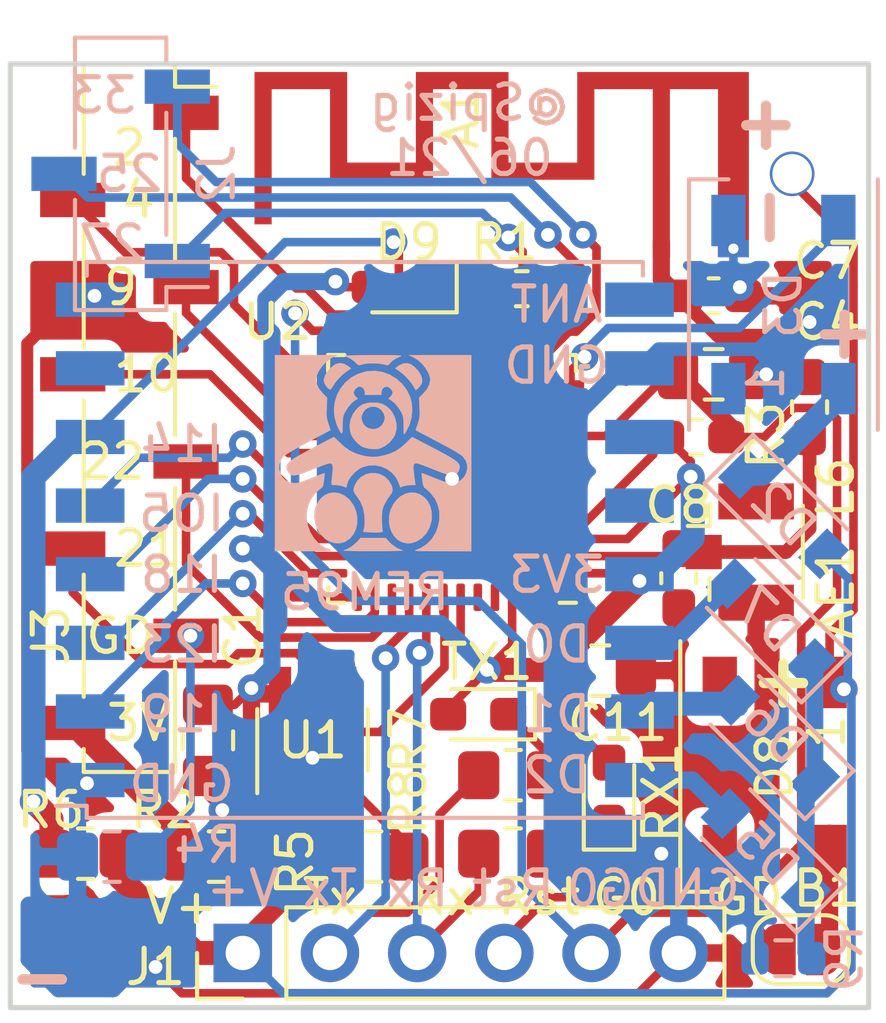
<source format=kicad_pcb>
(kicad_pcb (version 20171130) (host pcbnew "(5.1.9)-1")

  (general
    (thickness 1.6)
    (drawings 47)
    (tracks 393)
    (zones 0)
    (modules 34)
    (nets 37)
  )

  (page A4)
  (layers
    (0 F.Cu signal)
    (31 B.Cu signal)
    (32 B.Adhes user hide)
    (33 F.Adhes user)
    (34 B.Paste user)
    (35 F.Paste user)
    (36 B.SilkS user)
    (37 F.SilkS user)
    (38 B.Mask user)
    (39 F.Mask user)
    (40 Dwgs.User user hide)
    (41 Cmts.User user hide)
    (42 Eco1.User user)
    (43 Eco2.User user)
    (44 Edge.Cuts user)
    (45 Margin user)
    (46 B.CrtYd user hide)
    (47 F.CrtYd user hide)
    (48 B.Fab user hide)
    (49 F.Fab user hide)
  )

  (setup
    (last_trace_width 0.25)
    (trace_clearance 0.2)
    (zone_clearance 0.508)
    (zone_45_only no)
    (trace_min 0.2)
    (via_size 0.8)
    (via_drill 0.4)
    (via_min_size 0.4)
    (via_min_drill 0.3)
    (uvia_size 0.3)
    (uvia_drill 0.1)
    (uvias_allowed no)
    (uvia_min_size 0.2)
    (uvia_min_drill 0.1)
    (edge_width 0.05)
    (segment_width 0.2)
    (pcb_text_width 0.3)
    (pcb_text_size 1.5 1.5)
    (mod_edge_width 0.12)
    (mod_text_size 1 1)
    (mod_text_width 0.15)
    (pad_size 1.524 1.524)
    (pad_drill 0.762)
    (pad_to_mask_clearance 0)
    (aux_axis_origin 0 0)
    (visible_elements 7FFFFFFF)
    (pcbplotparams
      (layerselection 0x3ffff_ffffffff)
      (usegerberextensions false)
      (usegerberattributes true)
      (usegerberadvancedattributes true)
      (creategerberjobfile true)
      (excludeedgelayer true)
      (linewidth 0.100000)
      (plotframeref false)
      (viasonmask false)
      (mode 1)
      (useauxorigin false)
      (hpglpennumber 1)
      (hpglpenspeed 20)
      (hpglpendiameter 15.000000)
      (psnegative false)
      (psa4output false)
      (plotreference true)
      (plotvalue true)
      (plotinvisibletext false)
      (padsonsilk false)
      (subtractmaskfromsilk false)
      (outputformat 1)
      (mirror false)
      (drillshape 0)
      (scaleselection 1)
      (outputdirectory "Gerber/"))
  )

  (net 0 "")
  (net 1 GNDD)
  (net 2 +BATT)
  (net 3 +3V0)
  (net 4 /RESET2)
  (net 5 /CS_3)
  (net 6 /SCK_3)
  (net 7 /MOSI_3)
  (net 8 /MISO_3)
  (net 9 /TXD3)
  (net 10 /RXD3)
  (net 11 /BOOT2)
  (net 12 "Net-(R5-Pad2)")
  (net 13 /WS2812)
  (net 14 "Net-(A1-Pad1)")
  (net 15 /LORA_RESET)
  (net 16 /IO33)
  (net 17 /IO25)
  (net 18 /IO9)
  (net 19 /IO2)
  (net 20 /IO10)
  (net 21 /IO4)
  (net 22 /DIO_LORA)
  (net 23 /IO26)
  (net 24 /SDA)
  (net 25 /SCL)
  (net 26 "Net-(J3-Pad7)")
  (net 27 "Net-(J3-Pad8)")
  (net 28 "Net-(D9-Pad1)")
  (net 29 "Net-(R7-Pad1)")
  (net 30 "Net-(R8-Pad1)")
  (net 31 "Net-(B1-Pad2)")
  (net 32 "Net-(AE1-Pad1)")
  (net 33 "Net-(D5-Pad2)")
  (net 34 "Net-(D6-Pad2)")
  (net 35 "Net-(D7-Pad2)")
  (net 36 "Net-(D2-Pad1)")

  (net_class Default "This is the default net class."
    (clearance 0.2)
    (trace_width 0.25)
    (via_dia 0.8)
    (via_drill 0.4)
    (uvia_dia 0.3)
    (uvia_drill 0.1)
    (add_net +3V0)
    (add_net +BATT)
    (add_net /BOOT2)
    (add_net /CS_3)
    (add_net /DIO_LORA)
    (add_net /IO10)
    (add_net /IO2)
    (add_net /IO25)
    (add_net /IO26)
    (add_net /IO33)
    (add_net /IO4)
    (add_net /IO9)
    (add_net /LORA_RESET)
    (add_net /MISO_3)
    (add_net /MOSI_3)
    (add_net /RESET2)
    (add_net /RXD3)
    (add_net /SCK_3)
    (add_net /SCL)
    (add_net /SDA)
    (add_net /TXD3)
    (add_net /WS2812)
    (add_net GNDD)
    (add_net "Net-(A1-Pad1)")
    (add_net "Net-(AE1-Pad1)")
    (add_net "Net-(B1-Pad2)")
    (add_net "Net-(D2-Pad1)")
    (add_net "Net-(D5-Pad2)")
    (add_net "Net-(D6-Pad2)")
    (add_net "Net-(D7-Pad2)")
    (add_net "Net-(D9-Pad1)")
    (add_net "Net-(J3-Pad7)")
    (add_net "Net-(J3-Pad8)")
    (add_net "Net-(R5-Pad2)")
    (add_net "Net-(R7-Pad1)")
    (add_net "Net-(R8-Pad1)")
  )

  (module Symbol:baerklein (layer B.Cu) (tedit 0) (tstamp 60B9BFD0)
    (at 195.58 87.63 180)
    (attr smd)
    (fp_text reference G*** (at 0 0) (layer B.SilkS) hide
      (effects (font (size 1.524 1.524) (thickness 0.3)) (justify mirror))
    )
    (fp_text value LOGO (at 0.75 0) (layer B.SilkS) hide
      (effects (font (size 1.524 1.524) (thickness 0.3)) (justify mirror))
    )
    (fp_poly (pts (xy -1.0287 2.844304) (xy -1.162612 2.781961) (xy -1.290331 2.703689) (xy -1.41025 2.596176)
      (xy -1.514188 2.470357) (xy -1.593961 2.337166) (xy -1.64139 2.207537) (xy -1.651 2.129245)
      (xy -1.626022 1.988189) (xy -1.552427 1.847031) (xy -1.458292 1.735175) (xy -1.327362 1.603449)
      (xy -1.339796 1.316075) (xy -1.344255 1.183183) (xy -1.343053 1.085047) (xy -1.334519 1.00578)
      (xy -1.316979 0.929494) (xy -1.29013 0.844363) (xy -1.22803 0.660025) (xy -1.458565 0.536777)
      (xy -1.561288 0.482079) (xy -1.695377 0.411) (xy -1.847207 0.330746) (xy -2.003151 0.248523)
      (xy -2.094597 0.200414) (xy -2.233063 0.125424) (xy -2.362359 0.051325) (xy -2.472913 -0.016089)
      (xy -2.555152 -0.071023) (xy -2.593608 -0.1016) (xy -2.681039 -0.215201) (xy -2.725525 -0.341197)
      (xy -2.730477 -0.471207) (xy -2.699309 -0.59685) (xy -2.635431 -0.709747) (xy -2.542258 -0.801517)
      (xy -2.4232 -0.86378) (xy -2.281671 -0.888156) (xy -2.2733 -0.888231) (xy -2.205635 -0.88271)
      (xy -2.122985 -0.864355) (xy -2.01679 -0.83058) (xy -1.878493 -0.778801) (xy -1.778 -0.738608)
      (xy -1.65186 -0.687858) (xy -1.543519 -0.645254) (xy -1.461097 -0.613913) (xy -1.412719 -0.596947)
      (xy -1.403427 -0.594948) (xy -1.403455 -0.621095) (xy -1.40911 -0.685153) (xy -1.41924 -0.774685)
      (xy -1.422535 -0.801162) (xy -1.440344 -0.91434) (xy -1.46067 -0.984874) (xy -1.486058 -1.020921)
      (xy -1.492308 -1.024893) (xy -1.531639 -1.054163) (xy -1.592957 -1.108783) (xy -1.663332 -1.177205)
      (xy -1.666748 -1.180671) (xy -1.79174 -1.342747) (xy -1.876079 -1.529298) (xy -1.918838 -1.733138)
      (xy -1.919095 -1.947084) (xy -1.875923 -2.163951) (xy -1.814088 -2.325046) (xy -1.699108 -2.513387)
      (xy -1.549071 -2.66685) (xy -1.368319 -2.78161) (xy -1.237335 -2.83335) (xy -1.213463 -2.842396)
      (xy -1.208424 -2.84971) (xy -1.226329 -2.855485) (xy -1.271287 -2.859914) (xy -1.347408 -2.86319)
      (xy -1.458804 -2.865504) (xy -1.609583 -2.867051) (xy -1.803857 -2.868021) (xy -1.98755 -2.8685)
      (xy -2.8448 -2.8702) (xy -2.8448 2.8448) (xy -1.0287 2.844304)) (layer B.SilkS) (width 0.01))
    (fp_poly (pts (xy 0.485219 -2.603399) (xy 0.627991 -2.728985) (xy 0.786225 -2.816818) (xy 0.8763 -2.846366)
      (xy 0.869365 -2.85055) (xy 0.816632 -2.854406) (xy 0.723103 -2.857826) (xy 0.593778 -2.860702)
      (xy 0.433659 -2.862927) (xy 0.247747 -2.864393) (xy 0.041044 -2.864991) (xy 0.0127 -2.865)
      (xy -0.196356 -2.864523) (xy -0.385275 -2.863165) (xy -0.549056 -2.861033) (xy -0.682698 -2.858236)
      (xy -0.781199 -2.854881) (xy -0.839559 -2.851076) (xy -0.852776 -2.846929) (xy -0.8509 -2.846366)
      (xy -0.689785 -2.783155) (xy -0.536759 -2.677612) (xy -0.45982 -2.603399) (xy -0.350423 -2.484717)
      (xy 0.375822 -2.484717) (xy 0.485219 -2.603399)) (layer B.SilkS) (width 0.01))
    (fp_poly (pts (xy 2.8702 -2.8702) (xy 2.01295 -2.8685) (xy 1.782026 -2.867845) (xy 1.597792 -2.866763)
      (xy 1.456137 -2.865062) (xy 1.352951 -2.862551) (xy 1.284124 -2.859035) (xy 1.245545 -2.854323)
      (xy 1.233105 -2.848221) (xy 1.242692 -2.840538) (xy 1.262734 -2.83335) (xy 1.451548 -2.749816)
      (xy 1.61292 -2.630017) (xy 1.745063 -2.480824) (xy 1.846194 -2.309106) (xy 1.914526 -2.121736)
      (xy 1.948275 -1.925584) (xy 1.945655 -1.72752) (xy 1.904882 -1.534416) (xy 1.824169 -1.353142)
      (xy 1.701732 -1.190569) (xy 1.692147 -1.180671) (xy 1.621302 -1.111636) (xy 1.558497 -1.055655)
      (xy 1.516864 -1.024407) (xy 1.515717 -1.02378) (xy 1.488504 -0.995745) (xy 1.467717 -0.938811)
      (xy 1.450367 -0.843607) (xy 1.444767 -0.801226) (xy 1.434103 -0.707399) (xy 1.427804 -0.635617)
      (xy 1.426921 -0.598493) (xy 1.427649 -0.596125) (xy 1.452447 -0.602708) (xy 1.516052 -0.625577)
      (xy 1.610312 -0.66164) (xy 1.727073 -0.707807) (xy 1.8034 -0.738608) (xy 1.964738 -0.802265)
      (xy 2.088905 -0.846387) (xy 2.18446 -0.873558) (xy 2.259963 -0.886365) (xy 2.2987 -0.888231)
      (xy 2.441433 -0.866174) (xy 2.561849 -0.80575) (xy 2.656534 -0.715342) (xy 2.722079 -0.60333)
      (xy 2.75507 -0.478096) (xy 2.752096 -0.348019) (xy 2.709745 -0.221482) (xy 2.624605 -0.106865)
      (xy 2.618992 -0.101434) (xy 2.571631 -0.065831) (xy 2.485811 -0.010944) (xy 2.368258 0.059297)
      (xy 2.2257 0.140965) (xy 2.064865 0.230134) (xy 1.89248 0.322874) (xy 1.889632 0.324382)
      (xy 1.253801 0.661133) (xy 1.315715 0.844917) (xy 1.343393 0.933087) (xy 1.360481 1.009136)
      (xy 1.368647 1.088936) (xy 1.369558 1.188362) (xy 1.365195 1.316075) (xy 1.352761 1.603449)
      (xy 1.483691 1.735175) (xy 1.595285 1.873395) (xy 1.659891 2.014846) (xy 1.6764 2.129245)
      (xy 1.6548 2.250533) (xy 1.595456 2.3826) (xy 1.506549 2.514511) (xy 1.39626 2.635333)
      (xy 1.272771 2.73413) (xy 1.188011 2.781961) (xy 1.0541 2.844304) (xy 2.8702 2.8448)
      (xy 2.8702 -2.8702)) (layer B.SilkS) (width 0.01))
    (fp_poly (pts (xy -0.933502 -1.192165) (xy -0.791201 -1.267973) (xy -0.682144 -1.363097) (xy -0.572232 -1.507291)
      (xy -0.498059 -1.665329) (xy -0.457882 -1.830646) (xy -0.449957 -1.996675) (xy -0.47254 -2.156849)
      (xy -0.523889 -2.304601) (xy -0.602259 -2.433365) (xy -0.705907 -2.536575) (xy -0.833089 -2.607663)
      (xy -0.982062 -2.640063) (xy -1.021535 -2.641351) (xy -1.11104 -2.629634) (xy -1.213008 -2.600087)
      (xy -1.2573 -2.581837) (xy -1.41216 -2.482461) (xy -1.538452 -2.345754) (xy -1.631218 -2.17937)
      (xy -1.685496 -1.990959) (xy -1.695745 -1.905409) (xy -1.689621 -1.716083) (xy -1.646756 -1.549349)
      (xy -1.572783 -1.40822) (xy -1.473337 -1.295711) (xy -1.354052 -1.214837) (xy -1.220561 -1.168612)
      (xy -1.0785 -1.16005) (xy -0.933502 -1.192165)) (layer B.SilkS) (width 0.01))
    (fp_poly (pts (xy 1.289613 -1.178793) (xy 1.427425 -1.240031) (xy 1.547233 -1.343281) (xy 1.602796 -1.417885)
      (xy 1.679447 -1.565935) (xy 1.717749 -1.715767) (xy 1.722352 -1.886533) (xy 1.721144 -1.905409)
      (xy 1.688769 -2.086535) (xy 1.622297 -2.249619) (xy 1.527661 -2.390168) (xy 1.410794 -2.503693)
      (xy 1.277629 -2.585702) (xy 1.134097 -2.631705) (xy 0.986132 -2.637211) (xy 0.839666 -2.59773)
      (xy 0.819191 -2.588146) (xy 0.685177 -2.495316) (xy 0.583206 -2.370382) (xy 0.513997 -2.221232)
      (xy 0.478269 -2.055754) (xy 0.47674 -1.881836) (xy 0.510131 -1.707368) (xy 0.579159 -1.540237)
      (xy 0.684544 -1.388333) (xy 0.707543 -1.363097) (xy 0.842761 -1.25172) (xy 0.989819 -1.184181)
      (xy 1.141257 -1.160024) (xy 1.289613 -1.178793)) (layer B.SilkS) (width 0.01))
    (fp_poly (pts (xy 0.094043 -0.595731) (xy 0.235514 -0.633797) (xy 0.364418 -0.707859) (xy 0.472685 -0.817916)
      (xy 0.544812 -0.945334) (xy 0.57679 -1.042314) (xy 0.576292 -1.119518) (xy 0.540312 -1.195945)
      (xy 0.49585 -1.254968) (xy 0.379643 -1.426318) (xy 0.304157 -1.611259) (xy 0.265168 -1.821286)
      (xy 0.259629 -1.897261) (xy 0.257165 -2.026426) (xy 0.262609 -2.134903) (xy 0.275198 -2.208428)
      (xy 0.276545 -2.212529) (xy 0.293973 -2.268837) (xy 0.299081 -2.29894) (xy 0.298564 -2.299971)
      (xy 0.26791 -2.306635) (xy 0.200542 -2.31276) (xy 0.110542 -2.317776) (xy 0.011996 -2.321111)
      (xy -0.081012 -2.322193) (xy -0.154397 -2.320452) (xy -0.17268 -2.319086) (xy -0.239844 -2.309958)
      (xy -0.267281 -2.294917) (xy -0.266009 -2.265737) (xy -0.26158 -2.252729) (xy -0.25317 -2.204642)
      (xy -0.246683 -2.119381) (xy -0.242931 -2.010562) (xy -0.242353 -1.9304) (xy -0.24438 -1.802782)
      (xy -0.251036 -1.710256) (xy -0.264964 -1.637153) (xy -0.288811 -1.567802) (xy -0.312754 -1.513243)
      (xy -0.366115 -1.411632) (xy -0.429681 -1.310155) (xy -0.470451 -1.254968) (xy -0.531407 -1.168695)
      (xy -0.554905 -1.094141) (xy -0.543951 -1.012307) (xy -0.519413 -0.945334) (xy -0.436139 -0.803422)
      (xy -0.325087 -0.697506) (xy -0.194326 -0.627585) (xy -0.051927 -0.59366) (xy 0.094043 -0.595731)) (layer B.SilkS) (width 0.01))
    (fp_poly (pts (xy -0.949432 0.286065) (xy -0.792948 0.146754) (xy -0.638449 0.044458) (xy -0.468551 -0.030769)
      (xy -0.31533 -0.076755) (xy -0.124094 -0.115075) (xy 0.048992 -0.123648) (xy 0.226956 -0.102473)
      (xy 0.340729 -0.076755) (xy 0.535085 -0.015425) (xy 0.700448 0.065411) (xy 0.854271 0.175729)
      (xy 0.974177 0.285411) (xy 1.049384 0.358939) (xy 1.109844 0.416748) (xy 1.147376 0.451087)
      (xy 1.155478 0.4572) (xy 1.17893 0.445839) (xy 1.241412 0.413796) (xy 1.337046 0.364135)
      (xy 1.459954 0.29992) (xy 1.604255 0.224214) (xy 1.764073 0.140081) (xy 1.7688 0.137588)
      (xy 1.981634 0.024184) (xy 2.15282 -0.070267) (xy 2.286447 -0.148921) (xy 2.386601 -0.214933)
      (xy 2.457373 -0.27146) (xy 2.50285 -0.321656) (xy 2.52712 -0.368679) (xy 2.534272 -0.415684)
      (xy 2.53118 -0.450906) (xy 2.504686 -0.53123) (xy 2.461136 -0.599728) (xy 2.460378 -0.600542)
      (xy 2.418328 -0.635561) (xy 2.367744 -0.655066) (xy 2.302409 -0.657996) (xy 2.216105 -0.643291)
      (xy 2.102616 -0.609891) (xy 1.955726 -0.556735) (xy 1.769216 -0.482763) (xy 1.768814 -0.4826)
      (xy 1.626741 -0.426002) (xy 1.497824 -0.376844) (xy 1.3906 -0.338208) (xy 1.313607 -0.313174)
      (xy 1.276277 -0.3048) (xy 1.230702 -0.313746) (xy 1.201828 -0.345016) (xy 1.188276 -0.40526)
      (xy 1.188669 -0.501125) (xy 1.201628 -0.639259) (xy 1.203564 -0.65567) (xy 1.215402 -0.764876)
      (xy 1.222763 -0.853972) (xy 1.224864 -0.911814) (xy 1.222703 -0.927829) (xy 1.19211 -0.935251)
      (xy 1.129869 -0.939449) (xy 1.10386 -0.9398) (xy 1.005961 -0.949121) (xy 0.90648 -0.971958)
      (xy 0.894646 -0.975907) (xy 0.792306 -1.012015) (xy 0.776843 -0.929592) (xy 0.732553 -0.807245)
      (xy 0.650649 -0.681619) (xy 0.541922 -0.564855) (xy 0.417162 -0.469089) (xy 0.324003 -0.42018)
      (xy 0.142489 -0.369775) (xy -0.042422 -0.364222) (xy -0.22266 -0.399988) (xy -0.390152 -0.473543)
      (xy -0.536829 -0.581354) (xy -0.65462 -0.71989) (xy -0.734722 -0.88345) (xy -0.776611 -1.007188)
      (xy -0.864556 -0.975426) (xy -0.943639 -0.956085) (xy -1.04236 -0.943753) (xy -1.086151 -0.941732)
      (xy -1.219801 -0.9398) (xy -1.206087 -0.84455) (xy -1.18136 -0.665803) (xy -1.165896 -0.531037)
      (xy -1.160199 -0.434192) (xy -1.164771 -0.369211) (xy -1.180115 -0.330033) (xy -1.206733 -0.310602)
      (xy -1.245129 -0.304857) (xy -1.250878 -0.3048) (xy -1.291324 -0.31409) (xy -1.370096 -0.339905)
      (xy -1.478656 -0.379164) (xy -1.608466 -0.428783) (xy -1.743415 -0.4826) (xy -1.930007 -0.556612)
      (xy -2.076968 -0.609807) (xy -2.190515 -0.643245) (xy -2.276865 -0.657985) (xy -2.342235 -0.655088)
      (xy -2.392842 -0.635614) (xy -2.434902 -0.600624) (xy -2.434979 -0.600542) (xy -2.478658 -0.532559)
      (xy -2.50558 -0.45212) (xy -2.505781 -0.450906) (xy -2.508421 -0.401972) (xy -2.497012 -0.355396)
      (xy -2.467465 -0.308044) (xy -2.415691 -0.256785) (xy -2.337602 -0.198484) (xy -2.229109 -0.13001)
      (xy -2.086124 -0.048228) (xy -1.904556 0.049993) (xy -1.736832 0.138304) (xy -1.124164 0.458509)
      (xy -0.949432 0.286065)) (layer B.SilkS) (width 0.01))
    (fp_poly (pts (xy 0.173893 1.448823) (xy 0.302828 1.412555) (xy 0.414088 1.345005) (xy 0.498911 1.265876)
      (xy 0.602522 1.123261) (xy 0.66902 0.960986) (xy 0.696046 0.790619) (xy 0.681239 0.623726)
      (xy 0.649764 0.526485) (xy 0.579592 0.407749) (xy 0.479347 0.292673) (xy 0.366574 0.200064)
      (xy 0.319232 0.172155) (xy 0.226059 0.139407) (xy 0.106734 0.117309) (xy -0.018214 0.107856)
      (xy -0.128256 0.113045) (xy -0.177965 0.123812) (xy -0.338225 0.200637) (xy -0.479002 0.314861)
      (xy -0.587995 0.455388) (xy -0.624365 0.526485) (xy -0.666467 0.685351) (xy -0.665264 0.854908)
      (xy -0.623116 1.023589) (xy -0.611274 1.046507) (xy -0.325922 1.046507) (xy -0.325853 0.985095)
      (xy -0.304017 0.908879) (xy -0.240596 0.798122) (xy -0.143899 0.722344) (xy -0.022306 0.687449)
      (xy 0.0127 0.6858) (xy 0.140109 0.709624) (xy 0.205793 0.743779) (xy 0.290152 0.829678)
      (xy 0.329416 0.908879) (xy 0.351321 0.985494) (xy 0.351252 1.046906) (xy 0.329416 1.123122)
      (xy 0.269237 1.230063) (xy 0.182134 1.302498) (xy 0.078464 1.340429) (xy -0.031413 1.343854)
      (xy -0.13714 1.312775) (xy -0.228357 1.24719) (xy -0.294706 1.147101) (xy -0.304017 1.123122)
      (xy -0.325922 1.046507) (xy -0.611274 1.046507) (xy -0.542383 1.179827) (xy -0.473512 1.265876)
      (xy -0.365907 1.362189) (xy -0.252125 1.422638) (xy -0.117583 1.453035) (xy 0.0127 1.459621)
      (xy 0.173893 1.448823)) (layer B.SilkS) (width 0.01))
    (fp_poly (pts (xy 0.183257 2.372985) (xy 0.234174 2.363696) (xy 0.458543 2.293111) (xy 0.656681 2.183461)
      (xy 0.825703 2.040515) (xy 0.962726 1.870041) (xy 1.064866 1.677808) (xy 1.129239 1.469587)
      (xy 1.15296 1.251146) (xy 1.133146 1.028254) (xy 1.066912 0.80668) (xy 1.041308 0.749109)
      (xy 0.98754 0.641163) (xy 0.949431 0.579678) (xy 0.924376 0.565527) (xy 0.90977 0.599583)
      (xy 0.903008 0.682717) (xy 0.901478 0.795958) (xy 0.899745 0.921426) (xy 0.893244 1.010542)
      (xy 0.879635 1.077695) (xy 0.85658 1.137273) (xy 0.840948 1.1684) (xy 0.744594 1.32486)
      (xy 0.639638 1.448962) (xy 0.547126 1.523366) (xy 0.461187 1.576479) (xy 0.522693 1.637985)
      (xy 0.565307 1.6955) (xy 0.58415 1.750418) (xy 0.5842 1.7526) (xy 0.564368 1.811375)
      (xy 0.516203 1.872189) (xy 0.456698 1.917374) (xy 0.413206 1.9304) (xy 0.333012 1.907693)
      (xy 0.27535 1.848828) (xy 0.254 1.77021) (xy 0.254 1.6891) (xy -0.2286 1.6891)
      (xy -0.2286 1.77021) (xy -0.251169 1.850899) (xy -0.309672 1.908918) (xy -0.387807 1.9304)
      (xy -0.444331 1.90978) (xy -0.502818 1.859698) (xy -0.546272 1.797824) (xy -0.5588 1.7526)
      (xy -0.541543 1.698547) (xy -0.499764 1.640498) (xy -0.497294 1.637985) (xy -0.435788 1.576479)
      (xy -0.521727 1.523366) (xy -0.627673 1.435428) (xy -0.731983 1.306716) (xy -0.815549 1.1684)
      (xy -0.844014 1.107603) (xy -0.861978 1.046411) (xy -0.871746 0.970557) (xy -0.875624 0.865773)
      (xy -0.876079 0.793779) (xy -0.876715 0.685715) (xy -0.878256 0.599558) (xy -0.88045 0.545932)
      (xy -0.88229 0.533429) (xy -0.898478 0.552496) (xy -0.932608 0.600817) (xy -0.952417 0.630318)
      (xy -1.044912 0.812258) (xy -1.103177 1.019118) (xy -1.125538 1.236818) (xy -1.110319 1.451282)
      (xy -1.069315 1.6129) (xy -0.969981 1.82284) (xy -0.833363 2.005186) (xy -0.665909 2.156223)
      (xy -0.474071 2.272237) (xy -0.264297 2.349512) (xy -0.043038 2.384333) (xy 0.183257 2.372985)) (layer B.SilkS) (width 0.01))
    (fp_poly (pts (xy -0.870877 2.601278) (xy -0.751137 2.548053) (xy -0.721031 2.526834) (xy -0.631163 2.458289)
      (xy -0.755654 2.374452) (xy -0.866313 2.287409) (xy -0.979656 2.177367) (xy -1.08153 2.059627)
      (xy -1.157784 1.949491) (xy -1.170963 1.925377) (xy -1.204295 1.866137) (xy -1.229496 1.832048)
      (xy -1.234926 1.8288) (xy -1.259735 1.845679) (xy -1.304483 1.888041) (xy -1.32357 1.907965)
      (xy -1.374691 1.973455) (xy -1.409111 2.037011) (xy -1.413292 2.049966) (xy -1.414379 2.149841)
      (xy -1.376744 2.262493) (xy -1.306771 2.377336) (xy -1.210848 2.483787) (xy -1.100754 2.567963)
      (xy -0.990083 2.608204) (xy -0.870877 2.601278)) (layer B.SilkS) (width 0.01))
    (fp_poly (pts (xy 1.093804 2.585566) (xy 1.122257 2.570194) (xy 1.239712 2.479677) (xy 1.338207 2.370015)
      (xy 1.409465 2.253019) (xy 1.445208 2.140499) (xy 1.4478 2.105664) (xy 1.430903 2.037458)
      (xy 1.389031 1.957449) (xy 1.335413 1.887319) (xy 1.293893 1.853394) (xy 1.260079 1.843956)
      (xy 1.231689 1.864663) (xy 1.197 1.924128) (xy 1.19661 1.924892) (xy 1.128532 2.031286)
      (xy 1.031345 2.148937) (xy 0.919226 2.26251) (xy 0.80635 2.356669) (xy 0.781053 2.374452)
      (xy 0.656562 2.458289) (xy 0.74643 2.526834) (xy 0.863448 2.591131) (xy 0.982396 2.611073)
      (xy 1.093804 2.585566)) (layer B.SilkS) (width 0.01))
    (fp_poly (pts (xy 0.0127 2.841502) (xy 0.216201 2.840732) (xy 0.399798 2.839014) (xy 0.55828 2.836478)
      (xy 0.686434 2.833254) (xy 0.779049 2.829469) (xy 0.830915 2.825254) (xy 0.838035 2.821068)
      (xy 0.682935 2.75323) (xy 0.548704 2.655009) (xy 0.518149 2.624221) (xy 0.465921 2.572208)
      (xy 0.427201 2.553057) (xy 0.384102 2.559691) (xy 0.368877 2.565181) (xy 0.255786 2.592992)
      (xy 0.111351 2.606967) (xy -0.046977 2.607399) (xy -0.201747 2.594578) (xy -0.335508 2.568797)
      (xy -0.38546 2.552557) (xy -0.431469 2.558052) (xy -0.470638 2.601061) (xy -0.539722 2.674215)
      (xy -0.644004 2.74514) (xy -0.768477 2.803856) (xy -0.78441 2.809734) (xy -0.802917 2.818495)
      (xy -0.801682 2.825569) (xy -0.776659 2.831117) (xy -0.723806 2.8353) (xy -0.639075 2.838279)
      (xy -0.518424 2.840215) (xy -0.357808 2.841269) (xy -0.153181 2.841604) (xy 0.0127 2.841502)) (layer B.SilkS) (width 0.01))
  )

  (module Resistor_SMD:R_0603_1608Metric_Pad1.05x0.95mm_HandSolder (layer F.Cu) (tedit 5B301BBD) (tstamp 60B13F26)
    (at 204.978 87.172)
    (descr "Resistor SMD 0603 (1608 Metric), square (rectangular) end terminal, IPC_7351 nominal with elongated pad for handsoldering. (Body size source: http://www.tortai-tech.com/upload/download/2011102023233369053.pdf), generated with kicad-footprint-generator")
    (tags "resistor handsolder")
    (path /5F150DC7)
    (attr smd)
    (fp_text reference R3 (at 2.032 -0.05 90) (layer F.SilkS)
      (effects (font (size 1 1) (thickness 0.15)))
    )
    (fp_text value 10K (at 0 1.43) (layer F.Fab)
      (effects (font (size 1 1) (thickness 0.15)))
    )
    (fp_line (start -0.8 0.4) (end -0.8 -0.4) (layer F.Fab) (width 0.1))
    (fp_line (start -0.8 -0.4) (end 0.8 -0.4) (layer F.Fab) (width 0.1))
    (fp_line (start 0.8 -0.4) (end 0.8 0.4) (layer F.Fab) (width 0.1))
    (fp_line (start 0.8 0.4) (end -0.8 0.4) (layer F.Fab) (width 0.1))
    (fp_line (start -0.171267 -0.51) (end 0.171267 -0.51) (layer F.SilkS) (width 0.12))
    (fp_line (start -0.171267 0.51) (end 0.171267 0.51) (layer F.SilkS) (width 0.12))
    (fp_line (start -1.65 0.73) (end -1.65 -0.73) (layer F.CrtYd) (width 0.05))
    (fp_line (start -1.65 -0.73) (end 1.65 -0.73) (layer F.CrtYd) (width 0.05))
    (fp_line (start 1.65 -0.73) (end 1.65 0.73) (layer F.CrtYd) (width 0.05))
    (fp_line (start 1.65 0.73) (end -1.65 0.73) (layer F.CrtYd) (width 0.05))
    (fp_text user %R (at 0 0) (layer F.Fab)
      (effects (font (size 0.4 0.4) (thickness 0.06)))
    )
    (pad 2 smd roundrect (at 0.875 0) (size 1.05 0.95) (layers F.Cu F.Paste F.Mask) (roundrect_rratio 0.25)
      (net 4 /RESET2))
    (pad 1 smd roundrect (at -0.875 0) (size 1.05 0.95) (layers F.Cu F.Paste F.Mask) (roundrect_rratio 0.25)
      (net 3 +3V0))
    (model ${KISYS3DMOD}/Resistor_SMD.3dshapes/R_0603_1608Metric.wrl
      (at (xyz 0 0 0))
      (scale (xyz 1 1 1))
      (rotate (xyz 0 0 0))
    )
  )

  (module Connector_Coaxial:U.FL_Hirose_U.FL-R-SMT-1_Vertical (layer F.Cu) (tedit 5A1DBFC3) (tstamp 60B535D6)
    (at 206.248 90.524)
    (descr "Hirose U.FL Coaxial https://www.hirose.com/product/en/products/U.FL/U.FL-R-SMT-1%2810%29/")
    (tags "Hirose U.FL Coaxial")
    (path /60B53B98)
    (attr smd)
    (fp_text reference AE1 (at 2.794 1.17 90) (layer F.SilkS)
      (effects (font (size 1 1) (thickness 0.15)))
    )
    (fp_text value Antenna_Shield (at 0.475 3.2) (layer F.Fab)
      (effects (font (size 1 1) (thickness 0.15)))
    )
    (fp_line (start -2.02 1) (end -2.02 -1) (layer F.CrtYd) (width 0.05))
    (fp_line (start -1.32 1) (end -2.02 1) (layer F.CrtYd) (width 0.05))
    (fp_line (start 2.08 1.8) (end 2.28 1.8) (layer F.CrtYd) (width 0.05))
    (fp_line (start 2.08 2.5) (end 2.08 1.8) (layer F.CrtYd) (width 0.05))
    (fp_line (start 2.28 1.8) (end 2.28 -1.8) (layer F.CrtYd) (width 0.05))
    (fp_line (start -1.32 1.8) (end -1.12 1.8) (layer F.CrtYd) (width 0.05))
    (fp_line (start -1.12 2.5) (end -1.12 1.8) (layer F.CrtYd) (width 0.05))
    (fp_line (start 2.08 2.5) (end -1.12 2.5) (layer F.CrtYd) (width 0.05))
    (fp_line (start 1.835 -1.35) (end 1.835 1.35) (layer F.SilkS) (width 0.12))
    (fp_line (start -0.885 -0.76) (end -1.515 -0.76) (layer F.SilkS) (width 0.12))
    (fp_line (start -0.885 1.4) (end -0.885 0.76) (layer F.SilkS) (width 0.12))
    (fp_line (start -0.925 -0.3) (end -1.075 -0.15) (layer F.Fab) (width 0.1))
    (fp_line (start 1.775 -1.3) (end 1.375 -1.3) (layer F.Fab) (width 0.1))
    (fp_line (start 1.375 -1.5) (end 1.375 -1.3) (layer F.Fab) (width 0.1))
    (fp_line (start -0.425 -1.5) (end 1.375 -1.5) (layer F.Fab) (width 0.1))
    (fp_line (start 1.775 -1.3) (end 1.775 1.3) (layer F.Fab) (width 0.1))
    (fp_line (start 1.775 1.3) (end 1.375 1.3) (layer F.Fab) (width 0.1))
    (fp_line (start 1.375 1.5) (end 1.375 1.3) (layer F.Fab) (width 0.1))
    (fp_line (start -0.425 1.5) (end 1.375 1.5) (layer F.Fab) (width 0.1))
    (fp_line (start -0.425 -1.3) (end -0.825 -1.3) (layer F.Fab) (width 0.1))
    (fp_line (start -0.425 -1.5) (end -0.425 -1.3) (layer F.Fab) (width 0.1))
    (fp_line (start -0.825 -0.3) (end -0.825 -1.3) (layer F.Fab) (width 0.1))
    (fp_line (start -0.925 -0.3) (end -0.825 -0.3) (layer F.Fab) (width 0.1))
    (fp_line (start -1.075 0.3) (end -1.075 -0.15) (layer F.Fab) (width 0.1))
    (fp_line (start -1.075 0.3) (end -0.825 0.3) (layer F.Fab) (width 0.1))
    (fp_line (start -0.825 0.3) (end -0.825 1.3) (layer F.Fab) (width 0.1))
    (fp_line (start -0.425 1.3) (end -0.825 1.3) (layer F.Fab) (width 0.1))
    (fp_line (start -0.425 1.5) (end -0.425 1.3) (layer F.Fab) (width 0.1))
    (fp_line (start -0.885 -1.4) (end -0.885 -0.76) (layer F.SilkS) (width 0.12))
    (fp_line (start 2.08 -1.8) (end 2.28 -1.8) (layer F.CrtYd) (width 0.05))
    (fp_line (start 2.08 -1.8) (end 2.08 -2.5) (layer F.CrtYd) (width 0.05))
    (fp_line (start -1.32 -1) (end -1.32 -1.8) (layer F.CrtYd) (width 0.05))
    (fp_line (start 2.08 -2.5) (end -1.12 -2.5) (layer F.CrtYd) (width 0.05))
    (fp_line (start -1.12 -1.8) (end -1.12 -2.5) (layer F.CrtYd) (width 0.05))
    (fp_line (start -1.32 -1.8) (end -1.12 -1.8) (layer F.CrtYd) (width 0.05))
    (fp_line (start -1.32 1.8) (end -1.32 1) (layer F.CrtYd) (width 0.05))
    (fp_line (start -1.32 -1) (end -2.02 -1) (layer F.CrtYd) (width 0.05))
    (fp_text user %R (at 0.475 0 90) (layer F.Fab)
      (effects (font (size 0.6 0.6) (thickness 0.09)))
    )
    (pad 2 smd rect (at 0.475 -1.475) (size 2.2 1.05) (layers F.Cu F.Paste F.Mask)
      (net 1 GNDD))
    (pad 1 smd rect (at -1.05 0) (size 1.05 1) (layers F.Cu F.Paste F.Mask)
      (net 32 "Net-(AE1-Pad1)"))
    (pad 2 smd rect (at 0.475 1.475) (size 2.2 1.05) (layers F.Cu F.Paste F.Mask)
      (net 1 GNDD))
    (model ${KISYS3DMOD}/Connector_Coaxial.3dshapes/U.FL_Hirose_U.FL-R-SMT-1_Vertical.wrl
      (offset (xyz 0.4749999928262157 0 0))
      (scale (xyz 1 1 1))
      (rotate (xyz 0 0 0))
    )
  )

  (module Resistor_SMD:R_0603_1608Metric (layer B.Cu) (tedit 5F68FEEE) (tstamp 60B4B03A)
    (at 207.518 102.362 180)
    (descr "Resistor SMD 0603 (1608 Metric), square (rectangular) end terminal, IPC_7351 nominal, (Body size source: IPC-SM-782 page 72, https://www.pcb-3d.com/wordpress/wp-content/uploads/ipc-sm-782a_amendment_1_and_2.pdf), generated with kicad-footprint-generator")
    (tags resistor)
    (path /60BE285C)
    (attr smd)
    (fp_text reference R9 (at -1.778 0 90) (layer B.SilkS)
      (effects (font (size 1 1) (thickness 0.15)) (justify mirror))
    )
    (fp_text value 10K (at 0 -1.43) (layer B.Fab)
      (effects (font (size 1 1) (thickness 0.15)) (justify mirror))
    )
    (fp_line (start 1.48 -0.73) (end -1.48 -0.73) (layer B.CrtYd) (width 0.05))
    (fp_line (start 1.48 0.73) (end 1.48 -0.73) (layer B.CrtYd) (width 0.05))
    (fp_line (start -1.48 0.73) (end 1.48 0.73) (layer B.CrtYd) (width 0.05))
    (fp_line (start -1.48 -0.73) (end -1.48 0.73) (layer B.CrtYd) (width 0.05))
    (fp_line (start -0.237258 -0.5225) (end 0.237258 -0.5225) (layer B.SilkS) (width 0.12))
    (fp_line (start -0.237258 0.5225) (end 0.237258 0.5225) (layer B.SilkS) (width 0.12))
    (fp_line (start 0.8 -0.4125) (end -0.8 -0.4125) (layer B.Fab) (width 0.1))
    (fp_line (start 0.8 0.4125) (end 0.8 -0.4125) (layer B.Fab) (width 0.1))
    (fp_line (start -0.8 0.4125) (end 0.8 0.4125) (layer B.Fab) (width 0.1))
    (fp_line (start -0.8 -0.4125) (end -0.8 0.4125) (layer B.Fab) (width 0.1))
    (fp_text user %R (at 0 0) (layer B.Fab)
      (effects (font (size 0.4 0.4) (thickness 0.06)) (justify mirror))
    )
    (pad 2 smd roundrect (at 0.825 0 180) (size 0.8 0.95) (layers B.Cu B.Paste B.Mask) (roundrect_rratio 0.25)
      (net 1 GNDD))
    (pad 1 smd roundrect (at -0.825 0 180) (size 0.8 0.95) (layers B.Cu B.Paste B.Mask) (roundrect_rratio 0.25)
      (net 22 /DIO_LORA))
    (model ${KISYS3DMOD}/Resistor_SMD.3dshapes/R_0603_1608Metric.wrl
      (at (xyz 0 0 0))
      (scale (xyz 1 1 1))
      (rotate (xyz 0 0 0))
    )
  )

  (module Jumper:SolderJumper-2_P1.3mm_Open_RoundedPad1.0x1.5mm (layer F.Cu) (tedit 5B391E66) (tstamp 60B3F3E5)
    (at 208.026 102.108)
    (descr "SMD Solder Jumper, 1x1.5mm, rounded Pads, 0.3mm gap, open")
    (tags "solder jumper open")
    (path /60BB1771)
    (attr virtual)
    (fp_text reference B1 (at 0.762 -1.778 180) (layer F.SilkS)
      (effects (font (size 1 1) (thickness 0.15)))
    )
    (fp_text value Jumper_2_Open (at 0 1.9) (layer F.Fab)
      (effects (font (size 1 1) (thickness 0.15)))
    )
    (fp_line (start 1.65 1.25) (end -1.65 1.25) (layer F.CrtYd) (width 0.05))
    (fp_line (start 1.65 1.25) (end 1.65 -1.25) (layer F.CrtYd) (width 0.05))
    (fp_line (start -1.65 -1.25) (end -1.65 1.25) (layer F.CrtYd) (width 0.05))
    (fp_line (start -1.65 -1.25) (end 1.65 -1.25) (layer F.CrtYd) (width 0.05))
    (fp_line (start -0.7 -1) (end 0.7 -1) (layer F.SilkS) (width 0.12))
    (fp_line (start 1.4 -0.3) (end 1.4 0.3) (layer F.SilkS) (width 0.12))
    (fp_line (start 0.7 1) (end -0.7 1) (layer F.SilkS) (width 0.12))
    (fp_line (start -1.4 0.3) (end -1.4 -0.3) (layer F.SilkS) (width 0.12))
    (fp_arc (start -0.7 -0.3) (end -0.7 -1) (angle -90) (layer F.SilkS) (width 0.12))
    (fp_arc (start -0.7 0.3) (end -1.4 0.3) (angle -90) (layer F.SilkS) (width 0.12))
    (fp_arc (start 0.7 0.3) (end 0.7 1) (angle -90) (layer F.SilkS) (width 0.12))
    (fp_arc (start 0.7 -0.3) (end 1.4 -0.3) (angle -90) (layer F.SilkS) (width 0.12))
    (pad 2 smd custom (at 0.65 0) (size 1 0.5) (layers F.Cu F.Mask)
      (net 31 "Net-(B1-Pad2)") (zone_connect 2)
      (options (clearance outline) (anchor rect))
      (primitives
        (gr_circle (center 0 0.25) (end 0.5 0.25) (width 0))
        (gr_circle (center 0 -0.25) (end 0.5 -0.25) (width 0))
        (gr_poly (pts
           (xy 0 -0.75) (xy -0.5 -0.75) (xy -0.5 0.75) (xy 0 0.75)) (width 0))
      ))
    (pad 1 smd custom (at -0.65 0) (size 1 0.5) (layers F.Cu F.Mask)
      (net 11 /BOOT2) (zone_connect 2)
      (options (clearance outline) (anchor rect))
      (primitives
        (gr_circle (center 0 0.25) (end 0.5 0.25) (width 0))
        (gr_circle (center 0 -0.25) (end 0.5 -0.25) (width 0))
        (gr_poly (pts
           (xy 0 -0.75) (xy 0.5 -0.75) (xy 0.5 0.75) (xy 0 0.75)) (width 0))
      ))
  )

  (module Capacitor_SMD:C_0805_2012Metric_Pad1.18x1.45mm_HandSolder (layer F.Cu) (tedit 5F68FEEF) (tstamp 60B372C2)
    (at 190.754 96.012 270)
    (descr "Capacitor SMD 0805 (2012 Metric), square (rectangular) end terminal, IPC_7351 nominal with elongated pad for handsoldering. (Body size source: IPC-SM-782 page 76, https://www.pcb-3d.com/wordpress/wp-content/uploads/ipc-sm-782a_amendment_1_and_2.pdf, https://docs.google.com/spreadsheets/d/1BsfQQcO9C6DZCsRaXUlFlo91Tg2WpOkGARC1WS5S8t0/edit?usp=sharing), generated with kicad-footprint-generator")
    (tags "capacitor handsolder")
    (path /60B82A8D)
    (attr smd)
    (fp_text reference C1 (at -3.048 -1.016 90) (layer F.SilkS)
      (effects (font (size 1 1) (thickness 0.15)))
    )
    (fp_text value 100nF (at 0 1.68 90) (layer F.Fab)
      (effects (font (size 1 1) (thickness 0.15)))
    )
    (fp_line (start 1.88 0.98) (end -1.88 0.98) (layer F.CrtYd) (width 0.05))
    (fp_line (start 1.88 -0.98) (end 1.88 0.98) (layer F.CrtYd) (width 0.05))
    (fp_line (start -1.88 -0.98) (end 1.88 -0.98) (layer F.CrtYd) (width 0.05))
    (fp_line (start -1.88 0.98) (end -1.88 -0.98) (layer F.CrtYd) (width 0.05))
    (fp_line (start -0.261252 0.735) (end 0.261252 0.735) (layer F.SilkS) (width 0.12))
    (fp_line (start -0.261252 -0.735) (end 0.261252 -0.735) (layer F.SilkS) (width 0.12))
    (fp_line (start 1 0.625) (end -1 0.625) (layer F.Fab) (width 0.1))
    (fp_line (start 1 -0.625) (end 1 0.625) (layer F.Fab) (width 0.1))
    (fp_line (start -1 -0.625) (end 1 -0.625) (layer F.Fab) (width 0.1))
    (fp_line (start -1 0.625) (end -1 -0.625) (layer F.Fab) (width 0.1))
    (fp_text user %R (at 0 0 90) (layer F.Fab)
      (effects (font (size 0.5 0.5) (thickness 0.08)))
    )
    (pad 2 smd roundrect (at 1.0375 0 270) (size 1.175 1.45) (layers F.Cu F.Paste F.Mask) (roundrect_rratio 0.2127659574468085)
      (net 1 GNDD))
    (pad 1 smd roundrect (at -1.0375 0 270) (size 1.175 1.45) (layers F.Cu F.Paste F.Mask) (roundrect_rratio 0.2127659574468085)
      (net 3 +3V0))
    (model ${KISYS3DMOD}/Capacitor_SMD.3dshapes/C_0805_2012Metric.wrl
      (at (xyz 0 0 0))
      (scale (xyz 1 1 1))
      (rotate (xyz 0 0 0))
    )
  )

  (module Inductor_SMD:L_0603_1608Metric_Pad1.05x0.95mm_HandSolder (layer F.Cu) (tedit 5F68FEF0) (tstamp 60B13EA0)
    (at 208.28 86.3 270)
    (descr "Inductor SMD 0603 (1608 Metric), square (rectangular) end terminal, IPC_7351 nominal with elongated pad for handsoldering. (Body size source: http://www.tortai-tech.com/upload/download/2011102023233369053.pdf), generated with kicad-footprint-generator")
    (tags "inductor handsolder")
    (path /5F15FFAA)
    (attr smd)
    (fp_text reference L6 (at 2.346 -0.762 90) (layer F.SilkS)
      (effects (font (size 1 1) (thickness 0.15)))
    )
    (fp_text value 2.7nH (at 0 1.43 90) (layer F.Fab)
      (effects (font (size 1 1) (thickness 0.15)))
    )
    (fp_line (start 1.65 0.73) (end -1.65 0.73) (layer F.CrtYd) (width 0.05))
    (fp_line (start 1.65 -0.73) (end 1.65 0.73) (layer F.CrtYd) (width 0.05))
    (fp_line (start -1.65 -0.73) (end 1.65 -0.73) (layer F.CrtYd) (width 0.05))
    (fp_line (start -1.65 0.73) (end -1.65 -0.73) (layer F.CrtYd) (width 0.05))
    (fp_line (start -0.171267 0.51) (end 0.171267 0.51) (layer F.SilkS) (width 0.12))
    (fp_line (start -0.171267 -0.51) (end 0.171267 -0.51) (layer F.SilkS) (width 0.12))
    (fp_line (start 0.8 0.4) (end -0.8 0.4) (layer F.Fab) (width 0.1))
    (fp_line (start 0.8 -0.4) (end 0.8 0.4) (layer F.Fab) (width 0.1))
    (fp_line (start -0.8 -0.4) (end 0.8 -0.4) (layer F.Fab) (width 0.1))
    (fp_line (start -0.8 0.4) (end -0.8 -0.4) (layer F.Fab) (width 0.1))
    (fp_text user %R (at 0 0 90) (layer F.Fab)
      (effects (font (size 0.4 0.4) (thickness 0.06)))
    )
    (pad 2 smd roundrect (at 0.875 0 270) (size 1.05 0.95) (layers F.Cu F.Paste F.Mask) (roundrect_rratio 0.25)
      (net 32 "Net-(AE1-Pad1)"))
    (pad 1 smd roundrect (at -0.875 0 270) (size 1.05 0.95) (layers F.Cu F.Paste F.Mask) (roundrect_rratio 0.25)
      (net 14 "Net-(A1-Pad1)"))
    (model ${KISYS3DMOD}/Inductor_SMD.3dshapes/L_0603_1608Metric.wrl
      (at (xyz 0 0 0))
      (scale (xyz 1 1 1))
      (rotate (xyz 0 0 0))
    )
  )

  (module Capacitor_SMD:C_0603_1608Metric_Pad1.08x0.95mm_HandSolder (layer F.Cu) (tedit 5F68FEEF) (tstamp 60B13D0F)
    (at 204.47 91.286 270)
    (descr "Capacitor SMD 0603 (1608 Metric), square (rectangular) end terminal, IPC_7351 nominal with elongated pad for handsoldering. (Body size source: IPC-SM-782 page 76, https://www.pcb-3d.com/wordpress/wp-content/uploads/ipc-sm-782a_amendment_1_and_2.pdf), generated with kicad-footprint-generator")
    (tags "capacitor handsolder")
    (path /5F15D663)
    (attr smd)
    (fp_text reference C8 (at -2.132 0) (layer F.SilkS)
      (effects (font (size 1 1) (thickness 0.15)))
    )
    (fp_text value 1.5pF (at 0 1.43 90) (layer F.Fab)
      (effects (font (size 1 1) (thickness 0.15)))
    )
    (fp_line (start 1.65 0.73) (end -1.65 0.73) (layer F.CrtYd) (width 0.05))
    (fp_line (start 1.65 -0.73) (end 1.65 0.73) (layer F.CrtYd) (width 0.05))
    (fp_line (start -1.65 -0.73) (end 1.65 -0.73) (layer F.CrtYd) (width 0.05))
    (fp_line (start -1.65 0.73) (end -1.65 -0.73) (layer F.CrtYd) (width 0.05))
    (fp_line (start -0.146267 0.51) (end 0.146267 0.51) (layer F.SilkS) (width 0.12))
    (fp_line (start -0.146267 -0.51) (end 0.146267 -0.51) (layer F.SilkS) (width 0.12))
    (fp_line (start 0.8 0.4) (end -0.8 0.4) (layer F.Fab) (width 0.1))
    (fp_line (start 0.8 -0.4) (end 0.8 0.4) (layer F.Fab) (width 0.1))
    (fp_line (start -0.8 -0.4) (end 0.8 -0.4) (layer F.Fab) (width 0.1))
    (fp_line (start -0.8 0.4) (end -0.8 -0.4) (layer F.Fab) (width 0.1))
    (fp_text user %R (at 0 0 90) (layer F.Fab)
      (effects (font (size 0.4 0.4) (thickness 0.06)))
    )
    (pad 2 smd roundrect (at 0.8625 0 270) (size 1.075 0.95) (layers F.Cu F.Paste F.Mask) (roundrect_rratio 0.25)
      (net 1 GNDD))
    (pad 1 smd roundrect (at -0.8625 0 270) (size 1.075 0.95) (layers F.Cu F.Paste F.Mask) (roundrect_rratio 0.25)
      (net 32 "Net-(AE1-Pad1)"))
    (model ${KISYS3DMOD}/Capacitor_SMD.3dshapes/C_0603_1608Metric.wrl
      (at (xyz 0 0 0))
      (scale (xyz 1 1 1))
      (rotate (xyz 0 0 0))
    )
  )

  (module Capacitor_SMD:C_0603_1608Metric_Pad1.08x0.95mm_HandSolder (layer F.Cu) (tedit 5F68FEEF) (tstamp 60B13CFE)
    (at 205.486 83.058)
    (descr "Capacitor SMD 0603 (1608 Metric), square (rectangular) end terminal, IPC_7351 nominal with elongated pad for handsoldering. (Body size source: IPC-SM-782 page 76, https://www.pcb-3d.com/wordpress/wp-content/uploads/ipc-sm-782a_amendment_1_and_2.pdf), generated with kicad-footprint-generator")
    (tags "capacitor handsolder")
    (path /5F15E762)
    (attr smd)
    (fp_text reference C7 (at 3.302 -1.016 180) (layer F.SilkS)
      (effects (font (size 1 1) (thickness 0.15)))
    )
    (fp_text value 1.2pF (at 0 1.43) (layer F.Fab)
      (effects (font (size 1 1) (thickness 0.15)))
    )
    (fp_line (start 1.65 0.73) (end -1.65 0.73) (layer F.CrtYd) (width 0.05))
    (fp_line (start 1.65 -0.73) (end 1.65 0.73) (layer F.CrtYd) (width 0.05))
    (fp_line (start -1.65 -0.73) (end 1.65 -0.73) (layer F.CrtYd) (width 0.05))
    (fp_line (start -1.65 0.73) (end -1.65 -0.73) (layer F.CrtYd) (width 0.05))
    (fp_line (start -0.146267 0.51) (end 0.146267 0.51) (layer F.SilkS) (width 0.12))
    (fp_line (start -0.146267 -0.51) (end 0.146267 -0.51) (layer F.SilkS) (width 0.12))
    (fp_line (start 0.8 0.4) (end -0.8 0.4) (layer F.Fab) (width 0.1))
    (fp_line (start 0.8 -0.4) (end 0.8 0.4) (layer F.Fab) (width 0.1))
    (fp_line (start -0.8 -0.4) (end 0.8 -0.4) (layer F.Fab) (width 0.1))
    (fp_line (start -0.8 0.4) (end -0.8 -0.4) (layer F.Fab) (width 0.1))
    (fp_text user %R (at 0 0) (layer F.Fab)
      (effects (font (size 0.4 0.4) (thickness 0.06)))
    )
    (pad 2 smd roundrect (at 0.8625 0) (size 1.075 0.95) (layers F.Cu F.Paste F.Mask) (roundrect_rratio 0.25)
      (net 1 GNDD))
    (pad 1 smd roundrect (at -0.8625 0) (size 1.075 0.95) (layers F.Cu F.Paste F.Mask) (roundrect_rratio 0.25)
      (net 14 "Net-(A1-Pad1)"))
    (model ${KISYS3DMOD}/Capacitor_SMD.3dshapes/C_0603_1608Metric.wrl
      (at (xyz 0 0 0))
      (scale (xyz 1 1 1))
      (rotate (xyz 0 0 0))
    )
  )

  (module LED_SMD:LED_WS2812B_PLCC4_5.0x5.0mm_P3.2mm (layer F.Cu) (tedit 5AA4B285) (tstamp 60B2FA5C)
    (at 207.264 96.774 270)
    (descr https://cdn-shop.adafruit.com/datasheets/WS2812B.pdf)
    (tags "LED RGB NeoPixel")
    (path /60B518E7)
    (attr smd)
    (fp_text reference D8 (at 0 0 90) (layer F.SilkS)
      (effects (font (size 1 1) (thickness 0.15)))
    )
    (fp_text value WS2812B (at 0 4 90) (layer F.Fab)
      (effects (font (size 1 1) (thickness 0.15)))
    )
    (fp_circle (center 0 0) (end 0 -2) (layer F.Fab) (width 0.1))
    (fp_line (start 3.65 2.75) (end 3.65 1.6) (layer F.SilkS) (width 0.12))
    (fp_line (start -3.65 2.75) (end 3.65 2.75) (layer F.SilkS) (width 0.12))
    (fp_line (start -3.65 -2.75) (end 3.65 -2.75) (layer F.SilkS) (width 0.12))
    (fp_line (start 2.5 -2.5) (end -2.5 -2.5) (layer F.Fab) (width 0.1))
    (fp_line (start 2.5 2.5) (end 2.5 -2.5) (layer F.Fab) (width 0.1))
    (fp_line (start -2.5 2.5) (end 2.5 2.5) (layer F.Fab) (width 0.1))
    (fp_line (start -2.5 -2.5) (end -2.5 2.5) (layer F.Fab) (width 0.1))
    (fp_line (start 2.5 1.5) (end 1.5 2.5) (layer F.Fab) (width 0.1))
    (fp_line (start -3.45 -2.75) (end -3.45 2.75) (layer F.CrtYd) (width 0.05))
    (fp_line (start -3.45 2.75) (end 3.45 2.75) (layer F.CrtYd) (width 0.05))
    (fp_line (start 3.45 2.75) (end 3.45 -2.75) (layer F.CrtYd) (width 0.05))
    (fp_line (start 3.45 -2.75) (end -3.45 -2.75) (layer F.CrtYd) (width 0.05))
    (fp_text user %R (at 0 0 90) (layer F.Fab)
      (effects (font (size 0.8 0.8) (thickness 0.15)))
    )
    (fp_text user 1 (at -1.016 -1.524 90) (layer F.SilkS)
      (effects (font (size 1 1) (thickness 0.15)))
    )
    (pad 1 smd rect (at -2.45 -1.6 270) (size 1.5 1) (layers F.Cu F.Paste F.Mask)
      (net 2 +BATT))
    (pad 2 smd rect (at -2.45 1.6 270) (size 1.5 1) (layers F.Cu F.Paste F.Mask))
    (pad 4 smd rect (at 2.45 -1.6 270) (size 1.5 1) (layers F.Cu F.Paste F.Mask)
      (net 31 "Net-(B1-Pad2)"))
    (pad 3 smd rect (at 2.45 1.6 270) (size 1.5 1) (layers F.Cu F.Paste F.Mask)
      (net 1 GNDD))
    (model ${KISYS3DMOD}/LED_SMD.3dshapes/LED_WS2812B_PLCC4_5.0x5.0mm_P3.2mm.wrl
      (at (xyz 0 0 0))
      (scale (xyz 1 1 1))
      (rotate (xyz 0 0 0))
    )
  )

  (module Resistor_SMD:R_0603_1608Metric_Pad1.05x0.95mm_HandSolder (layer F.Cu) (tedit 5B301BBD) (tstamp 60B20701)
    (at 199.898 82.85)
    (descr "Resistor SMD 0603 (1608 Metric), square (rectangular) end terminal, IPC_7351 nominal with elongated pad for handsoldering. (Body size source: http://www.tortai-tech.com/upload/download/2011102023233369053.pdf), generated with kicad-footprint-generator")
    (tags "resistor handsolder")
    (path /5EC8FCB0)
    (attr smd)
    (fp_text reference R1 (at -0.508 -1.35) (layer F.SilkS)
      (effects (font (size 1 1) (thickness 0.15)))
    )
    (fp_text value 2K (at 0 1.43) (layer F.Fab)
      (effects (font (size 1 1) (thickness 0.15)))
    )
    (fp_line (start 1.65 0.73) (end -1.65 0.73) (layer F.CrtYd) (width 0.05))
    (fp_line (start 1.65 -0.73) (end 1.65 0.73) (layer F.CrtYd) (width 0.05))
    (fp_line (start -1.65 -0.73) (end 1.65 -0.73) (layer F.CrtYd) (width 0.05))
    (fp_line (start -1.65 0.73) (end -1.65 -0.73) (layer F.CrtYd) (width 0.05))
    (fp_line (start -0.171267 0.51) (end 0.171267 0.51) (layer F.SilkS) (width 0.12))
    (fp_line (start -0.171267 -0.51) (end 0.171267 -0.51) (layer F.SilkS) (width 0.12))
    (fp_line (start 0.8 0.4) (end -0.8 0.4) (layer F.Fab) (width 0.1))
    (fp_line (start 0.8 -0.4) (end 0.8 0.4) (layer F.Fab) (width 0.1))
    (fp_line (start -0.8 -0.4) (end 0.8 -0.4) (layer F.Fab) (width 0.1))
    (fp_line (start -0.8 0.4) (end -0.8 -0.4) (layer F.Fab) (width 0.1))
    (fp_text user %R (at 0 0) (layer F.Fab)
      (effects (font (size 0.4 0.4) (thickness 0.06)))
    )
    (pad 2 smd roundrect (at 0.875 0) (size 1.05 0.95) (layers F.Cu F.Paste F.Mask) (roundrect_rratio 0.25)
      (net 23 /IO26))
    (pad 1 smd roundrect (at -0.875 0) (size 1.05 0.95) (layers F.Cu F.Paste F.Mask) (roundrect_rratio 0.25)
      (net 28 "Net-(D9-Pad1)"))
    (model ${KISYS3DMOD}/Resistor_SMD.3dshapes/R_0603_1608Metric.wrl
      (at (xyz 0 0 0))
      (scale (xyz 1 1 1))
      (rotate (xyz 0 0 0))
    )
  )

  (module Connector_PinSocket_2.54mm:PinSocket_1x03_P2.54mm_Vertical_SMD_Pin1Right (layer B.Cu) (tedit 5A19A42D) (tstamp 60B28E44)
    (at 188.214 79.502)
    (descr "surface-mounted straight socket strip, 1x03, 2.54mm pitch, single row, style 2 (pin 1 right) (https://cdn.harwin.com/pdfs/M20-786.pdf), script generated")
    (tags "Surface mounted socket strip SMD 1x03 2.54mm single row style2 pin1 right")
    (path /60B28FB0)
    (attr smd)
    (fp_text reference J2 (at 2.794 0 90) (layer B.SilkS)
      (effects (font (size 1 1) (thickness 0.15)) (justify mirror))
    )
    (fp_text value Conn_01x03_male (at 0 -5.41) (layer B.Fab)
      (effects (font (size 1 1) (thickness 0.15)) (justify mirror))
    )
    (fp_line (start -3.1 -4.4) (end -3.1 4.45) (layer B.CrtYd) (width 0.05))
    (fp_line (start 3.1 -4.4) (end -3.1 -4.4) (layer B.CrtYd) (width 0.05))
    (fp_line (start 3.1 4.45) (end 3.1 -4.4) (layer B.CrtYd) (width 0.05))
    (fp_line (start -3.1 4.45) (end 3.1 4.45) (layer B.CrtYd) (width 0.05))
    (fp_line (start 2.27 -2.84) (end 1.27 -2.84) (layer B.Fab) (width 0.1))
    (fp_line (start 2.27 -2.24) (end 2.27 -2.84) (layer B.Fab) (width 0.1))
    (fp_line (start 1.27 -2.24) (end 2.27 -2.24) (layer B.Fab) (width 0.1))
    (fp_line (start -2.27 -0.3) (end -2.27 0.3) (layer B.Fab) (width 0.1))
    (fp_line (start -1.27 -0.3) (end -2.27 -0.3) (layer B.Fab) (width 0.1))
    (fp_line (start -2.27 0.3) (end -1.27 0.3) (layer B.Fab) (width 0.1))
    (fp_line (start 2.27 2.24) (end 1.27 2.24) (layer B.Fab) (width 0.1))
    (fp_line (start 2.27 2.84) (end 2.27 2.24) (layer B.Fab) (width 0.1))
    (fp_line (start 1.27 2.84) (end 2.27 2.84) (layer B.Fab) (width 0.1))
    (fp_line (start -1.27 -3.91) (end -1.27 3.91) (layer B.Fab) (width 0.1))
    (fp_line (start 1.27 -3.91) (end -1.27 -3.91) (layer B.Fab) (width 0.1))
    (fp_line (start 1.27 3.275) (end 1.27 -3.91) (layer B.Fab) (width 0.1))
    (fp_line (start 0.635 3.91) (end 1.27 3.275) (layer B.Fab) (width 0.1))
    (fp_line (start -1.27 3.91) (end 0.635 3.91) (layer B.Fab) (width 0.1))
    (fp_line (start 1.33 3.3) (end 2.54 3.3) (layer B.SilkS) (width 0.12))
    (fp_line (start -1.33 -0.76) (end -1.33 -3.97) (layer B.SilkS) (width 0.12))
    (fp_line (start -1.33 3.97) (end -1.33 0.76) (layer B.SilkS) (width 0.12))
    (fp_line (start -1.33 -3.97) (end 1.33 -3.97) (layer B.SilkS) (width 0.12))
    (fp_line (start 1.33 -3.3) (end 1.33 -3.97) (layer B.SilkS) (width 0.12))
    (fp_line (start 1.33 1.78) (end 1.33 -1.78) (layer B.SilkS) (width 0.12))
    (fp_line (start 1.33 3.97) (end 1.33 3.3) (layer B.SilkS) (width 0.12))
    (fp_line (start -1.33 3.97) (end 1.33 3.97) (layer B.SilkS) (width 0.12))
    (fp_text user %R (at 0 0 270) (layer B.Fab)
      (effects (font (size 1 1) (thickness 0.15)) (justify mirror))
    )
    (pad 3 smd rect (at 1.65 -2.54) (size 1.9 1) (layers B.Cu B.Paste B.Mask)
      (net 16 /IO33))
    (pad 1 smd rect (at 1.65 2.54) (size 1.9 1) (layers B.Cu B.Paste B.Mask)
      (net 22 /DIO_LORA))
    (pad 2 smd rect (at -1.65 0) (size 1.9 1) (layers B.Cu B.Paste B.Mask)
      (net 17 /IO25))
    (model ${KISYS3DMOD}/Connector_PinSocket_2.54mm.3dshapes/PinSocket_1x03_P2.54mm_Vertical_SMD_Pin1Right.wrl
      (at (xyz 0 0 0))
      (scale (xyz 1 1 1))
      (rotate (xyz 0 0 0))
    )
  )

  (module Resistor_SMD:R_0805_2012Metric_Pad1.20x1.40mm_HandSolder (layer F.Cu) (tedit 5F68FEEE) (tstamp 60B318E3)
    (at 199.644 99.314 180)
    (descr "Resistor SMD 0805 (2012 Metric), square (rectangular) end terminal, IPC_7351 nominal with elongated pad for handsoldering. (Body size source: IPC-SM-782 page 72, https://www.pcb-3d.com/wordpress/wp-content/uploads/ipc-sm-782a_amendment_1_and_2.pdf), generated with kicad-footprint-generator")
    (tags "resistor handsolder")
    (path /60C8B0EE)
    (attr smd)
    (fp_text reference R8 (at 3.048 1.524 90) (layer F.SilkS)
      (effects (font (size 1 1) (thickness 0.15)))
    )
    (fp_text value 2K (at 0 1.65) (layer F.Fab)
      (effects (font (size 1 1) (thickness 0.15)))
    )
    (fp_line (start -1 0.625) (end -1 -0.625) (layer F.Fab) (width 0.1))
    (fp_line (start -1 -0.625) (end 1 -0.625) (layer F.Fab) (width 0.1))
    (fp_line (start 1 -0.625) (end 1 0.625) (layer F.Fab) (width 0.1))
    (fp_line (start 1 0.625) (end -1 0.625) (layer F.Fab) (width 0.1))
    (fp_line (start -0.227064 -0.735) (end 0.227064 -0.735) (layer F.SilkS) (width 0.12))
    (fp_line (start -0.227064 0.735) (end 0.227064 0.735) (layer F.SilkS) (width 0.12))
    (fp_line (start -1.85 0.95) (end -1.85 -0.95) (layer F.CrtYd) (width 0.05))
    (fp_line (start -1.85 -0.95) (end 1.85 -0.95) (layer F.CrtYd) (width 0.05))
    (fp_line (start 1.85 -0.95) (end 1.85 0.95) (layer F.CrtYd) (width 0.05))
    (fp_line (start 1.85 0.95) (end -1.85 0.95) (layer F.CrtYd) (width 0.05))
    (fp_text user %R (at 0 0) (layer F.Fab)
      (effects (font (size 0.5 0.5) (thickness 0.08)))
    )
    (pad 2 smd roundrect (at 1 0 180) (size 1.2 1.4) (layers F.Cu F.Paste F.Mask) (roundrect_rratio 0.2083325)
      (net 10 /RXD3))
    (pad 1 smd roundrect (at -1 0 180) (size 1.2 1.4) (layers F.Cu F.Paste F.Mask) (roundrect_rratio 0.2083325)
      (net 30 "Net-(R8-Pad1)"))
    (model ${KISYS3DMOD}/Resistor_SMD.3dshapes/R_0805_2012Metric.wrl
      (at (xyz 0 0 0))
      (scale (xyz 1 1 1))
      (rotate (xyz 0 0 0))
    )
  )

  (module Resistor_SMD:R_0805_2012Metric_Pad1.20x1.40mm_HandSolder (layer F.Cu) (tedit 5F68FEEE) (tstamp 60B318D2)
    (at 199.644 97.028 180)
    (descr "Resistor SMD 0805 (2012 Metric), square (rectangular) end terminal, IPC_7351 nominal with elongated pad for handsoldering. (Body size source: IPC-SM-782 page 72, https://www.pcb-3d.com/wordpress/wp-content/uploads/ipc-sm-782a_amendment_1_and_2.pdf), generated with kicad-footprint-generator")
    (tags "resistor handsolder")
    (path /60C88715)
    (attr smd)
    (fp_text reference R7 (at 3.048 1.016 90) (layer F.SilkS)
      (effects (font (size 1 1) (thickness 0.15)))
    )
    (fp_text value 2K (at 0 1.65) (layer F.Fab)
      (effects (font (size 1 1) (thickness 0.15)))
    )
    (fp_line (start -1 0.625) (end -1 -0.625) (layer F.Fab) (width 0.1))
    (fp_line (start -1 -0.625) (end 1 -0.625) (layer F.Fab) (width 0.1))
    (fp_line (start 1 -0.625) (end 1 0.625) (layer F.Fab) (width 0.1))
    (fp_line (start 1 0.625) (end -1 0.625) (layer F.Fab) (width 0.1))
    (fp_line (start -0.227064 -0.735) (end 0.227064 -0.735) (layer F.SilkS) (width 0.12))
    (fp_line (start -0.227064 0.735) (end 0.227064 0.735) (layer F.SilkS) (width 0.12))
    (fp_line (start -1.85 0.95) (end -1.85 -0.95) (layer F.CrtYd) (width 0.05))
    (fp_line (start -1.85 -0.95) (end 1.85 -0.95) (layer F.CrtYd) (width 0.05))
    (fp_line (start 1.85 -0.95) (end 1.85 0.95) (layer F.CrtYd) (width 0.05))
    (fp_line (start 1.85 0.95) (end -1.85 0.95) (layer F.CrtYd) (width 0.05))
    (fp_text user %R (at 0 0) (layer F.Fab)
      (effects (font (size 0.5 0.5) (thickness 0.08)))
    )
    (pad 2 smd roundrect (at 1 0 180) (size 1.2 1.4) (layers F.Cu F.Paste F.Mask) (roundrect_rratio 0.2083325)
      (net 9 /TXD3))
    (pad 1 smd roundrect (at -1 0 180) (size 1.2 1.4) (layers F.Cu F.Paste F.Mask) (roundrect_rratio 0.2083325)
      (net 29 "Net-(R7-Pad1)"))
    (model ${KISYS3DMOD}/Resistor_SMD.3dshapes/R_0805_2012Metric.wrl
      (at (xyz 0 0 0))
      (scale (xyz 1 1 1))
      (rotate (xyz 0 0 0))
    )
  )

  (module LED_SMD:LED_0603_1608Metric_Pad1.05x0.95mm_HandSolder (layer F.Cu) (tedit 5F68FEF1) (tstamp 60B316BF)
    (at 202.438 97.536 90)
    (descr "LED SMD 0603 (1608 Metric), square (rectangular) end terminal, IPC_7351 nominal, (Body size source: http://www.tortai-tech.com/upload/download/2011102023233369053.pdf), generated with kicad-footprint-generator")
    (tags "LED handsolder")
    (path /60C89597)
    (attr smd)
    (fp_text reference RX1 (at 0 1.524 90) (layer F.SilkS)
      (effects (font (size 1 1) (thickness 0.15)))
    )
    (fp_text value LED (at 0 1.43 90) (layer F.Fab)
      (effects (font (size 1 1) (thickness 0.15)))
    )
    (fp_line (start 0.8 -0.4) (end -0.5 -0.4) (layer F.Fab) (width 0.1))
    (fp_line (start -0.5 -0.4) (end -0.8 -0.1) (layer F.Fab) (width 0.1))
    (fp_line (start -0.8 -0.1) (end -0.8 0.4) (layer F.Fab) (width 0.1))
    (fp_line (start -0.8 0.4) (end 0.8 0.4) (layer F.Fab) (width 0.1))
    (fp_line (start 0.8 0.4) (end 0.8 -0.4) (layer F.Fab) (width 0.1))
    (fp_line (start 0.8 -0.735) (end -1.66 -0.735) (layer F.SilkS) (width 0.12))
    (fp_line (start -1.66 -0.735) (end -1.66 0.735) (layer F.SilkS) (width 0.12))
    (fp_line (start -1.66 0.735) (end 0.8 0.735) (layer F.SilkS) (width 0.12))
    (fp_line (start -1.65 0.73) (end -1.65 -0.73) (layer F.CrtYd) (width 0.05))
    (fp_line (start -1.65 -0.73) (end 1.65 -0.73) (layer F.CrtYd) (width 0.05))
    (fp_line (start 1.65 -0.73) (end 1.65 0.73) (layer F.CrtYd) (width 0.05))
    (fp_line (start 1.65 0.73) (end -1.65 0.73) (layer F.CrtYd) (width 0.05))
    (fp_text user %R (at 0 0 90) (layer F.Fab)
      (effects (font (size 0.4 0.4) (thickness 0.06)))
    )
    (pad 2 smd roundrect (at 0.875 0 90) (size 1.05 0.95) (layers F.Cu F.Paste F.Mask) (roundrect_rratio 0.25)
      (net 3 +3V0))
    (pad 1 smd roundrect (at -0.875 0 90) (size 1.05 0.95) (layers F.Cu F.Paste F.Mask) (roundrect_rratio 0.25)
      (net 30 "Net-(R8-Pad1)"))
    (model ${KISYS3DMOD}/LED_SMD.3dshapes/LED_0603_1608Metric.wrl
      (at (xyz 0 0 0))
      (scale (xyz 1 1 1))
      (rotate (xyz 0 0 0))
    )
  )

  (module LED_SMD:LED_0603_1608Metric_Pad1.05x0.95mm_HandSolder (layer F.Cu) (tedit 5F68FEF1) (tstamp 60B31650)
    (at 198.628 95.25 180)
    (descr "LED SMD 0603 (1608 Metric), square (rectangular) end terminal, IPC_7351 nominal, (Body size source: http://www.tortai-tech.com/upload/download/2011102023233369053.pdf), generated with kicad-footprint-generator")
    (tags "LED handsolder")
    (path /60C86BF4)
    (attr smd)
    (fp_text reference TX1 (at -0.254 1.524 180) (layer F.SilkS)
      (effects (font (size 1 1) (thickness 0.15)))
    )
    (fp_text value LED (at 0 1.43) (layer F.Fab)
      (effects (font (size 1 1) (thickness 0.15)))
    )
    (fp_line (start 0.8 -0.4) (end -0.5 -0.4) (layer F.Fab) (width 0.1))
    (fp_line (start -0.5 -0.4) (end -0.8 -0.1) (layer F.Fab) (width 0.1))
    (fp_line (start -0.8 -0.1) (end -0.8 0.4) (layer F.Fab) (width 0.1))
    (fp_line (start -0.8 0.4) (end 0.8 0.4) (layer F.Fab) (width 0.1))
    (fp_line (start 0.8 0.4) (end 0.8 -0.4) (layer F.Fab) (width 0.1))
    (fp_line (start 0.8 -0.735) (end -1.66 -0.735) (layer F.SilkS) (width 0.12))
    (fp_line (start -1.66 -0.735) (end -1.66 0.735) (layer F.SilkS) (width 0.12))
    (fp_line (start -1.66 0.735) (end 0.8 0.735) (layer F.SilkS) (width 0.12))
    (fp_line (start -1.65 0.73) (end -1.65 -0.73) (layer F.CrtYd) (width 0.05))
    (fp_line (start -1.65 -0.73) (end 1.65 -0.73) (layer F.CrtYd) (width 0.05))
    (fp_line (start 1.65 -0.73) (end 1.65 0.73) (layer F.CrtYd) (width 0.05))
    (fp_line (start 1.65 0.73) (end -1.65 0.73) (layer F.CrtYd) (width 0.05))
    (fp_text user %R (at 0 0) (layer F.Fab)
      (effects (font (size 0.4 0.4) (thickness 0.06)))
    )
    (pad 2 smd roundrect (at 0.875 0 180) (size 1.05 0.95) (layers F.Cu F.Paste F.Mask) (roundrect_rratio 0.25)
      (net 3 +3V0))
    (pad 1 smd roundrect (at -0.875 0 180) (size 1.05 0.95) (layers F.Cu F.Paste F.Mask) (roundrect_rratio 0.25)
      (net 29 "Net-(R7-Pad1)"))
    (model ${KISYS3DMOD}/LED_SMD.3dshapes/LED_0603_1608Metric.wrl
      (at (xyz 0 0 0))
      (scale (xyz 1 1 1))
      (rotate (xyz 0 0 0))
    )
  )

  (module Diode_SMD:D_SOD-123 (layer B.Cu) (tedit 58645DC7) (tstamp 60B13DDA)
    (at 207.160726 92.606726 135)
    (descr SOD-123)
    (tags SOD-123)
    (path /5F297D24)
    (attr smd)
    (fp_text reference D7 (at 0.146051 0 135) (layer B.SilkS)
      (effects (font (size 1 1) (thickness 0.15)) (justify mirror))
    )
    (fp_text value DIODE (at 0 -2.1 135) (layer B.Fab)
      (effects (font (size 1 1) (thickness 0.15)) (justify mirror))
    )
    (fp_line (start -2.25 1) (end 1.65 1) (layer B.SilkS) (width 0.12))
    (fp_line (start -2.25 -1) (end 1.65 -1) (layer B.SilkS) (width 0.12))
    (fp_line (start -2.35 1.15) (end -2.35 -1.15) (layer B.CrtYd) (width 0.05))
    (fp_line (start 2.35 -1.15) (end -2.35 -1.15) (layer B.CrtYd) (width 0.05))
    (fp_line (start 2.35 1.15) (end 2.35 -1.15) (layer B.CrtYd) (width 0.05))
    (fp_line (start -2.35 1.15) (end 2.35 1.15) (layer B.CrtYd) (width 0.05))
    (fp_line (start -1.4 0.9) (end 1.4 0.9) (layer B.Fab) (width 0.1))
    (fp_line (start 1.4 0.9) (end 1.4 -0.9) (layer B.Fab) (width 0.1))
    (fp_line (start 1.4 -0.9) (end -1.4 -0.9) (layer B.Fab) (width 0.1))
    (fp_line (start -1.4 -0.9) (end -1.4 0.9) (layer B.Fab) (width 0.1))
    (fp_line (start -0.75 0) (end -0.35 0) (layer B.Fab) (width 0.1))
    (fp_line (start -0.35 0) (end -0.35 0.55) (layer B.Fab) (width 0.1))
    (fp_line (start -0.35 0) (end -0.35 -0.55) (layer B.Fab) (width 0.1))
    (fp_line (start -0.35 0) (end 0.25 0.4) (layer B.Fab) (width 0.1))
    (fp_line (start 0.25 0.4) (end 0.25 -0.4) (layer B.Fab) (width 0.1))
    (fp_line (start 0.25 -0.4) (end -0.35 0) (layer B.Fab) (width 0.1))
    (fp_line (start 0.25 0) (end 0.75 0) (layer B.Fab) (width 0.1))
    (fp_line (start -2.25 1) (end -2.25 -1) (layer B.SilkS) (width 0.12))
    (fp_text user %R (at 0 2 135) (layer B.Fab)
      (effects (font (size 1 1) (thickness 0.15)) (justify mirror))
    )
    (pad 2 smd rect (at 1.65 0 135) (size 0.9 1.2) (layers B.Cu B.Paste B.Mask)
      (net 35 "Net-(D7-Pad2)"))
    (pad 1 smd rect (at -1.65 0 135) (size 0.9 1.2) (layers B.Cu B.Paste B.Mask)
      (net 22 /DIO_LORA))
    (model ${KISYS3DMOD}/Diode_SMD.3dshapes/D_SOD-123.wrl
      (at (xyz 0 0 0))
      (scale (xyz 1 1 1))
      (rotate (xyz 0 0 0))
    )
  )

  (module Diode_SMD:D_SOD-123 (layer B.Cu) (tedit 58645DC7) (tstamp 60B13DC2)
    (at 207.264 96.012 135)
    (descr SOD-123)
    (tags SOD-123)
    (path /5F2974DC)
    (attr smd)
    (fp_text reference D6 (at 0.179605 0.179605 135) (layer B.SilkS)
      (effects (font (size 1 1) (thickness 0.15)) (justify mirror))
    )
    (fp_text value DIODE (at 0 -2.1 135) (layer B.Fab)
      (effects (font (size 1 1) (thickness 0.15)) (justify mirror))
    )
    (fp_line (start -2.25 1) (end 1.65 1) (layer B.SilkS) (width 0.12))
    (fp_line (start -2.25 -1) (end 1.65 -1) (layer B.SilkS) (width 0.12))
    (fp_line (start -2.35 1.15) (end -2.35 -1.15) (layer B.CrtYd) (width 0.05))
    (fp_line (start 2.35 -1.15) (end -2.35 -1.15) (layer B.CrtYd) (width 0.05))
    (fp_line (start 2.35 1.15) (end 2.35 -1.15) (layer B.CrtYd) (width 0.05))
    (fp_line (start -2.35 1.15) (end 2.35 1.15) (layer B.CrtYd) (width 0.05))
    (fp_line (start -1.4 0.9) (end 1.4 0.9) (layer B.Fab) (width 0.1))
    (fp_line (start 1.4 0.9) (end 1.4 -0.9) (layer B.Fab) (width 0.1))
    (fp_line (start 1.4 -0.9) (end -1.4 -0.9) (layer B.Fab) (width 0.1))
    (fp_line (start -1.4 -0.9) (end -1.4 0.9) (layer B.Fab) (width 0.1))
    (fp_line (start -0.75 0) (end -0.35 0) (layer B.Fab) (width 0.1))
    (fp_line (start -0.35 0) (end -0.35 0.55) (layer B.Fab) (width 0.1))
    (fp_line (start -0.35 0) (end -0.35 -0.55) (layer B.Fab) (width 0.1))
    (fp_line (start -0.35 0) (end 0.25 0.4) (layer B.Fab) (width 0.1))
    (fp_line (start 0.25 0.4) (end 0.25 -0.4) (layer B.Fab) (width 0.1))
    (fp_line (start 0.25 -0.4) (end -0.35 0) (layer B.Fab) (width 0.1))
    (fp_line (start 0.25 0) (end 0.75 0) (layer B.Fab) (width 0.1))
    (fp_line (start -2.25 1) (end -2.25 -1) (layer B.SilkS) (width 0.12))
    (fp_text user %R (at 0 2 135) (layer B.Fab)
      (effects (font (size 1 1) (thickness 0.15)) (justify mirror))
    )
    (pad 2 smd rect (at 1.65 0 135) (size 0.9 1.2) (layers B.Cu B.Paste B.Mask)
      (net 34 "Net-(D6-Pad2)"))
    (pad 1 smd rect (at -1.65 0 135) (size 0.9 1.2) (layers B.Cu B.Paste B.Mask)
      (net 22 /DIO_LORA))
    (model ${KISYS3DMOD}/Diode_SMD.3dshapes/D_SOD-123.wrl
      (at (xyz 0 0 0))
      (scale (xyz 1 1 1))
      (rotate (xyz 0 0 0))
    )
  )

  (module Diode_SMD:D_SOD-123 (layer B.Cu) (tedit 58645DC7) (tstamp 60B13DAA)
    (at 207.01 99.314 135)
    (descr SOD-123)
    (tags SOD-123)
    (path /5F296DBE)
    (attr smd)
    (fp_text reference D5 (at 0 0 135) (layer B.SilkS)
      (effects (font (size 1 1) (thickness 0.15)) (justify mirror))
    )
    (fp_text value DIODE (at 0 -2.1 135) (layer B.Fab)
      (effects (font (size 1 1) (thickness 0.15)) (justify mirror))
    )
    (fp_line (start -2.25 1) (end 1.65 1) (layer B.SilkS) (width 0.12))
    (fp_line (start -2.25 -1) (end 1.65 -1) (layer B.SilkS) (width 0.12))
    (fp_line (start -2.35 1.15) (end -2.35 -1.15) (layer B.CrtYd) (width 0.05))
    (fp_line (start 2.35 -1.15) (end -2.35 -1.15) (layer B.CrtYd) (width 0.05))
    (fp_line (start 2.35 1.15) (end 2.35 -1.15) (layer B.CrtYd) (width 0.05))
    (fp_line (start -2.35 1.15) (end 2.35 1.15) (layer B.CrtYd) (width 0.05))
    (fp_line (start -1.4 0.9) (end 1.4 0.9) (layer B.Fab) (width 0.1))
    (fp_line (start 1.4 0.9) (end 1.4 -0.9) (layer B.Fab) (width 0.1))
    (fp_line (start 1.4 -0.9) (end -1.4 -0.9) (layer B.Fab) (width 0.1))
    (fp_line (start -1.4 -0.9) (end -1.4 0.9) (layer B.Fab) (width 0.1))
    (fp_line (start -0.75 0) (end -0.35 0) (layer B.Fab) (width 0.1))
    (fp_line (start -0.35 0) (end -0.35 0.55) (layer B.Fab) (width 0.1))
    (fp_line (start -0.35 0) (end -0.35 -0.55) (layer B.Fab) (width 0.1))
    (fp_line (start -0.35 0) (end 0.25 0.4) (layer B.Fab) (width 0.1))
    (fp_line (start 0.25 0.4) (end 0.25 -0.4) (layer B.Fab) (width 0.1))
    (fp_line (start 0.25 -0.4) (end -0.35 0) (layer B.Fab) (width 0.1))
    (fp_line (start 0.25 0) (end 0.75 0) (layer B.Fab) (width 0.1))
    (fp_line (start -2.25 1) (end -2.25 -1) (layer B.SilkS) (width 0.12))
    (fp_text user %R (at 0 2 135) (layer B.Fab)
      (effects (font (size 1 1) (thickness 0.15)) (justify mirror))
    )
    (pad 2 smd rect (at 1.65 0 135) (size 0.9 1.2) (layers B.Cu B.Paste B.Mask)
      (net 33 "Net-(D5-Pad2)"))
    (pad 1 smd rect (at -1.65 0 135) (size 0.9 1.2) (layers B.Cu B.Paste B.Mask)
      (net 22 /DIO_LORA))
    (model ${KISYS3DMOD}/Diode_SMD.3dshapes/D_SOD-123.wrl
      (at (xyz 0 0 0))
      (scale (xyz 1 1 1))
      (rotate (xyz 0 0 0))
    )
  )

  (module Diode_SMD:D_SOD-123 (layer B.Cu) (tedit 58645DC7) (tstamp 60B19583)
    (at 207.518 89.408 315)
    (descr SOD-123)
    (tags SOD-123)
    (path /60B5E875)
    (attr smd)
    (fp_text reference D2 (at 0 0 135) (layer B.SilkS)
      (effects (font (size 1 1) (thickness 0.15)) (justify mirror))
    )
    (fp_text value DIODE (at 0 -2.1 315) (layer B.Fab)
      (effects (font (size 1 1) (thickness 0.15)) (justify mirror))
    )
    (fp_line (start -2.25 1) (end 1.65 1) (layer B.SilkS) (width 0.12))
    (fp_line (start -2.25 -1) (end 1.65 -1) (layer B.SilkS) (width 0.12))
    (fp_line (start -2.35 1.15) (end -2.35 -1.15) (layer B.CrtYd) (width 0.05))
    (fp_line (start 2.35 -1.15) (end -2.35 -1.15) (layer B.CrtYd) (width 0.05))
    (fp_line (start 2.35 1.15) (end 2.35 -1.15) (layer B.CrtYd) (width 0.05))
    (fp_line (start -2.35 1.15) (end 2.35 1.15) (layer B.CrtYd) (width 0.05))
    (fp_line (start -1.4 0.9) (end 1.4 0.9) (layer B.Fab) (width 0.1))
    (fp_line (start 1.4 0.9) (end 1.4 -0.9) (layer B.Fab) (width 0.1))
    (fp_line (start 1.4 -0.9) (end -1.4 -0.9) (layer B.Fab) (width 0.1))
    (fp_line (start -1.4 -0.9) (end -1.4 0.9) (layer B.Fab) (width 0.1))
    (fp_line (start -0.75 0) (end -0.35 0) (layer B.Fab) (width 0.1))
    (fp_line (start -0.35 0) (end -0.35 0.55) (layer B.Fab) (width 0.1))
    (fp_line (start -0.35 0) (end -0.35 -0.55) (layer B.Fab) (width 0.1))
    (fp_line (start -0.35 0) (end 0.25 0.4) (layer B.Fab) (width 0.1))
    (fp_line (start 0.25 0.4) (end 0.25 -0.4) (layer B.Fab) (width 0.1))
    (fp_line (start 0.25 -0.4) (end -0.35 0) (layer B.Fab) (width 0.1))
    (fp_line (start 0.25 0) (end 0.75 0) (layer B.Fab) (width 0.1))
    (fp_line (start -2.25 1) (end -2.25 -1) (layer B.SilkS) (width 0.12))
    (fp_text user %R (at 0 2 315) (layer B.Fab)
      (effects (font (size 1 1) (thickness 0.15)) (justify mirror))
    )
    (pad 2 smd rect (at 1.65 0 315) (size 0.9 1.2) (layers B.Cu B.Paste B.Mask)
      (net 2 +BATT))
    (pad 1 smd rect (at -1.65 0 315) (size 0.9 1.2) (layers B.Cu B.Paste B.Mask)
      (net 36 "Net-(D2-Pad1)"))
    (model ${KISYS3DMOD}/Diode_SMD.3dshapes/D_SOD-123.wrl
      (at (xyz 0 0 0))
      (scale (xyz 1 1 1))
      (rotate (xyz 0 0 0))
    )
  )

  (module LED_SMD:LED_WS2812B_PLCC4_5.0x5.0mm_P3.2mm (layer B.Cu) (tedit 5AA4B285) (tstamp 60B1959A)
    (at 207.518 83.312 90)
    (descr https://cdn-shop.adafruit.com/datasheets/WS2812B.pdf)
    (tags "LED RGB NeoPixel")
    (path /60B5D2C6)
    (attr smd)
    (fp_text reference D3 (at 0 0 270) (layer B.SilkS)
      (effects (font (size 1 1) (thickness 0.15)) (justify mirror))
    )
    (fp_text value WS2812B (at 0 -4 270) (layer B.Fab)
      (effects (font (size 1 1) (thickness 0.15)) (justify mirror))
    )
    (fp_circle (center 0 0) (end 0 2) (layer B.Fab) (width 0.1))
    (fp_line (start 3.65 -2.75) (end 3.65 -1.6) (layer B.SilkS) (width 0.12))
    (fp_line (start -3.65 -2.75) (end 3.65 -2.75) (layer B.SilkS) (width 0.12))
    (fp_line (start -3.65 2.75) (end 3.65 2.75) (layer B.SilkS) (width 0.12))
    (fp_line (start 2.5 2.5) (end -2.5 2.5) (layer B.Fab) (width 0.1))
    (fp_line (start 2.5 -2.5) (end 2.5 2.5) (layer B.Fab) (width 0.1))
    (fp_line (start -2.5 -2.5) (end 2.5 -2.5) (layer B.Fab) (width 0.1))
    (fp_line (start -2.5 2.5) (end -2.5 -2.5) (layer B.Fab) (width 0.1))
    (fp_line (start 2.5 -1.5) (end 1.5 -2.5) (layer B.Fab) (width 0.1))
    (fp_line (start -3.45 2.75) (end -3.45 -2.75) (layer B.CrtYd) (width 0.05))
    (fp_line (start -3.45 -2.75) (end 3.45 -2.75) (layer B.CrtYd) (width 0.05))
    (fp_line (start 3.45 -2.75) (end 3.45 2.75) (layer B.CrtYd) (width 0.05))
    (fp_line (start 3.45 2.75) (end -3.45 2.75) (layer B.CrtYd) (width 0.05))
    (fp_text user %R (at 0 0 270) (layer B.Fab)
      (effects (font (size 0.8 0.8) (thickness 0.15)) (justify mirror))
    )
    (fp_text user 1 (at -2.286 -0.508 270) (layer B.SilkS)
      (effects (font (size 1 1) (thickness 0.15)) (justify mirror))
    )
    (pad 1 smd rect (at -2.45 1.6 90) (size 1.5 1) (layers B.Cu B.Paste B.Mask)
      (net 36 "Net-(D2-Pad1)"))
    (pad 2 smd rect (at -2.45 -1.6 90) (size 1.5 1) (layers B.Cu B.Paste B.Mask))
    (pad 4 smd rect (at 2.45 1.6 90) (size 1.5 1) (layers B.Cu B.Paste B.Mask)
      (net 13 /WS2812))
    (pad 3 smd rect (at 2.45 -1.6 90) (size 1.5 1) (layers B.Cu B.Paste B.Mask)
      (net 1 GNDD))
    (model ${KISYS3DMOD}/LED_SMD.3dshapes/LED_WS2812B_PLCC4_5.0x5.0mm_P3.2mm.wrl
      (at (xyz 0 0 0))
      (scale (xyz 1 1 1))
      (rotate (xyz 0 0 0))
    )
  )

  (module Connector_PinHeader_2.54mm:PinHeader_1x06_P2.54mm_Vertical (layer F.Cu) (tedit 59FED5CC) (tstamp 60B18843)
    (at 191.77 102.208 90)
    (descr "Through hole straight pin header, 1x06, 2.54mm pitch, single row")
    (tags "Through hole pin header THT 1x06 2.54mm single row")
    (path /60B53C36)
    (fp_text reference J1 (at -0.408 -2.54 180) (layer F.SilkS)
      (effects (font (size 1 1) (thickness 0.15)))
    )
    (fp_text value Conn_01x06_Female (at 0 15.03 90) (layer F.Fab)
      (effects (font (size 1 1) (thickness 0.15)))
    )
    (fp_line (start 1.8 -1.8) (end -1.8 -1.8) (layer F.CrtYd) (width 0.05))
    (fp_line (start 1.8 14.5) (end 1.8 -1.8) (layer F.CrtYd) (width 0.05))
    (fp_line (start -1.8 14.5) (end 1.8 14.5) (layer F.CrtYd) (width 0.05))
    (fp_line (start -1.8 -1.8) (end -1.8 14.5) (layer F.CrtYd) (width 0.05))
    (fp_line (start -1.33 -1.33) (end 0 -1.33) (layer F.SilkS) (width 0.12))
    (fp_line (start -1.33 0) (end -1.33 -1.33) (layer F.SilkS) (width 0.12))
    (fp_line (start -1.33 1.27) (end 1.33 1.27) (layer F.SilkS) (width 0.12))
    (fp_line (start 1.33 1.27) (end 1.33 14.03) (layer F.SilkS) (width 0.12))
    (fp_line (start -1.33 1.27) (end -1.33 14.03) (layer F.SilkS) (width 0.12))
    (fp_line (start -1.33 14.03) (end 1.33 14.03) (layer F.SilkS) (width 0.12))
    (fp_line (start -1.27 -0.635) (end -0.635 -1.27) (layer F.Fab) (width 0.1))
    (fp_line (start -1.27 13.97) (end -1.27 -0.635) (layer F.Fab) (width 0.1))
    (fp_line (start 1.27 13.97) (end -1.27 13.97) (layer F.Fab) (width 0.1))
    (fp_line (start 1.27 -1.27) (end 1.27 13.97) (layer F.Fab) (width 0.1))
    (fp_line (start -0.635 -1.27) (end 1.27 -1.27) (layer F.Fab) (width 0.1))
    (fp_text user %R (at 0 6.35) (layer F.Fab)
      (effects (font (size 1 1) (thickness 0.15)))
    )
    (pad 6 thru_hole oval (at 0 12.7 90) (size 1.7 1.7) (drill 1) (layers *.Cu *.Mask)
      (net 1 GNDD))
    (pad 5 thru_hole oval (at 0 10.16 90) (size 1.7 1.7) (drill 1) (layers *.Cu *.Mask)
      (net 11 /BOOT2))
    (pad 4 thru_hole oval (at 0 7.62 90) (size 1.7 1.7) (drill 1) (layers *.Cu *.Mask)
      (net 4 /RESET2))
    (pad 3 thru_hole oval (at 0 5.08 90) (size 1.7 1.7) (drill 1) (layers *.Cu *.Mask)
      (net 10 /RXD3))
    (pad 2 thru_hole oval (at 0 2.54 90) (size 1.7 1.7) (drill 1) (layers *.Cu *.Mask)
      (net 9 /TXD3))
    (pad 1 thru_hole rect (at 0 0 90) (size 1.7 1.7) (drill 1) (layers *.Cu *.Mask)
      (net 2 +BATT))
    (model ${KISYS3DMOD}/Connector_PinHeader_2.54mm.3dshapes/PinHeader_1x06_P2.54mm_Vertical.wrl
      (at (xyz 0 0 0))
      (scale (xyz 1 1 1))
      (rotate (xyz 0 0 0))
    )
  )

  (module Resistor_SMD:R_0805_2012Metric_Pad1.20x1.40mm_HandSolder (layer F.Cu) (tedit 5F68FEEE) (tstamp 60B13F48)
    (at 195.58 99.4)
    (descr "Resistor SMD 0805 (2012 Metric), square (rectangular) end terminal, IPC_7351 nominal with elongated pad for handsoldering. (Body size source: IPC-SM-782 page 72, https://www.pcb-3d.com/wordpress/wp-content/uploads/ipc-sm-782a_amendment_1_and_2.pdf), generated with kicad-footprint-generator")
    (tags "resistor handsolder")
    (path /5F140838)
    (attr smd)
    (fp_text reference R5 (at -2.286 0.168 90) (layer F.SilkS)
      (effects (font (size 1 1) (thickness 0.15)))
    )
    (fp_text value 10K (at 0 1.65) (layer F.Fab)
      (effects (font (size 1 1) (thickness 0.15)))
    )
    (fp_line (start 1.85 0.95) (end -1.85 0.95) (layer F.CrtYd) (width 0.05))
    (fp_line (start 1.85 -0.95) (end 1.85 0.95) (layer F.CrtYd) (width 0.05))
    (fp_line (start -1.85 -0.95) (end 1.85 -0.95) (layer F.CrtYd) (width 0.05))
    (fp_line (start -1.85 0.95) (end -1.85 -0.95) (layer F.CrtYd) (width 0.05))
    (fp_line (start -0.227064 0.735) (end 0.227064 0.735) (layer F.SilkS) (width 0.12))
    (fp_line (start -0.227064 -0.735) (end 0.227064 -0.735) (layer F.SilkS) (width 0.12))
    (fp_line (start 1 0.625) (end -1 0.625) (layer F.Fab) (width 0.1))
    (fp_line (start 1 -0.625) (end 1 0.625) (layer F.Fab) (width 0.1))
    (fp_line (start -1 -0.625) (end 1 -0.625) (layer F.Fab) (width 0.1))
    (fp_line (start -1 0.625) (end -1 -0.625) (layer F.Fab) (width 0.1))
    (fp_text user %R (at 0 0) (layer F.Fab)
      (effects (font (size 0.5 0.5) (thickness 0.08)))
    )
    (pad 2 smd roundrect (at 1 0) (size 1.2 1.4) (layers F.Cu F.Paste F.Mask) (roundrect_rratio 0.2083325)
      (net 12 "Net-(R5-Pad2)"))
    (pad 1 smd roundrect (at -1 0) (size 1.2 1.4) (layers F.Cu F.Paste F.Mask) (roundrect_rratio 0.2083325)
      (net 2 +BATT))
    (model ${KISYS3DMOD}/Resistor_SMD.3dshapes/R_0805_2012Metric.wrl
      (at (xyz 0 0 0))
      (scale (xyz 1 1 1))
      (rotate (xyz 0 0 0))
    )
  )

  (module Resistor_SMD:R_0805_2012Metric_Pad1.20x1.40mm_HandSolder (layer B.Cu) (tedit 5F68FEEE) (tstamp 60B2DA80)
    (at 187.96 99.4)
    (descr "Resistor SMD 0805 (2012 Metric), square (rectangular) end terminal, IPC_7351 nominal with elongated pad for handsoldering. (Body size source: IPC-SM-782 page 72, https://www.pcb-3d.com/wordpress/wp-content/uploads/ipc-sm-782a_amendment_1_and_2.pdf), generated with kicad-footprint-generator")
    (tags "resistor handsolder")
    (path /5F2B875A)
    (attr smd)
    (fp_text reference R4 (at 2.794 -0.34) (layer B.SilkS)
      (effects (font (size 1 1) (thickness 0.15)) (justify mirror))
    )
    (fp_text value 0R (at 0 -1.65) (layer B.Fab)
      (effects (font (size 1 1) (thickness 0.15)) (justify mirror))
    )
    (fp_line (start 1.85 -0.95) (end -1.85 -0.95) (layer B.CrtYd) (width 0.05))
    (fp_line (start 1.85 0.95) (end 1.85 -0.95) (layer B.CrtYd) (width 0.05))
    (fp_line (start -1.85 0.95) (end 1.85 0.95) (layer B.CrtYd) (width 0.05))
    (fp_line (start -1.85 -0.95) (end -1.85 0.95) (layer B.CrtYd) (width 0.05))
    (fp_line (start -0.227064 -0.735) (end 0.227064 -0.735) (layer B.SilkS) (width 0.12))
    (fp_line (start -0.227064 0.735) (end 0.227064 0.735) (layer B.SilkS) (width 0.12))
    (fp_line (start 1 -0.625) (end -1 -0.625) (layer B.Fab) (width 0.1))
    (fp_line (start 1 0.625) (end 1 -0.625) (layer B.Fab) (width 0.1))
    (fp_line (start -1 0.625) (end 1 0.625) (layer B.Fab) (width 0.1))
    (fp_line (start -1 -0.625) (end -1 0.625) (layer B.Fab) (width 0.1))
    (fp_text user %R (at 0 0) (layer B.Fab)
      (effects (font (size 0.5 0.5) (thickness 0.08)) (justify mirror))
    )
    (pad 2 smd roundrect (at 1 0) (size 1.2 1.4) (layers B.Cu B.Paste B.Mask) (roundrect_rratio 0.2083325)
      (net 26 "Net-(J3-Pad7)"))
    (pad 1 smd roundrect (at -1 0) (size 1.2 1.4) (layers B.Cu B.Paste B.Mask) (roundrect_rratio 0.2083325)
      (net 1 GNDD))
    (model ${KISYS3DMOD}/Resistor_SMD.3dshapes/R_0805_2012Metric.wrl
      (at (xyz 0 0 0))
      (scale (xyz 1 1 1))
      (rotate (xyz 0 0 0))
    )
  )

  (module Resistor_SMD:R_0805_2012Metric_Pad1.20x1.40mm_HandSolder (layer F.Cu) (tedit 5F68FEEE) (tstamp 60B13F9D)
    (at 191.008 99.4 180)
    (descr "Resistor SMD 0805 (2012 Metric), square (rectangular) end terminal, IPC_7351 nominal with elongated pad for handsoldering. (Body size source: IPC-SM-782 page 72, https://www.pcb-3d.com/wordpress/wp-content/uploads/ipc-sm-782a_amendment_1_and_2.pdf), generated with kicad-footprint-generator")
    (tags "resistor handsolder")
    (path /5F2B7B82)
    (attr smd)
    (fp_text reference R2 (at 1.524 1.356) (layer F.SilkS)
      (effects (font (size 1 1) (thickness 0.15)))
    )
    (fp_text value 0R (at 0 1.65) (layer F.Fab)
      (effects (font (size 1 1) (thickness 0.15)))
    )
    (fp_line (start 1.85 0.95) (end -1.85 0.95) (layer F.CrtYd) (width 0.05))
    (fp_line (start 1.85 -0.95) (end 1.85 0.95) (layer F.CrtYd) (width 0.05))
    (fp_line (start -1.85 -0.95) (end 1.85 -0.95) (layer F.CrtYd) (width 0.05))
    (fp_line (start -1.85 0.95) (end -1.85 -0.95) (layer F.CrtYd) (width 0.05))
    (fp_line (start -0.227064 0.735) (end 0.227064 0.735) (layer F.SilkS) (width 0.12))
    (fp_line (start -0.227064 -0.735) (end 0.227064 -0.735) (layer F.SilkS) (width 0.12))
    (fp_line (start 1 0.625) (end -1 0.625) (layer F.Fab) (width 0.1))
    (fp_line (start 1 -0.625) (end 1 0.625) (layer F.Fab) (width 0.1))
    (fp_line (start -1 -0.625) (end 1 -0.625) (layer F.Fab) (width 0.1))
    (fp_line (start -1 0.625) (end -1 -0.625) (layer F.Fab) (width 0.1))
    (fp_text user %R (at 0 0) (layer F.Fab)
      (effects (font (size 0.5 0.5) (thickness 0.08)))
    )
    (pad 2 smd roundrect (at 1 0 180) (size 1.2 1.4) (layers F.Cu F.Paste F.Mask) (roundrect_rratio 0.2083325)
      (net 27 "Net-(J3-Pad8)"))
    (pad 1 smd roundrect (at -1 0 180) (size 1.2 1.4) (layers F.Cu F.Paste F.Mask) (roundrect_rratio 0.2083325)
      (net 3 +3V0))
    (model ${KISYS3DMOD}/Resistor_SMD.3dshapes/R_0805_2012Metric.wrl
      (at (xyz 0 0 0))
      (scale (xyz 1 1 1))
      (rotate (xyz 0 0 0))
    )
  )

  (module Resistor_SMD:R_0805_2012Metric_Pad1.20x1.40mm_HandSolder (layer F.Cu) (tedit 5F68FEEE) (tstamp 60B13F7B)
    (at 187.198 99.314 180)
    (descr "Resistor SMD 0805 (2012 Metric), square (rectangular) end terminal, IPC_7351 nominal with elongated pad for handsoldering. (Body size source: IPC-SM-782 page 72, https://www.pcb-3d.com/wordpress/wp-content/uploads/ipc-sm-782a_amendment_1_and_2.pdf), generated with kicad-footprint-generator")
    (tags "resistor handsolder")
    (path /5F2A9B6F)
    (attr smd)
    (fp_text reference R6 (at 1.016 1.27 180) (layer F.SilkS)
      (effects (font (size 1 1) (thickness 0.15)))
    )
    (fp_text value 10K (at 0 1.65) (layer F.Fab)
      (effects (font (size 1 1) (thickness 0.15)))
    )
    (fp_line (start 1.85 0.95) (end -1.85 0.95) (layer F.CrtYd) (width 0.05))
    (fp_line (start 1.85 -0.95) (end 1.85 0.95) (layer F.CrtYd) (width 0.05))
    (fp_line (start -1.85 -0.95) (end 1.85 -0.95) (layer F.CrtYd) (width 0.05))
    (fp_line (start -1.85 0.95) (end -1.85 -0.95) (layer F.CrtYd) (width 0.05))
    (fp_line (start -0.227064 0.735) (end 0.227064 0.735) (layer F.SilkS) (width 0.12))
    (fp_line (start -0.227064 -0.735) (end 0.227064 -0.735) (layer F.SilkS) (width 0.12))
    (fp_line (start 1 0.625) (end -1 0.625) (layer F.Fab) (width 0.1))
    (fp_line (start 1 -0.625) (end 1 0.625) (layer F.Fab) (width 0.1))
    (fp_line (start -1 -0.625) (end 1 -0.625) (layer F.Fab) (width 0.1))
    (fp_line (start -1 0.625) (end -1 -0.625) (layer F.Fab) (width 0.1))
    (fp_text user %R (at 0 0) (layer F.Fab)
      (effects (font (size 0.5 0.5) (thickness 0.08)))
    )
    (pad 2 smd roundrect (at 1 0 180) (size 1.2 1.4) (layers F.Cu F.Paste F.Mask) (roundrect_rratio 0.2083325)
      (net 15 /LORA_RESET))
    (pad 1 smd roundrect (at -1 0 180) (size 1.2 1.4) (layers F.Cu F.Paste F.Mask) (roundrect_rratio 0.2083325)
      (net 2 +BATT))
    (model ${KISYS3DMOD}/Resistor_SMD.3dshapes/R_0805_2012Metric.wrl
      (at (xyz 0 0 0))
      (scale (xyz 1 1 1))
      (rotate (xyz 0 0 0))
    )
  )

  (module Capacitor_SMD:C_0805_2012Metric_Pad1.18x1.45mm_HandSolder (layer F.Cu) (tedit 5F68FEEF) (tstamp 60B13D42)
    (at 202.184 93.98)
    (descr "Capacitor SMD 0805 (2012 Metric), square (rectangular) end terminal, IPC_7351 nominal with elongated pad for handsoldering. (Body size source: IPC-SM-782 page 76, https://www.pcb-3d.com/wordpress/wp-content/uploads/ipc-sm-782a_amendment_1_and_2.pdf, https://docs.google.com/spreadsheets/d/1BsfQQcO9C6DZCsRaXUlFlo91Tg2WpOkGARC1WS5S8t0/edit?usp=sharing), generated with kicad-footprint-generator")
    (tags "capacitor handsolder")
    (path /5EDB924A)
    (attr smd)
    (fp_text reference C11 (at 0.508 1.524) (layer F.SilkS)
      (effects (font (size 1 1) (thickness 0.15)))
    )
    (fp_text value 1uF (at 0 1.68) (layer F.Fab)
      (effects (font (size 1 1) (thickness 0.15)))
    )
    (fp_line (start 1.88 0.98) (end -1.88 0.98) (layer F.CrtYd) (width 0.05))
    (fp_line (start 1.88 -0.98) (end 1.88 0.98) (layer F.CrtYd) (width 0.05))
    (fp_line (start -1.88 -0.98) (end 1.88 -0.98) (layer F.CrtYd) (width 0.05))
    (fp_line (start -1.88 0.98) (end -1.88 -0.98) (layer F.CrtYd) (width 0.05))
    (fp_line (start -0.261252 0.735) (end 0.261252 0.735) (layer F.SilkS) (width 0.12))
    (fp_line (start -0.261252 -0.735) (end 0.261252 -0.735) (layer F.SilkS) (width 0.12))
    (fp_line (start 1 0.625) (end -1 0.625) (layer F.Fab) (width 0.1))
    (fp_line (start 1 -0.625) (end 1 0.625) (layer F.Fab) (width 0.1))
    (fp_line (start -1 -0.625) (end 1 -0.625) (layer F.Fab) (width 0.1))
    (fp_line (start -1 0.625) (end -1 -0.625) (layer F.Fab) (width 0.1))
    (fp_text user %R (at 0 0) (layer F.Fab)
      (effects (font (size 0.5 0.5) (thickness 0.08)))
    )
    (pad 2 smd roundrect (at 1.0375 0) (size 1.175 1.45) (layers F.Cu F.Paste F.Mask) (roundrect_rratio 0.2127659574468085)
      (net 1 GNDD))
    (pad 1 smd roundrect (at -1.0375 0) (size 1.175 1.45) (layers F.Cu F.Paste F.Mask) (roundrect_rratio 0.2127659574468085)
      (net 3 +3V0))
    (model ${KISYS3DMOD}/Capacitor_SMD.3dshapes/C_0805_2012Metric.wrl
      (at (xyz 0 0 0))
      (scale (xyz 1 1 1))
      (rotate (xyz 0 0 0))
    )
  )

  (module Capacitor_SMD:C_0805_2012Metric_Pad1.18x1.45mm_HandSolder (layer F.Cu) (tedit 5F68FEEF) (tstamp 60B13CCB)
    (at 205.486 85.344)
    (descr "Capacitor SMD 0805 (2012 Metric), square (rectangular) end terminal, IPC_7351 nominal with elongated pad for handsoldering. (Body size source: IPC-SM-782 page 76, https://www.pcb-3d.com/wordpress/wp-content/uploads/ipc-sm-782a_amendment_1_and_2.pdf, https://docs.google.com/spreadsheets/d/1BsfQQcO9C6DZCsRaXUlFlo91Tg2WpOkGARC1WS5S8t0/edit?usp=sharing), generated with kicad-footprint-generator")
    (tags "capacitor handsolder")
    (path /5F151FE1)
    (attr smd)
    (fp_text reference C4 (at 3.302 -1.524 180) (layer F.SilkS)
      (effects (font (size 1 1) (thickness 0.15)))
    )
    (fp_text value 100nF (at 0 1.68) (layer F.Fab)
      (effects (font (size 1 1) (thickness 0.15)))
    )
    (fp_line (start 1.88 0.98) (end -1.88 0.98) (layer F.CrtYd) (width 0.05))
    (fp_line (start 1.88 -0.98) (end 1.88 0.98) (layer F.CrtYd) (width 0.05))
    (fp_line (start -1.88 -0.98) (end 1.88 -0.98) (layer F.CrtYd) (width 0.05))
    (fp_line (start -1.88 0.98) (end -1.88 -0.98) (layer F.CrtYd) (width 0.05))
    (fp_line (start -0.261252 0.735) (end 0.261252 0.735) (layer F.SilkS) (width 0.12))
    (fp_line (start -0.261252 -0.735) (end 0.261252 -0.735) (layer F.SilkS) (width 0.12))
    (fp_line (start 1 0.625) (end -1 0.625) (layer F.Fab) (width 0.1))
    (fp_line (start 1 -0.625) (end 1 0.625) (layer F.Fab) (width 0.1))
    (fp_line (start -1 -0.625) (end 1 -0.625) (layer F.Fab) (width 0.1))
    (fp_line (start -1 0.625) (end -1 -0.625) (layer F.Fab) (width 0.1))
    (fp_text user %R (at 0 0) (layer F.Fab)
      (effects (font (size 0.5 0.5) (thickness 0.08)))
    )
    (pad 2 smd roundrect (at 1.0375 0) (size 1.175 1.45) (layers F.Cu F.Paste F.Mask) (roundrect_rratio 0.2127659574468085)
      (net 1 GNDD))
    (pad 1 smd roundrect (at -1.0375 0) (size 1.175 1.45) (layers F.Cu F.Paste F.Mask) (roundrect_rratio 0.2127659574468085)
      (net 4 /RESET2))
    (model ${KISYS3DMOD}/Capacitor_SMD.3dshapes/C_0805_2012Metric.wrl
      (at (xyz 0 0 0))
      (scale (xyz 1 1 1))
      (rotate (xyz 0 0 0))
    )
  )

  (module Package_DFN_QFN:QFN-48-1EP_7x7mm_P0.5mm_EP5.3x5.3mm (layer F.Cu) (tedit 5DC5F6A5) (tstamp 60B14027)
    (at 197.866 88.392 180)
    (descr "QFN, 48 Pin (https://www.trinamic.com/fileadmin/assets/Products/ICs_Documents/TMC2041_datasheet.pdf#page=62), generated with kicad-footprint-generator ipc_noLead_generator.py")
    (tags "QFN NoLead")
    (path /5F0E4C6F)
    (attr smd)
    (fp_text reference U2 (at 5.08 4.572) (layer F.SilkS)
      (effects (font (size 1 1) (thickness 0.15)))
    )
    (fp_text value ESP32-PICO-D4 (at 0 4.8) (layer F.Fab)
      (effects (font (size 1 1) (thickness 0.15)))
    )
    (fp_line (start 4.1 -4.1) (end -4.1 -4.1) (layer F.CrtYd) (width 0.05))
    (fp_line (start 4.1 4.1) (end 4.1 -4.1) (layer F.CrtYd) (width 0.05))
    (fp_line (start -4.1 4.1) (end 4.1 4.1) (layer F.CrtYd) (width 0.05))
    (fp_line (start -4.1 -4.1) (end -4.1 4.1) (layer F.CrtYd) (width 0.05))
    (fp_line (start -3.5 -2.5) (end -2.5 -3.5) (layer F.Fab) (width 0.1))
    (fp_line (start -3.5 3.5) (end -3.5 -2.5) (layer F.Fab) (width 0.1))
    (fp_line (start 3.5 3.5) (end -3.5 3.5) (layer F.Fab) (width 0.1))
    (fp_line (start 3.5 -3.5) (end 3.5 3.5) (layer F.Fab) (width 0.1))
    (fp_line (start -2.5 -3.5) (end 3.5 -3.5) (layer F.Fab) (width 0.1))
    (fp_line (start -3.135 -3.61) (end -3.61 -3.61) (layer F.SilkS) (width 0.12))
    (fp_line (start 3.61 3.61) (end 3.61 3.135) (layer F.SilkS) (width 0.12))
    (fp_line (start 3.135 3.61) (end 3.61 3.61) (layer F.SilkS) (width 0.12))
    (fp_line (start -3.61 3.61) (end -3.61 3.135) (layer F.SilkS) (width 0.12))
    (fp_line (start -3.135 3.61) (end -3.61 3.61) (layer F.SilkS) (width 0.12))
    (fp_line (start 3.61 -3.61) (end 3.61 -3.135) (layer F.SilkS) (width 0.12))
    (fp_line (start 3.135 -3.61) (end 3.61 -3.61) (layer F.SilkS) (width 0.12))
    (fp_text user %R (at 0 0) (layer F.Fab)
      (effects (font (size 1 1) (thickness 0.15)))
    )
    (pad "" smd roundrect (at 1.98 1.98 180) (size 1.07 1.07) (layers F.Paste) (roundrect_rratio 0.2336448598130841))
    (pad "" smd roundrect (at 1.98 0.66 180) (size 1.07 1.07) (layers F.Paste) (roundrect_rratio 0.2336448598130841))
    (pad "" smd roundrect (at 1.98 -0.66 180) (size 1.07 1.07) (layers F.Paste) (roundrect_rratio 0.2336448598130841))
    (pad "" smd roundrect (at 1.98 -1.98 180) (size 1.07 1.07) (layers F.Paste) (roundrect_rratio 0.2336448598130841))
    (pad "" smd roundrect (at 0.66 1.98 180) (size 1.07 1.07) (layers F.Paste) (roundrect_rratio 0.2336448598130841))
    (pad "" smd roundrect (at 0.66 0.66 180) (size 1.07 1.07) (layers F.Paste) (roundrect_rratio 0.2336448598130841))
    (pad "" smd roundrect (at 0.66 -0.66 180) (size 1.07 1.07) (layers F.Paste) (roundrect_rratio 0.2336448598130841))
    (pad "" smd roundrect (at 0.66 -1.98 180) (size 1.07 1.07) (layers F.Paste) (roundrect_rratio 0.2336448598130841))
    (pad "" smd roundrect (at -0.66 1.98 180) (size 1.07 1.07) (layers F.Paste) (roundrect_rratio 0.2336448598130841))
    (pad "" smd roundrect (at -0.66 0.66 180) (size 1.07 1.07) (layers F.Paste) (roundrect_rratio 0.2336448598130841))
    (pad "" smd roundrect (at -0.66 -0.66 180) (size 1.07 1.07) (layers F.Paste) (roundrect_rratio 0.2336448598130841))
    (pad "" smd roundrect (at -0.66 -1.98 180) (size 1.07 1.07) (layers F.Paste) (roundrect_rratio 0.2336448598130841))
    (pad "" smd roundrect (at -1.98 1.98 180) (size 1.07 1.07) (layers F.Paste) (roundrect_rratio 0.2336448598130841))
    (pad "" smd roundrect (at -1.98 0.66 180) (size 1.07 1.07) (layers F.Paste) (roundrect_rratio 0.2336448598130841))
    (pad "" smd roundrect (at -1.98 -0.66 180) (size 1.07 1.07) (layers F.Paste) (roundrect_rratio 0.2336448598130841))
    (pad "" smd roundrect (at -1.98 -1.98 180) (size 1.07 1.07) (layers F.Paste) (roundrect_rratio 0.2336448598130841))
    (pad 49 smd rect (at 0 0 180) (size 5.3 5.3) (layers F.Cu F.Mask)
      (net 1 GNDD))
    (pad 48 smd roundrect (at -2.75 -3.45 180) (size 0.25 0.8) (layers F.Cu F.Paste F.Mask) (roundrect_rratio 0.25))
    (pad 47 smd roundrect (at -2.25 -3.45 180) (size 0.25 0.8) (layers F.Cu F.Paste F.Mask) (roundrect_rratio 0.25))
    (pad 46 smd roundrect (at -1.75 -3.45 180) (size 0.25 0.8) (layers F.Cu F.Paste F.Mask) (roundrect_rratio 0.25)
      (net 3 +3V0))
    (pad 45 smd roundrect (at -1.25 -3.45 180) (size 0.25 0.8) (layers F.Cu F.Paste F.Mask) (roundrect_rratio 0.25))
    (pad 44 smd roundrect (at -0.75 -3.45 180) (size 0.25 0.8) (layers F.Cu F.Paste F.Mask) (roundrect_rratio 0.25))
    (pad 43 smd roundrect (at -0.25 -3.45 180) (size 0.25 0.8) (layers F.Cu F.Paste F.Mask) (roundrect_rratio 0.25)
      (net 3 +3V0))
    (pad 42 smd roundrect (at 0.25 -3.45 180) (size 0.25 0.8) (layers F.Cu F.Paste F.Mask) (roundrect_rratio 0.25)
      (net 25 /SCL))
    (pad 41 smd roundrect (at 0.75 -3.45 180) (size 0.25 0.8) (layers F.Cu F.Paste F.Mask) (roundrect_rratio 0.25)
      (net 10 /RXD3))
    (pad 40 smd roundrect (at 1.25 -3.45 180) (size 0.25 0.8) (layers F.Cu F.Paste F.Mask) (roundrect_rratio 0.25)
      (net 9 /TXD3))
    (pad 39 smd roundrect (at 1.75 -3.45 180) (size 0.25 0.8) (layers F.Cu F.Paste F.Mask) (roundrect_rratio 0.25)
      (net 24 /SDA))
    (pad 38 smd roundrect (at 2.25 -3.45 180) (size 0.25 0.8) (layers F.Cu F.Paste F.Mask) (roundrect_rratio 0.25)
      (net 8 /MISO_3))
    (pad 37 smd roundrect (at 2.75 -3.45 180) (size 0.25 0.8) (layers F.Cu F.Paste F.Mask) (roundrect_rratio 0.25)
      (net 3 +3V0))
    (pad 36 smd roundrect (at 3.45 -2.75 180) (size 0.8 0.25) (layers F.Cu F.Paste F.Mask) (roundrect_rratio 0.25)
      (net 7 /MOSI_3))
    (pad 35 smd roundrect (at 3.45 -2.25 180) (size 0.8 0.25) (layers F.Cu F.Paste F.Mask) (roundrect_rratio 0.25)
      (net 6 /SCK_3))
    (pad 34 smd roundrect (at 3.45 -1.75 180) (size 0.8 0.25) (layers F.Cu F.Paste F.Mask) (roundrect_rratio 0.25)
      (net 5 /CS_3))
    (pad 33 smd roundrect (at 3.45 -1.25 180) (size 0.8 0.25) (layers F.Cu F.Paste F.Mask) (roundrect_rratio 0.25))
    (pad 32 smd roundrect (at 3.45 -0.75 180) (size 0.8 0.25) (layers F.Cu F.Paste F.Mask) (roundrect_rratio 0.25))
    (pad 31 smd roundrect (at 3.45 -0.25 180) (size 0.8 0.25) (layers F.Cu F.Paste F.Mask) (roundrect_rratio 0.25))
    (pad 30 smd roundrect (at 3.45 0.25 180) (size 0.8 0.25) (layers F.Cu F.Paste F.Mask) (roundrect_rratio 0.25))
    (pad 29 smd roundrect (at 3.45 0.75 180) (size 0.8 0.25) (layers F.Cu F.Paste F.Mask) (roundrect_rratio 0.25)
      (net 20 /IO10))
    (pad 28 smd roundrect (at 3.45 1.25 180) (size 0.8 0.25) (layers F.Cu F.Paste F.Mask) (roundrect_rratio 0.25)
      (net 18 /IO9))
    (pad 27 smd roundrect (at 3.45 1.75 180) (size 0.8 0.25) (layers F.Cu F.Paste F.Mask) (roundrect_rratio 0.25))
    (pad 26 smd roundrect (at 3.45 2.25 180) (size 0.8 0.25) (layers F.Cu F.Paste F.Mask) (roundrect_rratio 0.25))
    (pad 25 smd roundrect (at 3.45 2.75 180) (size 0.8 0.25) (layers F.Cu F.Paste F.Mask) (roundrect_rratio 0.25))
    (pad 24 smd roundrect (at 2.75 3.45 180) (size 0.25 0.8) (layers F.Cu F.Paste F.Mask) (roundrect_rratio 0.25)
      (net 21 /IO4))
    (pad 23 smd roundrect (at 2.25 3.45 180) (size 0.25 0.8) (layers F.Cu F.Paste F.Mask) (roundrect_rratio 0.25)
      (net 11 /BOOT2))
    (pad 22 smd roundrect (at 1.75 3.45 180) (size 0.25 0.8) (layers F.Cu F.Paste F.Mask) (roundrect_rratio 0.25)
      (net 19 /IO2))
    (pad 21 smd roundrect (at 1.25 3.45 180) (size 0.25 0.8) (layers F.Cu F.Paste F.Mask) (roundrect_rratio 0.25))
    (pad 20 smd roundrect (at 0.75 3.45 180) (size 0.25 0.8) (layers F.Cu F.Paste F.Mask) (roundrect_rratio 0.25))
    (pad 19 smd roundrect (at 0.25 3.45 180) (size 0.25 0.8) (layers F.Cu F.Paste F.Mask) (roundrect_rratio 0.25)
      (net 3 +3V0))
    (pad 18 smd roundrect (at -0.25 3.45 180) (size 0.25 0.8) (layers F.Cu F.Paste F.Mask) (roundrect_rratio 0.25))
    (pad 17 smd roundrect (at -0.75 3.45 180) (size 0.25 0.8) (layers F.Cu F.Paste F.Mask) (roundrect_rratio 0.25)
      (net 15 /LORA_RESET))
    (pad 16 smd roundrect (at -1.25 3.45 180) (size 0.25 0.8) (layers F.Cu F.Paste F.Mask) (roundrect_rratio 0.25)
      (net 22 /DIO_LORA))
    (pad 15 smd roundrect (at -1.75 3.45 180) (size 0.25 0.8) (layers F.Cu F.Paste F.Mask) (roundrect_rratio 0.25)
      (net 23 /IO26))
    (pad 14 smd roundrect (at -2.25 3.45 180) (size 0.25 0.8) (layers F.Cu F.Paste F.Mask) (roundrect_rratio 0.25)
      (net 17 /IO25))
    (pad 13 smd roundrect (at -2.75 3.45 180) (size 0.25 0.8) (layers F.Cu F.Paste F.Mask) (roundrect_rratio 0.25)
      (net 16 /IO33))
    (pad 12 smd roundrect (at -3.45 2.75 180) (size 0.8 0.25) (layers F.Cu F.Paste F.Mask) (roundrect_rratio 0.25)
      (net 13 /WS2812))
    (pad 11 smd roundrect (at -3.45 2.25 180) (size 0.8 0.25) (layers F.Cu F.Paste F.Mask) (roundrect_rratio 0.25))
    (pad 10 smd roundrect (at -3.45 1.75 180) (size 0.8 0.25) (layers F.Cu F.Paste F.Mask) (roundrect_rratio 0.25))
    (pad 9 smd roundrect (at -3.45 1.25 180) (size 0.8 0.25) (layers F.Cu F.Paste F.Mask) (roundrect_rratio 0.25)
      (net 4 /RESET2))
    (pad 8 smd roundrect (at -3.45 0.75 180) (size 0.8 0.25) (layers F.Cu F.Paste F.Mask) (roundrect_rratio 0.25))
    (pad 7 smd roundrect (at -3.45 0.25 180) (size 0.8 0.25) (layers F.Cu F.Paste F.Mask) (roundrect_rratio 0.25))
    (pad 6 smd roundrect (at -3.45 -0.25 180) (size 0.8 0.25) (layers F.Cu F.Paste F.Mask) (roundrect_rratio 0.25))
    (pad 5 smd roundrect (at -3.45 -0.75 180) (size 0.8 0.25) (layers F.Cu F.Paste F.Mask) (roundrect_rratio 0.25))
    (pad 4 smd roundrect (at -3.45 -1.25 180) (size 0.8 0.25) (layers F.Cu F.Paste F.Mask) (roundrect_rratio 0.25)
      (net 3 +3V0))
    (pad 3 smd roundrect (at -3.45 -1.75 180) (size 0.8 0.25) (layers F.Cu F.Paste F.Mask) (roundrect_rratio 0.25)
      (net 3 +3V0))
    (pad 2 smd roundrect (at -3.45 -2.25 180) (size 0.8 0.25) (layers F.Cu F.Paste F.Mask) (roundrect_rratio 0.25)
      (net 32 "Net-(AE1-Pad1)"))
    (pad 1 smd roundrect (at -3.45 -2.75 180) (size 0.8 0.25) (layers F.Cu F.Paste F.Mask) (roundrect_rratio 0.25)
      (net 3 +3V0))
    (model ${KISYS3DMOD}/Package_DFN_QFN.3dshapes/QFN-48-1EP_7x7mm_P0.5mm_EP5.3x5.3mm.wrl
      (at (xyz 0 0 0))
      (scale (xyz 1 1 1))
      (rotate (xyz 0 0 0))
    )
  )

  (module Package_TO_SOT_SMD:SOT-23-5_HandSoldering (layer F.Cu) (tedit 5A0AB76C) (tstamp 60B13FD1)
    (at 193.802 96 90)
    (descr "5-pin SOT23 package")
    (tags "SOT-23-5 hand-soldering")
    (path /5F140832)
    (attr smd)
    (fp_text reference U1 (at -0.012 0 180) (layer F.SilkS)
      (effects (font (size 1 1) (thickness 0.15)))
    )
    (fp_text value RT9013-33 (at 0 2.9 90) (layer F.Fab)
      (effects (font (size 1 1) (thickness 0.15)))
    )
    (fp_line (start 2.38 1.8) (end -2.38 1.8) (layer F.CrtYd) (width 0.05))
    (fp_line (start 2.38 1.8) (end 2.38 -1.8) (layer F.CrtYd) (width 0.05))
    (fp_line (start -2.38 -1.8) (end -2.38 1.8) (layer F.CrtYd) (width 0.05))
    (fp_line (start -2.38 -1.8) (end 2.38 -1.8) (layer F.CrtYd) (width 0.05))
    (fp_line (start 0.9 -1.55) (end 0.9 1.55) (layer F.Fab) (width 0.1))
    (fp_line (start 0.9 1.55) (end -0.9 1.55) (layer F.Fab) (width 0.1))
    (fp_line (start -0.9 -0.9) (end -0.9 1.55) (layer F.Fab) (width 0.1))
    (fp_line (start 0.9 -1.55) (end -0.25 -1.55) (layer F.Fab) (width 0.1))
    (fp_line (start -0.9 -0.9) (end -0.25 -1.55) (layer F.Fab) (width 0.1))
    (fp_line (start 0.9 -1.61) (end -1.55 -1.61) (layer F.SilkS) (width 0.12))
    (fp_line (start -0.9 1.61) (end 0.9 1.61) (layer F.SilkS) (width 0.12))
    (fp_text user %R (at 0 0) (layer F.Fab)
      (effects (font (size 0.5 0.5) (thickness 0.075)))
    )
    (pad 5 smd rect (at 1.35 -0.95 90) (size 1.56 0.65) (layers F.Cu F.Paste F.Mask)
      (net 3 +3V0))
    (pad 4 smd rect (at 1.35 0.95 90) (size 1.56 0.65) (layers F.Cu F.Paste F.Mask))
    (pad 3 smd rect (at -1.35 0.95 90) (size 1.56 0.65) (layers F.Cu F.Paste F.Mask)
      (net 12 "Net-(R5-Pad2)"))
    (pad 2 smd rect (at -1.35 0 90) (size 1.56 0.65) (layers F.Cu F.Paste F.Mask)
      (net 1 GNDD))
    (pad 1 smd rect (at -1.35 -0.95 90) (size 1.56 0.65) (layers F.Cu F.Paste F.Mask)
      (net 2 +BATT))
    (model ${KISYS3DMOD}/Package_TO_SOT_SMD.3dshapes/SOT-23-5.wrl
      (at (xyz 0 0 0))
      (scale (xyz 1 1 1))
      (rotate (xyz 0 0 0))
    )
  )

  (module RF_Module:HOPERF_RFM9XW_SMD (layer B.Cu) (tedit 5C227243) (tstamp 60B13EC5)
    (at 195.326 90.17)
    (descr "Low Power Long Range Transceiver Module SMD-16 (https://www.hoperf.com/data/upload/portal/20181127/5bfcbea20e9ef.pdf)")
    (tags "LoRa Low Power Long Range Transceiver Module")
    (path /5F2129B0)
    (attr smd)
    (fp_text reference RFM95 (at 0 1.524) (layer B.SilkS)
      (effects (font (size 1 1) (thickness 0.15)) (justify mirror))
    )
    (fp_text value RFM95W-868S2 (at 0 -9.5) (layer B.Fab)
      (effects (font (size 1 1) (thickness 0.15)) (justify mirror))
    )
    (fp_line (start -7 8) (end -8 7) (layer B.Fab) (width 0.1))
    (fp_line (start -8.1 7.75) (end -9 7.75) (layer B.SilkS) (width 0.12))
    (fp_line (start -8.1 8.1) (end -8.1 7.75) (layer B.SilkS) (width 0.12))
    (fp_line (start 8.1 -8.1) (end 8.1 -7.7) (layer B.SilkS) (width 0.12))
    (fp_line (start -8.1 -8.1) (end 8.1 -8.1) (layer B.SilkS) (width 0.12))
    (fp_line (start -8.1 -7.7) (end -8.1 -8.1) (layer B.SilkS) (width 0.12))
    (fp_line (start 8.1 8.1) (end 8.1 7.7) (layer B.SilkS) (width 0.12))
    (fp_line (start -8.1 8.1) (end 8.1 8.1) (layer B.SilkS) (width 0.12))
    (fp_line (start -9.25 -8.25) (end -9.25 8.25) (layer B.CrtYd) (width 0.05))
    (fp_line (start -9.25 -8.25) (end 9.25 -8.25) (layer B.CrtYd) (width 0.05))
    (fp_line (start 9.25 8.25) (end 9.25 -8.25) (layer B.CrtYd) (width 0.05))
    (fp_line (start -9.25 8.25) (end 9.25 8.25) (layer B.CrtYd) (width 0.05))
    (fp_line (start -8 -8) (end -8 7) (layer B.Fab) (width 0.1))
    (fp_line (start -8 -8) (end 8 -8) (layer B.Fab) (width 0.1))
    (fp_line (start 8 -8) (end 8 8) (layer B.Fab) (width 0.1))
    (fp_line (start -7 8) (end 8 8) (layer B.Fab) (width 0.1))
    (fp_text user %R (at 0 0) (layer B.Fab)
      (effects (font (size 1 1) (thickness 0.15)) (justify mirror))
    )
    (pad 16 smd rect (at 8 7) (size 2 1) (layers B.Cu B.Paste B.Mask)
      (net 33 "Net-(D5-Pad2)"))
    (pad 15 smd rect (at 8 5) (size 2 1) (layers B.Cu B.Paste B.Mask)
      (net 34 "Net-(D6-Pad2)"))
    (pad 14 smd rect (at 8 3) (size 2 1) (layers B.Cu B.Paste B.Mask)
      (net 35 "Net-(D7-Pad2)"))
    (pad 13 smd rect (at 8 1) (size 2 1) (layers B.Cu B.Paste B.Mask)
      (net 3 +3V0))
    (pad 12 smd rect (at 8 -1) (size 2 1) (layers B.Cu B.Paste B.Mask))
    (pad 11 smd rect (at 8 -3) (size 2 1) (layers B.Cu B.Paste B.Mask))
    (pad 10 smd rect (at 8 -5) (size 2 1) (layers B.Cu B.Paste B.Mask)
      (net 1 GNDD))
    (pad 9 smd rect (at 8 -7) (size 2 1) (layers B.Cu B.Paste B.Mask))
    (pad 8 smd rect (at -8 -7) (size 2 1) (layers B.Cu B.Paste B.Mask)
      (net 1 GNDD))
    (pad 7 smd rect (at -8 -5) (size 2 1) (layers B.Cu B.Paste B.Mask))
    (pad 6 smd rect (at -8 -3) (size 2 1) (layers B.Cu B.Paste B.Mask)
      (net 15 /LORA_RESET))
    (pad 5 smd rect (at -8 -1) (size 2 1) (layers B.Cu B.Paste B.Mask)
      (net 5 /CS_3))
    (pad 4 smd rect (at -8 1) (size 2 1) (layers B.Cu B.Paste B.Mask)
      (net 6 /SCK_3))
    (pad 3 smd rect (at -8 3) (size 2 1) (layers B.Cu B.Paste B.Mask)
      (net 7 /MOSI_3))
    (pad 2 smd rect (at -8 5) (size 2 1) (layers B.Cu B.Paste B.Mask)
      (net 8 /MISO_3))
    (pad 1 smd rect (at -8 7) (size 2 1) (layers B.Cu B.Paste B.Mask)
      (net 1 GNDD))
    (model ${KISYS3DMOD}/RF_Module.3dshapes/HOPERF_RFM9XW_SMD.wrl
      (at (xyz 0 0 0))
      (scale (xyz 1 1 1))
      (rotate (xyz 0 0 0))
    )
  )

  (module Connector_PinSocket_2.54mm:PinSocket_1x08_P2.54mm_Vertical_SMD_Pin1Right (layer F.Cu) (tedit 5A19A424) (tstamp 60B13E59)
    (at 188.468 86.614)
    (descr "surface-mounted straight socket strip, 1x08, 2.54mm pitch, single row, style 2 (pin 1 right) (https://cdn.harwin.com/pdfs/M20-786.pdf), script generated")
    (tags "Surface mounted socket strip SMD 1x08 2.54mm single row style2 pin1 right")
    (path /5F28639D)
    (attr smd)
    (fp_text reference J3 (at -2.286 6.35 90) (layer F.SilkS)
      (effects (font (size 1 1) (thickness 0.15)))
    )
    (fp_text value Conn_01x08_Female (at 0 11.76) (layer F.Fab)
      (effects (font (size 1 1) (thickness 0.15)))
    )
    (fp_line (start -3.1 10.75) (end -3.1 -10.8) (layer F.CrtYd) (width 0.05))
    (fp_line (start 3.1 10.75) (end -3.1 10.75) (layer F.CrtYd) (width 0.05))
    (fp_line (start 3.1 -10.8) (end 3.1 10.75) (layer F.CrtYd) (width 0.05))
    (fp_line (start -3.1 -10.8) (end 3.1 -10.8) (layer F.CrtYd) (width 0.05))
    (fp_line (start -2.27 9.19) (end -2.27 8.59) (layer F.Fab) (width 0.1))
    (fp_line (start -1.27 9.19) (end -2.27 9.19) (layer F.Fab) (width 0.1))
    (fp_line (start -2.27 8.59) (end -1.27 8.59) (layer F.Fab) (width 0.1))
    (fp_line (start 2.27 6.65) (end 1.27 6.65) (layer F.Fab) (width 0.1))
    (fp_line (start 2.27 6.05) (end 2.27 6.65) (layer F.Fab) (width 0.1))
    (fp_line (start 1.27 6.05) (end 2.27 6.05) (layer F.Fab) (width 0.1))
    (fp_line (start -2.27 4.11) (end -2.27 3.51) (layer F.Fab) (width 0.1))
    (fp_line (start -1.27 4.11) (end -2.27 4.11) (layer F.Fab) (width 0.1))
    (fp_line (start -2.27 3.51) (end -1.27 3.51) (layer F.Fab) (width 0.1))
    (fp_line (start 2.27 1.57) (end 1.27 1.57) (layer F.Fab) (width 0.1))
    (fp_line (start 2.27 0.97) (end 2.27 1.57) (layer F.Fab) (width 0.1))
    (fp_line (start 1.27 0.97) (end 2.27 0.97) (layer F.Fab) (width 0.1))
    (fp_line (start -2.27 -0.97) (end -2.27 -1.57) (layer F.Fab) (width 0.1))
    (fp_line (start -1.27 -0.97) (end -2.27 -0.97) (layer F.Fab) (width 0.1))
    (fp_line (start -2.27 -1.57) (end -1.27 -1.57) (layer F.Fab) (width 0.1))
    (fp_line (start 2.27 -3.51) (end 1.27 -3.51) (layer F.Fab) (width 0.1))
    (fp_line (start 2.27 -4.11) (end 2.27 -3.51) (layer F.Fab) (width 0.1))
    (fp_line (start 1.27 -4.11) (end 2.27 -4.11) (layer F.Fab) (width 0.1))
    (fp_line (start -2.27 -6.05) (end -2.27 -6.65) (layer F.Fab) (width 0.1))
    (fp_line (start -1.27 -6.05) (end -2.27 -6.05) (layer F.Fab) (width 0.1))
    (fp_line (start -2.27 -6.65) (end -1.27 -6.65) (layer F.Fab) (width 0.1))
    (fp_line (start 2.27 -8.59) (end 1.27 -8.59) (layer F.Fab) (width 0.1))
    (fp_line (start 2.27 -9.19) (end 2.27 -8.59) (layer F.Fab) (width 0.1))
    (fp_line (start 1.27 -9.19) (end 2.27 -9.19) (layer F.Fab) (width 0.1))
    (fp_line (start -1.27 10.26) (end -1.27 -10.26) (layer F.Fab) (width 0.1))
    (fp_line (start 1.27 10.26) (end -1.27 10.26) (layer F.Fab) (width 0.1))
    (fp_line (start 1.27 -9.625) (end 1.27 10.26) (layer F.Fab) (width 0.1))
    (fp_line (start 0.635 -10.26) (end 1.27 -9.625) (layer F.Fab) (width 0.1))
    (fp_line (start -1.27 -10.26) (end 0.635 -10.26) (layer F.Fab) (width 0.1))
    (fp_line (start 1.33 -9.65) (end 2.54 -9.65) (layer F.SilkS) (width 0.12))
    (fp_line (start -1.33 9.65) (end -1.33 10.32) (layer F.SilkS) (width 0.12))
    (fp_line (start -1.33 4.57) (end -1.33 8.13) (layer F.SilkS) (width 0.12))
    (fp_line (start -1.33 -0.51) (end -1.33 3.05) (layer F.SilkS) (width 0.12))
    (fp_line (start -1.33 -5.59) (end -1.33 -2.03) (layer F.SilkS) (width 0.12))
    (fp_line (start -1.33 -10.32) (end -1.33 -7.11) (layer F.SilkS) (width 0.12))
    (fp_line (start -1.33 10.32) (end 1.33 10.32) (layer F.SilkS) (width 0.12))
    (fp_line (start 1.33 7.11) (end 1.33 10.32) (layer F.SilkS) (width 0.12))
    (fp_line (start 1.33 2.03) (end 1.33 5.59) (layer F.SilkS) (width 0.12))
    (fp_line (start 1.33 -3.05) (end 1.33 0.51) (layer F.SilkS) (width 0.12))
    (fp_line (start 1.33 -8.13) (end 1.33 -4.57) (layer F.SilkS) (width 0.12))
    (fp_line (start 1.33 -10.32) (end 1.33 -9.65) (layer F.SilkS) (width 0.12))
    (fp_line (start -1.33 -10.32) (end 1.33 -10.32) (layer F.SilkS) (width 0.12))
    (fp_text user %R (at 0 0 90) (layer F.Fab)
      (effects (font (size 1 1) (thickness 0.15)))
    )
    (pad 7 smd rect (at 1.65 6.35) (size 1.9 1) (layers F.Cu F.Paste F.Mask)
      (net 26 "Net-(J3-Pad7)"))
    (pad 5 smd rect (at 1.65 1.27) (size 1.9 1) (layers F.Cu F.Paste F.Mask)
      (net 24 /SDA))
    (pad 3 smd rect (at 1.65 -3.81) (size 1.9 1) (layers F.Cu F.Paste F.Mask)
      (net 18 /IO9))
    (pad 1 smd rect (at 1.65 -8.89) (size 1.9 1) (layers F.Cu F.Paste F.Mask)
      (net 19 /IO2))
    (pad 8 smd rect (at -1.65 8.89) (size 1.9 1) (layers F.Cu F.Paste F.Mask)
      (net 27 "Net-(J3-Pad8)"))
    (pad 6 smd rect (at -1.65 3.81) (size 1.9 1) (layers F.Cu F.Paste F.Mask)
      (net 25 /SCL))
    (pad 4 smd rect (at -1.65 -1.27) (size 1.9 1) (layers F.Cu F.Paste F.Mask)
      (net 20 /IO10))
    (pad 2 smd rect (at -1.65 -6.35) (size 1.9 1) (layers F.Cu F.Paste F.Mask)
      (net 21 /IO4))
    (model ${KISYS3DMOD}/Connector_PinSocket_2.54mm.3dshapes/PinSocket_1x08_P2.54mm_Vertical_SMD_Pin1Right.wrl
      (at (xyz 0 0 0))
      (scale (xyz 1 1 1))
      (rotate (xyz 0 0 0))
    )
  )

  (module LED_SMD:LED_0603_1608Metric_Pad1.05x0.95mm_HandSolder (layer F.Cu) (tedit 5F68FEF1) (tstamp 60B13DED)
    (at 196.342 82.804 180)
    (descr "LED SMD 0603 (1608 Metric), square (rectangular) end terminal, IPC_7351 nominal, (Body size source: http://www.tortai-tech.com/upload/download/2011102023233369053.pdf), generated with kicad-footprint-generator")
    (tags "LED handsolder")
    (path /5EC8D40E)
    (attr smd)
    (fp_text reference D9 (at -0.254 1.304) (layer F.SilkS)
      (effects (font (size 1 1) (thickness 0.15)))
    )
    (fp_text value LED (at 0 1.43) (layer F.Fab)
      (effects (font (size 1 1) (thickness 0.15)))
    )
    (fp_line (start 1.65 0.73) (end -1.65 0.73) (layer F.CrtYd) (width 0.05))
    (fp_line (start 1.65 -0.73) (end 1.65 0.73) (layer F.CrtYd) (width 0.05))
    (fp_line (start -1.65 -0.73) (end 1.65 -0.73) (layer F.CrtYd) (width 0.05))
    (fp_line (start -1.65 0.73) (end -1.65 -0.73) (layer F.CrtYd) (width 0.05))
    (fp_line (start -1.66 0.735) (end 0.8 0.735) (layer F.SilkS) (width 0.12))
    (fp_line (start -1.66 -0.735) (end -1.66 0.735) (layer F.SilkS) (width 0.12))
    (fp_line (start 0.8 -0.735) (end -1.66 -0.735) (layer F.SilkS) (width 0.12))
    (fp_line (start 0.8 0.4) (end 0.8 -0.4) (layer F.Fab) (width 0.1))
    (fp_line (start -0.8 0.4) (end 0.8 0.4) (layer F.Fab) (width 0.1))
    (fp_line (start -0.8 -0.1) (end -0.8 0.4) (layer F.Fab) (width 0.1))
    (fp_line (start -0.5 -0.4) (end -0.8 -0.1) (layer F.Fab) (width 0.1))
    (fp_line (start 0.8 -0.4) (end -0.5 -0.4) (layer F.Fab) (width 0.1))
    (fp_text user %R (at 0 0) (layer F.Fab)
      (effects (font (size 0.4 0.4) (thickness 0.06)))
    )
    (pad 2 smd roundrect (at 0.875 0 180) (size 1.05 0.95) (layers F.Cu F.Paste F.Mask) (roundrect_rratio 0.25)
      (net 3 +3V0))
    (pad 1 smd roundrect (at -0.875 0 180) (size 1.05 0.95) (layers F.Cu F.Paste F.Mask) (roundrect_rratio 0.25)
      (net 28 "Net-(D9-Pad1)"))
    (model ${KISYS3DMOD}/LED_SMD.3dshapes/LED_0603_1608Metric.wrl
      (at (xyz 0 0 0))
      (scale (xyz 1 1 1))
      (rotate (xyz 0 0 0))
    )
  )

  (module RF_Antenna:Texas_SWRA117D_2.4GHz_Left (layer F.Cu) (tedit 5996792C) (tstamp 60B13C6E)
    (at 203.962 81.684)
    (descr http://www.ti.com/lit/an/swra117d/swra117d.pdf)
    (tags "PCB antenna")
    (path /5F160CD5)
    (attr virtual)
    (fp_text reference A1 (at -5.842 -3.81 90) (layer F.SilkS)
      (effects (font (size 1 1) (thickness 0.15)))
    )
    (fp_text value Antenna_Shield (at -3.95 1.21) (layer F.Fab)
      (effects (font (size 1 1) (thickness 0.15)))
    )
    (fp_line (start 3.2 -5.6) (end -12.3 -5.6) (layer F.Fab) (width 0.15))
    (fp_line (start -12.3 0.35) (end 3.2 0.35) (layer F.Fab) (width 0.15))
    (fp_line (start 3.2 0.35) (end 3.2 -5.6) (layer F.Fab) (width 0.15))
    (fp_line (start -12.3 -5.6) (end -12.3 0.35) (layer F.Fab) (width 0.15))
    (fp_line (start 3.2 0.35) (end 3.2 -5.6) (layer F.CrtYd) (width 0.05))
    (fp_line (start -12.3 0.35) (end 3.2 0.35) (layer F.CrtYd) (width 0.05))
    (fp_line (start -12.3 -5.6) (end -12.3 0.35) (layer F.CrtYd) (width 0.05))
    (fp_line (start 3.2 -5.6) (end -12.3 -5.6) (layer F.CrtYd) (width 0.05))
    (fp_line (start 3.05 -0.25) (end -12.15 -5.45) (layer Dwgs.User) (width 0.15))
    (fp_line (start 3.05 -5.45) (end -12.15 -0.25) (layer Dwgs.User) (width 0.15))
    (fp_line (start -12.15 -0.25) (end -12.15 -5.45) (layer Dwgs.User) (width 0.15))
    (fp_line (start 3.05 -0.25) (end 3.05 -5.45) (layer Dwgs.User) (width 0.15))
    (fp_line (start 3.05 -0.25) (end -12.15 -0.25) (layer Dwgs.User) (width 0.15))
    (fp_line (start 3.05 -5.45) (end -12.15 -5.45) (layer Dwgs.User) (width 0.15))
    (fp_poly (pts (xy -2.45 -2.51) (xy -4.45 -2.51) (xy -4.45 -5.15) (xy -7.15 -5.15)
      (xy -7.15 -2.51) (xy -9.15 -2.51) (xy -9.15 -5.15) (xy -11.85 -5.15)
      (xy -11.85 -0.71) (xy -11.35 -0.71) (xy -11.35 -4.65) (xy -9.65 -4.65)
      (xy -9.65 -2.01) (xy -6.65 -2.01) (xy -6.65 -4.65) (xy -4.95 -4.65)
      (xy -4.95 -2.01) (xy -1.95 -2.01) (xy -1.95 -4.65) (xy -0.25 -4.65)
      (xy -0.25 0.25) (xy 0.25 0.25) (xy 0.25 -4.65) (xy 1.65 -4.65)
      (xy 1.65 0.25) (xy 2.55 0.25) (xy 2.55 0.006785) (xy 2.247583 0.006785)
      (xy 2.237742 0.054395) (xy 2.213674 0.096797) (xy 2.175731 0.129581) (xy 2.167819 0.133935)
      (xy 2.125156 0.146043) (xy 2.076637 0.1453) (xy 2.031122 0.1324) (xy 2.012511 0.121787)
      (xy 1.978868 0.086553) (xy 1.958309 0.041368) (xy 1.951778 -0.008158) (xy 1.960218 -0.056417)
      (xy 1.977112 -0.088643) (xy 2.012372 -0.121313) (xy 2.057682 -0.141408) (xy 2.107267 -0.147982)
      (xy 2.155353 -0.140092) (xy 2.188245 -0.123186) (xy 2.223185 -0.086416) (xy 2.242847 -0.041622)
      (xy 2.247583 0.006785) (xy 2.55 0.006785) (xy 2.55 -5.15) (xy -2.45 -5.15)
      (xy -2.45 -2.51)) (layer F.Cu) (width 0))
    (fp_text user %R (at -4.55 -6.4) (layer F.Fab)
      (effects (font (size 1 1) (thickness 0.15)))
    )
    (pad 1 connect rect (at 0 0) (size 0.5 0.5) (layers F.Cu)
      (net 14 "Net-(A1-Pad1)"))
    (pad 2 thru_hole rect (at 2.1 0) (size 0.9 0.5) (drill 0.3) (layers *.Cu)
      (net 1 GNDD) (zone_connect 2))
  )

  (gr_text - (at 207.01 80.772 90) (layer B.SilkS) (tstamp 60B9CCEA)
    (effects (font (size 1.5 1.5) (thickness 0.3)))
  )
  (gr_text "@Spizig\n06/21" (at 198.374 78.232) (layer B.SilkS) (tstamp 60B9CBC5)
    (effects (font (size 1 1) (thickness 0.15)) (justify mirror))
  )
  (gr_text ANT (at 200.914 83.312) (layer B.SilkS) (tstamp 60B93071)
    (effects (font (size 1 1) (thickness 0.15)) (justify mirror))
  )
  (gr_text - (at 185.928 102.87) (layer F.SilkS) (tstamp 60B59334)
    (effects (font (size 1.5 1.5) (thickness 0.3)))
  )
  (gr_text - (at 185.928 102.87) (layer B.SilkS) (tstamp 60B59331)
    (effects (font (size 1.5 1.5) (thickness 0.3)))
  )
  (gr_text + (at 207.01 77.978) (layer B.SilkS) (tstamp 60B5932C)
    (effects (font (size 1.5 1.5) (thickness 0.3)))
  )
  (gr_text + (at 207.01 77.978) (layer F.SilkS) (tstamp 60B59209)
    (effects (font (size 1.5 1.5) (thickness 0.3)))
  )
  (gr_text + (at 207.518 94.234) (layer F.SilkS) (tstamp 60B590E4)
    (effects (font (size 1.5 1.5) (thickness 0.3)))
  )
  (gr_text + (at 209.296 84.074) (layer B.SilkS)
    (effects (font (size 1.5 1.5) (thickness 0.3)))
  )
  (gr_text G0 (at 202.946 100.584) (layer F.SilkS) (tstamp 60B45848)
    (effects (font (size 1 1) (thickness 0.15)))
  )
  (gr_text Rst (at 200.406 100.584) (layer F.SilkS) (tstamp 60B45845)
    (effects (font (size 1 1) (thickness 0.15)))
  )
  (gr_text Rx (at 197.612 100.584) (layer F.SilkS) (tstamp 60B45840)
    (effects (font (size 1 1) (thickness 0.15)))
  )
  (gr_text Tx (at 194.31 100.584) (layer F.SilkS) (tstamp 60B4583D)
    (effects (font (size 1 1) (thickness 0.15)))
  )
  (gr_text GD (at 206.502 100.584) (layer F.SilkS) (tstamp 60B45604)
    (effects (font (size 1 1) (thickness 0.15)))
  )
  (gr_text V+ (at 189.992 100.838) (layer F.SilkS)
    (effects (font (size 1 1) (thickness 0.15)))
  )
  (gr_text 3V (at 188.722 95.504) (layer F.SilkS) (tstamp 60B4274C)
    (effects (font (size 1 1) (thickness 0.15)))
  )
  (gr_text GD (at 188.214 92.964) (layer F.SilkS) (tstamp 60B42749)
    (effects (font (size 1 1) (thickness 0.15)))
  )
  (gr_text 2 (at 188.468 78.74) (layer F.SilkS) (tstamp 60B42607)
    (effects (font (size 1 1) (thickness 0.15)))
  )
  (gr_text 4 (at 188.722 80.264) (layer F.SilkS) (tstamp 60B42604)
    (effects (font (size 1 1) (thickness 0.15)))
  )
  (gr_text 9 (at 188.214 82.804) (layer F.SilkS) (tstamp 60B42601)
    (effects (font (size 1 1) (thickness 0.15)))
  )
  (gr_text 10 (at 188.976 85.344) (layer F.SilkS) (tstamp 60B425FE)
    (effects (font (size 1 1) (thickness 0.15)))
  )
  (gr_text 22 (at 187.96 87.884) (layer F.SilkS) (tstamp 60B42563)
    (effects (font (size 1 1) (thickness 0.15)))
  )
  (gr_text 21 (at 188.976 90.424) (layer F.SilkS)
    (effects (font (size 1 1) (thickness 0.15)))
  )
  (gr_text GND (at 200.914 85.09) (layer B.SilkS) (tstamp 60B423C0)
    (effects (font (size 1 1) (thickness 0.15)) (justify mirror))
  )
  (gr_text D2 (at 200.914 97.028) (layer B.SilkS) (tstamp 60B4237F)
    (effects (font (size 1 1) (thickness 0.15)) (justify mirror))
  )
  (gr_text D1 (at 200.914 95.25) (layer B.SilkS) (tstamp 60B4237C)
    (effects (font (size 1 1) (thickness 0.15)) (justify mirror))
  )
  (gr_text D0 (at 200.914 93.218) (layer B.SilkS) (tstamp 60B42379)
    (effects (font (size 1 1) (thickness 0.15)) (justify mirror))
  )
  (gr_text 3V3 (at 200.914 91.186) (layer B.SilkS) (tstamp 60B42376)
    (effects (font (size 1 1) (thickness 0.15)) (justify mirror))
  )
  (gr_text GND (at 189.992 97.282) (layer B.SilkS) (tstamp 60B42119)
    (effects (font (size 1 1) (thickness 0.15)) (justify mirror))
  )
  (gr_text I19 (at 189.992 95.25) (layer B.SilkS) (tstamp 60B42116)
    (effects (font (size 1 1) (thickness 0.15)) (justify mirror))
  )
  (gr_text I23 (at 189.992 93.218) (layer B.SilkS) (tstamp 60B42113)
    (effects (font (size 1 1) (thickness 0.15)) (justify mirror))
  )
  (gr_text I18 (at 189.992 91.186) (layer B.SilkS) (tstamp 60B42110)
    (effects (font (size 1 1) (thickness 0.15)) (justify mirror))
  )
  (gr_text IO5 (at 189.992 89.408) (layer B.SilkS) (tstamp 60B4210D)
    (effects (font (size 1 1) (thickness 0.15)) (justify mirror))
  )
  (gr_text I14 (at 189.992 87.376) (layer B.SilkS) (tstamp 60B42109)
    (effects (font (size 1 1) (thickness 0.15)) (justify mirror))
  )
  (gr_text 27 (at 187.96 81.534) (layer B.SilkS) (tstamp 60B41AB2)
    (effects (font (size 1 1) (thickness 0.15)) (justify mirror))
  )
  (gr_text 25 (at 188.468 79.502) (layer B.SilkS) (tstamp 60B41A4A)
    (effects (font (size 1 1) (thickness 0.15)) (justify mirror))
  )
  (gr_text 33 (at 187.706 77.216) (layer B.SilkS) (tstamp 60B41A47)
    (effects (font (size 1 1) (thickness 0.15)) (justify mirror))
  )
  (gr_text GND (at 204.724 100.33) (layer B.SilkS) (tstamp 60B4180E)
    (effects (font (size 1 1) (thickness 0.15)) (justify mirror))
  )
  (gr_text G0 (at 202.184 100.33) (layer B.SilkS) (tstamp 60B4180A)
    (effects (font (size 1 1) (thickness 0.15)) (justify mirror))
  )
  (gr_text Rst (at 199.644 100.33) (layer B.SilkS) (tstamp 60B41806)
    (effects (font (size 1 1) (thickness 0.15)) (justify mirror))
  )
  (gr_text Rx (at 196.85 100.33) (layer B.SilkS) (tstamp 60B41803)
    (effects (font (size 1 1) (thickness 0.15)) (justify mirror))
  )
  (gr_text Tx (at 194.31 100.33) (layer B.SilkS) (tstamp 60B41800)
    (effects (font (size 1 1) (thickness 0.15)) (justify mirror))
  )
  (gr_text V+ (at 191.77 100.33) (layer B.SilkS)
    (effects (font (size 1 1) (thickness 0.15)) (justify mirror))
  )
  (gr_line (start 185 103.8) (end 185 76.3) (layer Edge.Cuts) (width 0.15) (tstamp 60B1CFA7))
  (gr_line (start 185 103.8) (end 210 103.8) (layer Edge.Cuts) (width 0.15))
  (gr_line (start 210 76.3) (end 210 103.8) (layer Edge.Cuts) (width 0.15))
  (gr_line (start 185 76.3) (end 210 76.3) (layer Edge.Cuts) (width 0.15))

  (via (at 187.452 83.058) (size 0.8) (drill 0.4) (layers F.Cu B.Cu) (net 1))
  (via (at 206.248 82.804) (size 0.8) (drill 0.4) (layers F.Cu B.Cu) (net 1))
  (via (at 197.866 88.392) (size 0.8) (drill 0.4) (layers F.Cu B.Cu) (net 1))
  (segment (start 207.01 85.589) (end 207.01 85.3225) (width 0.25) (layer F.Cu) (net 1))
  (segment (start 186.96 99.314) (end 186.96 97.536) (width 0.25) (layer B.Cu) (net 1))
  (segment (start 203.326 85.17) (end 202.934999 85.561001) (width 0.25) (layer B.Cu) (net 1))
  (via (at 207.018002 85.344) (size 0.8) (drill 0.4) (layers F.Cu B.Cu) (net 1))
  (segment (start 207.018002 85.027) (end 207.018002 85.344) (width 0.25) (layer B.Cu) (net 1))
  (segment (start 193.802 96.32) (end 193.877001 96.244999) (width 0.25) (layer F.Cu) (net 1))
  (segment (start 193.802 97.35) (end 193.802 96.52) (width 0.25) (layer F.Cu) (net 1))
  (segment (start 193.802 96.52) (end 193.802 96.32) (width 0.25) (layer F.Cu) (net 1) (tstamp 60B32B4D))
  (via (at 193.802 96.52) (size 0.8) (drill 0.4) (layers F.Cu B.Cu) (net 1))
  (segment (start 193.802 97.438002) (end 193.802 96.52) (width 0.5) (layer B.Cu) (net 1))
  (segment (start 187.990001 103.250001) (end 193.802 97.438002) (width 0.5) (layer B.Cu) (net 1))
  (segment (start 186.405999 103.250001) (end 187.990001 103.250001) (width 0.5) (layer B.Cu) (net 1))
  (segment (start 185.547999 102.392001) (end 186.405999 103.250001) (width 0.5) (layer B.Cu) (net 1))
  (segment (start 185.547999 100.812001) (end 185.547999 102.392001) (width 0.5) (layer B.Cu) (net 1))
  (segment (start 186.96 97.536) (end 187.326 97.17) (width 0.5) (layer B.Cu) (net 1))
  (segment (start 186.96 99.4) (end 186.96 97.536) (width 0.5) (layer B.Cu) (net 1))
  (via (at 189.23 102.616) (size 0.8) (drill 0.4) (layers F.Cu B.Cu) (net 1))
  (segment (start 207.018002 84.892) (end 207.018002 85.344) (width 0.4) (layer B.Cu) (net 1))
  (segment (start 206.738001 84.611999) (end 207.018002 84.892) (width 0.4) (layer B.Cu) (net 1))
  (segment (start 203.884001 84.611999) (end 206.738001 84.611999) (width 0.4) (layer B.Cu) (net 1))
  (segment (start 203.326 85.17) (end 203.884001 84.611999) (width 0.4) (layer B.Cu) (net 1))
  (segment (start 205.918 81.54) (end 206.062 81.684) (width 0.25) (layer B.Cu) (net 1))
  (segment (start 205.918 80.862) (end 205.918 81.54) (width 0.25) (layer B.Cu) (net 1))
  (segment (start 206.062 82.618) (end 206.248 82.804) (width 0.25) (layer B.Cu) (net 1))
  (segment (start 206.062 81.684) (end 206.062 82.618) (width 0.25) (layer B.Cu) (net 1))
  (via (at 208.28 83.82) (size 0.8) (drill 0.4) (layers F.Cu B.Cu) (net 1))
  (segment (start 187.086 97.17) (end 186.944 97.028) (width 0.3) (layer B.Cu) (net 1))
  (segment (start 187.326 97.17) (end 187.086 97.17) (width 0.3) (layer B.Cu) (net 1))
  (segment (start 203.294999 103.383001) (end 204.47 102.208) (width 0.25) (layer F.Cu) (net 1))
  (segment (start 189.997001 103.383001) (end 203.294999 103.383001) (width 0.25) (layer F.Cu) (net 1))
  (segment (start 189.23 102.616) (end 189.997001 103.383001) (width 0.25) (layer F.Cu) (net 1))
  (segment (start 186.45175 97.262752) (end 187.233248 97.262752) (width 0.35) (layer F.Cu) (net 1))
  (segment (start 185.492999 96.304001) (end 186.45175 97.262752) (width 0.35) (layer F.Cu) (net 1))
  (segment (start 185.492999 84.451316) (end 185.492999 96.304001) (width 0.35) (layer F.Cu) (net 1))
  (segment (start 186.886315 83.058) (end 185.492999 84.451316) (width 0.35) (layer F.Cu) (net 1))
  (via (at 187.233248 97.262752) (size 0.8) (drill 0.4) (layers F.Cu B.Cu) (net 1))
  (segment (start 187.452 83.058) (end 186.886315 83.058) (width 0.35) (layer F.Cu) (net 1))
  (via (at 191.174 98.044) (size 0.8) (drill 0.4) (layers F.Cu B.Cu) (net 1))
  (segment (start 190.754 97.624) (end 191.174 98.044) (width 0.25) (layer F.Cu) (net 1))
  (segment (start 190.754 97.0495) (end 190.754 97.624) (width 0.25) (layer F.Cu) (net 1))
  (segment (start 192.698 96.52) (end 193.802 96.52) (width 0.25) (layer B.Cu) (net 1))
  (segment (start 191.174 98.044) (end 192.698 96.52) (width 0.25) (layer B.Cu) (net 1))
  (segment (start 201.374 87.122) (end 199.39 87.122) (width 0.25) (layer B.Cu) (net 1))
  (segment (start 199.604 88.392) (end 197.866 88.392) (width 0.5) (layer B.Cu) (net 1))
  (segment (start 202.826 85.17) (end 199.604 88.392) (width 0.5) (layer B.Cu) (net 1))
  (segment (start 203.326 85.17) (end 202.826 85.17) (width 0.5) (layer B.Cu) (net 1))
  (via (at 203.962 99.314) (size 0.8) (drill 0.4) (layers F.Cu B.Cu) (net 1))
  (via (at 207.772 79.502) (size 1.3) (drill 1.152) (layers F.Cu B.Cu) (net 2) (tstamp 60BDE3D4))
  (segment (start 192.852 96.854) (end 192.852 97.819002) (width 0.5) (layer F.Cu) (net 2))
  (segment (start 191.786 101.854) (end 194.58 99.06) (width 0.5) (layer F.Cu) (net 2))
  (segment (start 191.77 101.854) (end 191.786 101.854) (width 0.5) (layer F.Cu) (net 2))
  (segment (start 192.852 98.315002) (end 192.852 97.35) (width 0.5) (layer F.Cu) (net 2))
  (segment (start 193.936998 99.4) (end 192.852 98.315002) (width 0.5) (layer F.Cu) (net 2))
  (segment (start 194.58 99.4) (end 193.936998 99.4) (width 0.5) (layer F.Cu) (net 2))
  (segment (start 190.392 102.208) (end 191.77 102.208) (width 0.7) (layer F.Cu) (net 2))
  (segment (start 188.198 100.014) (end 190.392 102.208) (width 0.7) (layer F.Cu) (net 2))
  (segment (start 188.198 99.314) (end 188.198 100.014) (width 0.7) (layer F.Cu) (net 2))
  (segment (start 192.945001 103.383001) (end 191.77 102.208) (width 0.25) (layer B.Cu) (net 2))
  (segment (start 208.782999 103.383001) (end 192.945001 103.383001) (width 0.25) (layer B.Cu) (net 2))
  (segment (start 209.498198 102.667802) (end 208.782999 103.383001) (width 0.25) (layer B.Cu) (net 2))
  (via (at 209.280726 94.522915) (size 0.8) (drill 0.4) (layers F.Cu B.Cu) (net 2))
  (segment (start 209.498198 94.740387) (end 209.280726 94.522915) (width 0.25) (layer B.Cu) (net 2))
  (segment (start 209.498198 96.317802) (end 209.498198 94.740387) (width 0.25) (layer B.Cu) (net 2))
  (segment (start 209.498198 96.317802) (end 209.498198 102.667802) (width 0.25) (layer B.Cu) (net 2))
  (segment (start 209.394924 91.284924) (end 208.684726 90.574726) (width 0.25) (layer B.Cu) (net 2))
  (segment (start 209.394924 94.408717) (end 209.394924 91.284924) (width 0.25) (layer B.Cu) (net 2))
  (segment (start 209.280726 94.522915) (end 209.394924 94.408717) (width 0.25) (layer B.Cu) (net 2))
  (segment (start 208.864 92.906036) (end 208.864 94.324) (width 0.25) (layer F.Cu) (net 2))
  (segment (start 209.559018 92.211018) (end 208.864 92.906036) (width 0.25) (layer F.Cu) (net 2))
  (segment (start 209.559018 81.543018) (end 207.518 79.502) (width 0.25) (layer F.Cu) (net 2))
  (segment (start 209.559018 82.794982) (end 209.559018 81.543018) (width 0.25) (layer F.Cu) (net 2))
  (segment (start 209.559018 82.794982) (end 209.559018 92.211018) (width 0.25) (layer F.Cu) (net 2))
  (segment (start 196.26701 83.85801) (end 195.467 83.058) (width 0.25) (layer F.Cu) (net 3))
  (segment (start 197.616 84.942) (end 197.616 84.493978) (width 0.25) (layer F.Cu) (net 3))
  (via (at 203.326 91.367) (size 0.8) (drill 0.4) (layers F.Cu B.Cu) (net 3))
  (segment (start 203.101 91.142) (end 203.326 91.367) (width 0.25) (layer F.Cu) (net 3))
  (segment (start 201.316 91.142) (end 203.101 91.142) (width 0.25) (layer F.Cu) (net 3))
  (segment (start 203.724 87.682022) (end 203.724 87.376) (width 0.25) (layer F.Cu) (net 3))
  (segment (start 201.764022 89.642) (end 203.724 87.682022) (width 0.25) (layer F.Cu) (net 3))
  (segment (start 201.316 89.642) (end 201.764022 89.642) (width 0.25) (layer F.Cu) (net 3))
  (segment (start 201.316 90.142) (end 202.974 90.142) (width 0.25) (layer F.Cu) (net 3))
  (segment (start 202.974 90.142) (end 203.724 89.392) (width 0.25) (layer F.Cu) (net 3))
  (via (at 191.77 90.424) (size 0.8) (drill 0.4) (layers F.Cu B.Cu) (net 3))
  (segment (start 191.827002 90.424) (end 191.77 90.424) (width 0.25) (layer F.Cu) (net 3))
  (segment (start 193.245002 91.842) (end 191.827002 90.424) (width 0.25) (layer F.Cu) (net 3))
  (segment (start 195.116 91.842) (end 193.245002 91.842) (width 0.25) (layer F.Cu) (net 3))
  (segment (start 192.160002 90.424) (end 191.77 90.424) (width 0.7) (layer B.Cu) (net 3))
  (segment (start 192.720001 90.983999) (end 192.160002 90.424) (width 0.7) (layer B.Cu) (net 3))
  (segment (start 192.720001 92.63283) (end 192.720001 90.983999) (width 0.7) (layer B.Cu) (net 3))
  (via (at 194.470154 82.643846) (size 0.8) (drill 0.4) (layers F.Cu B.Cu) (net 3))
  (segment (start 194.630308 82.804) (end 194.470154 82.643846) (width 0.25) (layer F.Cu) (net 3))
  (segment (start 195.467 82.804) (end 194.630308 82.804) (width 0.25) (layer F.Cu) (net 3))
  (segment (start 199.616 93.2245) (end 198.882 93.9585) (width 0.25) (layer F.Cu) (net 3))
  (segment (start 199.616 91.842) (end 199.616 93.2245) (width 0.25) (layer F.Cu) (net 3))
  (segment (start 198.116 93.1925) (end 198.882 93.9585) (width 0.25) (layer F.Cu) (net 3))
  (segment (start 198.116 91.842) (end 198.116 93.1925) (width 0.25) (layer F.Cu) (net 3))
  (via (at 204.817888 88.32642) (size 0.8) (drill 0.4) (layers F.Cu B.Cu) (net 3))
  (segment (start 204.876001 90.110001) (end 204.876001 88.32642) (width 0.7) (layer B.Cu) (net 3))
  (segment (start 203.816002 91.17) (end 204.876001 90.110001) (width 0.7) (layer B.Cu) (net 3))
  (segment (start 203.326 91.17) (end 203.816002 91.17) (width 0.7) (layer B.Cu) (net 3))
  (via (at 198.882 93.9585) (size 0.8) (drill 0.4) (layers F.Cu B.Cu) (net 3))
  (segment (start 200.7345 93.9585) (end 198.882 93.9585) (width 0.7) (layer F.Cu) (net 3))
  (segment (start 203.326 91.367) (end 200.7345 93.9585) (width 0.7) (layer F.Cu) (net 3))
  (via (at 192.024 94.488) (size 0.8) (drill 0.4) (layers F.Cu B.Cu) (net 3))
  (segment (start 192.198 94.662) (end 192.024 94.488) (width 0.5) (layer F.Cu) (net 3))
  (segment (start 192.852 94.662) (end 192.198 94.662) (width 0.5) (layer F.Cu) (net 3))
  (segment (start 192.012002 90.424) (end 191.77 90.424) (width 0.5) (layer B.Cu) (net 3))
  (segment (start 192.620001 91.031999) (end 192.012002 90.424) (width 0.5) (layer B.Cu) (net 3))
  (segment (start 192.620001 93.891999) (end 192.620001 91.031999) (width 0.5) (layer B.Cu) (net 3))
  (segment (start 192.024 94.488) (end 192.620001 93.891999) (width 0.5) (layer B.Cu) (net 3))
  (segment (start 192.958152 82.643846) (end 194.470154 82.643846) (width 0.5) (layer B.Cu) (net 3))
  (segment (start 192.443999 83.157999) (end 192.958152 82.643846) (width 0.5) (layer B.Cu) (net 3))
  (segment (start 192.443999 83.974001) (end 192.443999 83.157999) (width 0.5) (layer B.Cu) (net 3))
  (segment (start 192.620001 84.150003) (end 192.443999 83.974001) (width 0.5) (layer B.Cu) (net 3))
  (segment (start 192.620001 90.139684) (end 192.620001 84.150003) (width 0.5) (layer B.Cu) (net 3))
  (segment (start 192.335685 90.424) (end 192.620001 90.139684) (width 0.5) (layer B.Cu) (net 3))
  (segment (start 203.978 87.376) (end 203.978 87.486532) (width 0.25) (layer F.Cu) (net 3))
  (segment (start 192.186 94.65) (end 192.024 94.488) (width 0.5) (layer F.Cu) (net 3))
  (segment (start 192.852 94.65) (end 192.186 94.65) (width 0.5) (layer F.Cu) (net 3))
  (segment (start 192.024 99.384) (end 192.008 99.4) (width 0.5) (layer F.Cu) (net 3))
  (segment (start 192.024 94.488) (end 192.024 99.384) (width 0.5) (layer F.Cu) (net 3))
  (segment (start 197.753 95.0875) (end 198.882 93.9585) (width 0.25) (layer F.Cu) (net 3))
  (segment (start 197.753 95.25) (end 197.753 95.0875) (width 0.25) (layer F.Cu) (net 3))
  (segment (start 201.1465 95.3695) (end 202.438 96.661) (width 0.25) (layer F.Cu) (net 3))
  (segment (start 201.1465 93.98) (end 201.1465 95.3695) (width 0.25) (layer F.Cu) (net 3))
  (segment (start 192.335685 90.424) (end 191.77 90.424) (width 0.5) (layer B.Cu) (net 3))
  (segment (start 194.522604 92.610919) (end 192.335685 90.424) (width 0.5) (layer B.Cu) (net 3))
  (segment (start 197.534419 92.610919) (end 194.522604 92.610919) (width 0.5) (layer B.Cu) (net 3))
  (segment (start 198.882 93.9585) (end 197.534419 92.610919) (width 0.5) (layer B.Cu) (net 3))
  (segment (start 196.26701 83.872168) (end 196.596 84.201158) (width 0.25) (layer F.Cu) (net 3))
  (segment (start 196.26701 83.85801) (end 196.26701 83.872168) (width 0.25) (layer F.Cu) (net 3))
  (segment (start 196.99299 84.21699) (end 197.339012 84.21699) (width 0.25) (layer F.Cu) (net 3))
  (segment (start 196.977158 84.201158) (end 196.99299 84.21699) (width 0.25) (layer F.Cu) (net 3))
  (segment (start 197.339012 84.21699) (end 197.616 84.493978) (width 0.25) (layer F.Cu) (net 3))
  (segment (start 196.596 84.201158) (end 196.977158 84.201158) (width 0.25) (layer F.Cu) (net 3))
  (segment (start 191.5375 94.9745) (end 192.024 94.488) (width 0.25) (layer F.Cu) (net 3))
  (segment (start 190.754 94.9745) (end 191.5375 94.9745) (width 0.25) (layer F.Cu) (net 3))
  (segment (start 204.817888 87.886888) (end 204.103 87.172) (width 0.25) (layer F.Cu) (net 3))
  (segment (start 204.817888 88.32642) (end 204.817888 87.886888) (width 0.25) (layer F.Cu) (net 3))
  (segment (start 203.752308 89.392) (end 204.817888 88.32642) (width 0.25) (layer F.Cu) (net 3))
  (segment (start 203.724 89.392) (end 203.752308 89.392) (width 0.25) (layer F.Cu) (net 3))
  (segment (start 202.34481 87.142) (end 204.14281 85.344) (width 0.25) (layer F.Cu) (net 4))
  (segment (start 201.316 87.142) (end 202.34481 87.142) (width 0.25) (layer F.Cu) (net 4))
  (segment (start 205.978 86.8735) (end 204.4485 85.344) (width 0.5) (layer F.Cu) (net 4))
  (segment (start 205.978 87.376) (end 205.978 86.8735) (width 0.5) (layer F.Cu) (net 4))
  (segment (start 208.038999 97.269001) (end 208.038999 97.694001) (width 0.25) (layer F.Cu) (net 4))
  (segment (start 200.661011 100.582989) (end 206.503011 100.582989) (width 0.25) (layer F.Cu) (net 4))
  (segment (start 199.39 101.854) (end 200.661011 100.582989) (width 0.25) (layer F.Cu) (net 4))
  (segment (start 206.503011 100.582989) (end 208.038999 99.047001) (width 0.25) (layer F.Cu) (net 4))
  (segment (start 208.038999 97.269001) (end 208.038999 99.047001) (width 0.25) (layer F.Cu) (net 4))
  (segment (start 208.038999 93.313999) (end 208.038999 93.484999) (width 0.25) (layer F.Cu) (net 4))
  (segment (start 208.038999 93.484999) (end 208.038999 97.269001) (width 0.25) (layer F.Cu) (net 4))
  (segment (start 208.038999 92.849001) (end 208.038999 93.484999) (width 0.25) (layer F.Cu) (net 4))
  (segment (start 209.08001 91.80799) (end 208.038999 92.849001) (width 0.25) (layer F.Cu) (net 4))
  (segment (start 208.7505 86.32499) (end 209.08001 86.6545) (width 0.25) (layer F.Cu) (net 4))
  (segment (start 207.8095 86.32499) (end 208.7505 86.32499) (width 0.25) (layer F.Cu) (net 4))
  (segment (start 209.08001 86.6545) (end 209.08001 91.80799) (width 0.25) (layer F.Cu) (net 4))
  (segment (start 207.4955 86.63899) (end 207.8095 86.32499) (width 0.25) (layer F.Cu) (net 4))
  (segment (start 207.8095 86.32499) (end 207.80701 86.32499) (width 0.25) (layer F.Cu) (net 4))
  (segment (start 206.96 87.172) (end 205.853 87.172) (width 0.25) (layer F.Cu) (net 4))
  (segment (start 207.80701 86.32499) (end 206.96 87.172) (width 0.25) (layer F.Cu) (net 4))
  (via (at 191.77 87.376) (size 0.8) (drill 0.4) (layers F.Cu B.Cu) (net 5))
  (segment (start 187.326 89.17) (end 188.104 88.392) (width 0.25) (layer B.Cu) (net 5))
  (segment (start 191.827002 87.376) (end 191.77 87.376) (width 0.25) (layer F.Cu) (net 5))
  (segment (start 193.301578 88.850576) (end 191.827002 87.376) (width 0.25) (layer F.Cu) (net 5))
  (segment (start 193.301578 89.4756) (end 193.301578 88.850576) (width 0.25) (layer F.Cu) (net 5))
  (segment (start 193.967978 90.142) (end 193.301578 89.4756) (width 0.25) (layer F.Cu) (net 5))
  (segment (start 194.416 90.142) (end 193.967978 90.142) (width 0.25) (layer F.Cu) (net 5))
  (segment (start 188.720001 87.775999) (end 187.326 89.17) (width 0.25) (layer B.Cu) (net 5))
  (segment (start 191.370001 87.775999) (end 188.720001 87.775999) (width 0.25) (layer B.Cu) (net 5))
  (segment (start 191.77 87.376) (end 191.370001 87.775999) (width 0.25) (layer B.Cu) (net 5))
  (segment (start 194.416 90.642) (end 193.831568 90.642) (width 0.25) (layer F.Cu) (net 6))
  (segment (start 193.831568 90.642) (end 192.851568 89.662) (width 0.25) (layer F.Cu) (net 6))
  (via (at 191.77 88.392) (size 0.8) (drill 0.4) (layers F.Cu B.Cu) (net 6))
  (segment (start 191.827002 88.392) (end 191.77 88.392) (width 0.25) (layer F.Cu) (net 6))
  (segment (start 192.851568 89.416566) (end 191.827002 88.392) (width 0.25) (layer F.Cu) (net 6))
  (segment (start 192.851568 89.662) (end 192.851568 89.416566) (width 0.25) (layer F.Cu) (net 6))
  (segment (start 187.976 91.17) (end 187.326 91.17) (width 0.25) (layer B.Cu) (net 6))
  (segment (start 190.754 88.392) (end 187.976 91.17) (width 0.25) (layer B.Cu) (net 6))
  (segment (start 191.77 88.392) (end 190.754 88.392) (width 0.25) (layer B.Cu) (net 6))
  (via (at 191.77 89.408) (size 0.8) (drill 0.4) (layers F.Cu B.Cu) (net 7))
  (segment (start 194.372 91.186) (end 194.416 91.142) (width 0.25) (layer F.Cu) (net 7))
  (segment (start 191.712998 89.408) (end 191.77 89.408) (width 0.25) (layer B.Cu) (net 7))
  (segment (start 187.950998 93.17) (end 191.712998 89.408) (width 0.25) (layer B.Cu) (net 7))
  (segment (start 187.326 93.17) (end 187.950998 93.17) (width 0.25) (layer B.Cu) (net 7))
  (segment (start 191.961158 89.408) (end 191.77 89.408) (width 0.25) (layer F.Cu) (net 7))
  (segment (start 193.695158 91.142) (end 191.961158 89.408) (width 0.25) (layer F.Cu) (net 7))
  (segment (start 194.416 91.142) (end 193.695158 91.142) (width 0.25) (layer F.Cu) (net 7))
  (via (at 191.77 91.44) (size 0.8) (drill 0.4) (layers F.Cu B.Cu) (net 8))
  (segment (start 192.89701 92.56701) (end 191.77 91.44) (width 0.25) (layer F.Cu) (net 8))
  (segment (start 195.339012 92.56701) (end 192.89701 92.56701) (width 0.25) (layer F.Cu) (net 8))
  (segment (start 195.616 92.290022) (end 195.339012 92.56701) (width 0.25) (layer F.Cu) (net 8))
  (segment (start 195.616 91.842) (end 195.616 92.290022) (width 0.25) (layer F.Cu) (net 8))
  (segment (start 187.326 95.17) (end 188.04 95.17) (width 0.25) (layer B.Cu) (net 8))
  (segment (start 190.696998 91.44) (end 191.77 91.44) (width 0.25) (layer B.Cu) (net 8))
  (segment (start 189.520999 92.975001) (end 189.520999 92.615999) (width 0.25) (layer B.Cu) (net 8))
  (segment (start 189.520999 92.615999) (end 190.696998 91.44) (width 0.25) (layer B.Cu) (net 8))
  (segment (start 187.326 95.17) (end 189.520999 92.975001) (width 0.25) (layer B.Cu) (net 8))
  (via (at 195.932366 93.617031) (size 0.8) (drill 0.4) (layers F.Cu B.Cu) (net 9))
  (segment (start 195.932366 93.375659) (end 195.932366 93.617031) (width 0.25) (layer F.Cu) (net 9))
  (segment (start 196.616 92.692025) (end 195.932366 93.375659) (width 0.25) (layer F.Cu) (net 9))
  (segment (start 196.616 91.842) (end 196.616 92.692025) (width 0.25) (layer F.Cu) (net 9))
  (segment (start 195.932366 100.585634) (end 194.31 102.208) (width 0.25) (layer B.Cu) (net 9))
  (segment (start 195.932366 93.617031) (end 195.932366 100.585634) (width 0.25) (layer B.Cu) (net 9))
  (segment (start 195.485001 101.032999) (end 194.31 102.208) (width 0.25) (layer F.Cu) (net 9))
  (segment (start 196.560191 101.032999) (end 195.485001 101.032999) (width 0.25) (layer F.Cu) (net 9))
  (segment (start 197.50501 100.08818) (end 196.560191 101.032999) (width 0.25) (layer F.Cu) (net 9))
  (segment (start 197.50501 98.16699) (end 197.50501 100.08818) (width 0.25) (layer F.Cu) (net 9))
  (segment (start 198.644 97.028) (end 197.50501 98.16699) (width 0.25) (layer F.Cu) (net 9))
  (via (at 196.920107 93.46092) (size 0.8) (drill 0.4) (layers F.Cu B.Cu) (net 10))
  (segment (start 196.85 93.531027) (end 196.920107 93.46092) (width 0.25) (layer B.Cu) (net 10))
  (segment (start 196.85 101.854) (end 196.85 93.531027) (width 0.25) (layer B.Cu) (net 10))
  (segment (start 197.116 93.265027) (end 197.116 91.842) (width 0.25) (layer F.Cu) (net 10))
  (segment (start 196.920107 93.46092) (end 197.116 93.265027) (width 0.25) (layer F.Cu) (net 10))
  (segment (start 198.644 100.414) (end 198.644 99.314) (width 0.25) (layer F.Cu) (net 10))
  (segment (start 196.85 102.208) (end 198.644 100.414) (width 0.25) (layer F.Cu) (net 10))
  (segment (start 195.616 84.493978) (end 195.196022 84.074) (width 0.25) (layer F.Cu) (net 11))
  (segment (start 195.616 84.942) (end 195.616 84.493978) (width 0.25) (layer F.Cu) (net 11))
  (segment (start 195.196022 84.074) (end 194.564 84.074) (width 0.25) (layer F.Cu) (net 11))
  (via (at 193.294 83.566) (size 0.8) (drill 0.4) (layers F.Cu B.Cu) (net 11))
  (segment (start 193.802 84.074) (end 193.294 83.566) (width 0.25) (layer F.Cu) (net 11))
  (segment (start 194.564 84.074) (end 193.802 84.074) (width 0.25) (layer F.Cu) (net 11))
  (segment (start 201.93 102.208) (end 203.105001 101.032999) (width 0.25) (layer F.Cu) (net 11))
  (segment (start 193.294 90.17) (end 193.294 83.566) (width 0.25) (layer B.Cu) (net 11))
  (segment (start 195.072 91.948) (end 193.294 90.17) (width 0.25) (layer B.Cu) (net 11))
  (segment (start 198.628 91.948) (end 195.072 91.948) (width 0.25) (layer B.Cu) (net 11))
  (segment (start 199.898 93.218) (end 198.628 91.948) (width 0.25) (layer B.Cu) (net 11))
  (segment (start 199.898 100.176) (end 199.898 93.218) (width 0.25) (layer B.Cu) (net 11))
  (segment (start 201.93 102.208) (end 199.898 100.176) (width 0.25) (layer B.Cu) (net 11))
  (segment (start 206.300999 101.032999) (end 207.376 102.108) (width 0.25) (layer F.Cu) (net 11))
  (segment (start 203.105001 101.032999) (end 206.300999 101.032999) (width 0.25) (layer F.Cu) (net 11))
  (segment (start 194.752 97.232) (end 196.58 99.06) (width 0.25) (layer F.Cu) (net 12))
  (segment (start 194.752 96.854) (end 194.752 97.232) (width 0.25) (layer F.Cu) (net 12))
  (via (at 201.725998 84.836) (size 0.8) (drill 0.4) (layers F.Cu B.Cu) (net 13))
  (segment (start 201.316 85.245998) (end 201.725998 84.836) (width 0.25) (layer F.Cu) (net 13))
  (segment (start 201.316 85.642) (end 201.316 85.245998) (width 0.25) (layer F.Cu) (net 13))
  (segment (start 206.238999 83.995001) (end 209.118 81.116) (width 0.25) (layer B.Cu) (net 13))
  (segment (start 202.415997 83.995001) (end 206.238999 83.995001) (width 0.25) (layer B.Cu) (net 13))
  (segment (start 201.725998 84.685) (end 202.415997 83.995001) (width 0.25) (layer B.Cu) (net 13))
  (segment (start 201.725998 84.836) (end 201.725998 84.685) (width 0.25) (layer B.Cu) (net 13))
  (segment (start 203.962 82.5715) (end 204.4485 83.058) (width 0.5) (layer F.Cu) (net 14))
  (segment (start 203.962 81.534) (end 203.962 82.5715) (width 0.5) (layer F.Cu) (net 14))
  (segment (start 205.60949 84.21899) (end 204.4485 83.058) (width 0.4) (layer F.Cu) (net 14))
  (segment (start 207.16399 84.21899) (end 205.60949 84.21899) (width 0.4) (layer F.Cu) (net 14))
  (segment (start 208.534 85.589) (end 207.16399 84.21899) (width 0.4) (layer F.Cu) (net 14))
  (segment (start 187.015998 87.17) (end 187.326 87.17) (width 0.5) (layer B.Cu) (net 15))
  (via (at 185.675 97.79) (size 0.8) (drill 0.4) (layers F.Cu B.Cu) (net 15))
  (segment (start 186.198 98.313) (end 185.675 97.79) (width 0.7) (layer F.Cu) (net 15))
  (segment (start 186.198 99.314) (end 186.198 98.313) (width 0.7) (layer F.Cu) (net 15))
  (segment (start 186.835998 87.17) (end 187.326 87.17) (width 0.7) (layer B.Cu) (net 15))
  (segment (start 185.675 88.330998) (end 186.835998 87.17) (width 0.7) (layer B.Cu) (net 15))
  (segment (start 185.675 97.79) (end 185.675 88.330998) (width 0.7) (layer B.Cu) (net 15))
  (via (at 196.164278 81.491794) (size 0.8) (drill 0.4) (layers F.Cu B.Cu) (net 15))
  (segment (start 196.31701 81.644526) (end 196.164278 81.491794) (width 0.25) (layer F.Cu) (net 15))
  (segment (start 196.31701 83.22452) (end 196.31701 81.644526) (width 0.25) (layer F.Cu) (net 15))
  (segment (start 196.6965 83.60401) (end 196.31701 83.22452) (width 0.25) (layer F.Cu) (net 15))
  (segment (start 197.7375 83.60401) (end 196.6965 83.60401) (width 0.25) (layer F.Cu) (net 15))
  (segment (start 198.616 84.48251) (end 197.7375 83.60401) (width 0.25) (layer F.Cu) (net 15))
  (segment (start 198.616 84.942) (end 198.616 84.48251) (width 0.25) (layer F.Cu) (net 15))
  (segment (start 193.004206 81.491794) (end 196.164278 81.491794) (width 0.25) (layer B.Cu) (net 15))
  (segment (start 187.326 87.17) (end 193.004206 81.491794) (width 0.25) (layer B.Cu) (net 15))
  (via (at 201.680653 81.275347) (size 0.8) (drill 0.4) (layers F.Cu B.Cu) (net 16))
  (segment (start 202.07302 81.667714) (end 201.680653 81.275347) (width 0.25) (layer F.Cu) (net 16))
  (segment (start 202.07302 83.5069) (end 202.07302 81.667714) (width 0.25) (layer F.Cu) (net 16))
  (segment (start 201.479901 84.100019) (end 202.07302 83.5069) (width 0.25) (layer F.Cu) (net 16))
  (segment (start 201.27039 84.10002) (end 201.479901 84.100019) (width 0.25) (layer F.Cu) (net 16))
  (segment (start 200.616 84.75441) (end 201.27039 84.10002) (width 0.25) (layer F.Cu) (net 16))
  (segment (start 200.616 84.942) (end 200.616 84.75441) (width 0.25) (layer F.Cu) (net 16))
  (segment (start 201.680653 81.275347) (end 200.147071 79.741765) (width 0.25) (layer B.Cu) (net 16))
  (segment (start 200.147071 79.741765) (end 190.993765 79.741765) (width 0.25) (layer B.Cu) (net 16))
  (segment (start 189.864 78.612) (end 189.864 76.962) (width 0.25) (layer B.Cu) (net 16))
  (segment (start 190.993765 79.741765) (end 189.864 78.612) (width 0.25) (layer B.Cu) (net 16))
  (segment (start 200.116 84.493978) (end 200.535978 84.074) (width 0.25) (layer F.Cu) (net 17))
  (segment (start 200.116 84.942) (end 200.116 84.493978) (width 0.25) (layer F.Cu) (net 17))
  (via (at 200.66 81.28) (size 0.8) (drill 0.4) (layers F.Cu B.Cu) (net 17))
  (segment (start 201.62301 82.24301) (end 200.66 81.28) (width 0.25) (layer F.Cu) (net 17))
  (segment (start 201.62301 83.3205) (end 201.62301 82.24301) (width 0.25) (layer F.Cu) (net 17))
  (segment (start 187.253775 80.191775) (end 186.564 79.502) (width 0.25) (layer B.Cu) (net 17))
  (segment (start 199.571775 80.191775) (end 187.253775 80.191775) (width 0.25) (layer B.Cu) (net 17))
  (segment (start 200.66 81.28) (end 199.571775 80.191775) (width 0.25) (layer B.Cu) (net 17))
  (segment (start 200.535978 84.072432) (end 200.914 83.69441) (width 0.25) (layer F.Cu) (net 17))
  (segment (start 200.535978 84.074) (end 200.535978 84.072432) (width 0.25) (layer F.Cu) (net 17))
  (segment (start 201.2935 83.65001) (end 201.62301 83.3205) (width 0.25) (layer F.Cu) (net 17))
  (segment (start 201.08399 83.65001) (end 201.2935 83.65001) (width 0.25) (layer F.Cu) (net 17))
  (segment (start 201.03959 83.69441) (end 201.08399 83.65001) (width 0.25) (layer F.Cu) (net 17))
  (segment (start 200.914 83.69441) (end 201.03959 83.69441) (width 0.25) (layer F.Cu) (net 17))
  (segment (start 190.118 83.554) (end 190.118 82.804) (width 0.25) (layer F.Cu) (net 18))
  (segment (start 193.706 87.142) (end 190.118 83.554) (width 0.25) (layer F.Cu) (net 18))
  (segment (start 194.416 87.142) (end 193.706 87.142) (width 0.25) (layer F.Cu) (net 18))
  (segment (start 196.116 84.942) (end 196.116 84.493978) (width 0.25) (layer F.Cu) (net 19))
  (segment (start 194.405012 83.60401) (end 195.362442 83.60401) (width 0.25) (layer F.Cu) (net 19))
  (segment (start 195.362442 83.60401) (end 196.116 84.357568) (width 0.25) (layer F.Cu) (net 19))
  (segment (start 193.642001 82.840999) (end 194.405012 83.60401) (width 0.25) (layer F.Cu) (net 19))
  (segment (start 193.330999 82.840999) (end 193.642001 82.840999) (width 0.25) (layer F.Cu) (net 19))
  (segment (start 190.118 79.628) (end 193.330999 82.840999) (width 0.25) (layer F.Cu) (net 19))
  (segment (start 196.116 84.357568) (end 196.116 84.942) (width 0.25) (layer F.Cu) (net 19))
  (segment (start 190.118 77.724) (end 190.118 79.628) (width 0.25) (layer F.Cu) (net 19))
  (segment (start 190.811002 85.344) (end 189.23 85.344) (width 0.25) (layer F.Cu) (net 20))
  (segment (start 193.109002 87.642) (end 190.811002 85.344) (width 0.25) (layer F.Cu) (net 20))
  (segment (start 194.416 87.642) (end 193.109002 87.642) (width 0.25) (layer F.Cu) (net 20))
  (segment (start 189.23 85.344) (end 186.818 85.344) (width 0.25) (layer F.Cu) (net 20))
  (segment (start 189.613002 85.344) (end 189.23 85.344) (width 0.25) (layer F.Cu) (net 20))
  (segment (start 195.116 84.942) (end 193.146 84.942) (width 0.25) (layer F.Cu) (net 21))
  (segment (start 193.146 84.942) (end 191.516 83.312) (width 0.25) (layer F.Cu) (net 21))
  (segment (start 191.516 82.166998) (end 191.137002 81.788) (width 0.25) (layer F.Cu) (net 21))
  (segment (start 191.516 83.312) (end 191.516 82.166998) (width 0.25) (layer F.Cu) (net 21))
  (segment (start 188.342 81.788) (end 186.818 80.264) (width 0.25) (layer F.Cu) (net 21))
  (segment (start 191.137002 81.788) (end 188.342 81.788) (width 0.25) (layer F.Cu) (net 21))
  (segment (start 207.922726 100.734726) (end 208.176726 100.480726) (width 0.25) (layer B.Cu) (net 22))
  (segment (start 208.176726 97.432726) (end 208.430726 97.178726) (width 0.5) (layer B.Cu) (net 22))
  (segment (start 208.176726 100.480726) (end 208.176726 97.432726) (width 0.5) (layer B.Cu) (net 22))
  (segment (start 208.430726 93.876726) (end 208.327452 93.773452) (width 0.5) (layer B.Cu) (net 22))
  (segment (start 208.430726 97.178726) (end 208.430726 93.876726) (width 0.5) (layer B.Cu) (net 22))
  (segment (start 199.116 84.942) (end 199.116 84.357568) (width 0.25) (layer F.Cu) (net 22))
  (segment (start 191.264215 80.641785) (end 189.864 82.042) (width 0.25) (layer B.Cu) (net 22))
  (segment (start 198.751785 80.641785) (end 191.264215 80.641785) (width 0.25) (layer B.Cu) (net 22))
  (via (at 199.50589 81.355462) (size 0.8) (drill 0.4) (layers F.Cu B.Cu) (net 22))
  (segment (start 199.049428 80.899) (end 199.009 80.899) (width 0.25) (layer B.Cu) (net 22))
  (segment (start 199.50589 81.355462) (end 199.049428 80.899) (width 0.25) (layer B.Cu) (net 22))
  (segment (start 199.009 80.899) (end 198.751785 80.641785) (width 0.25) (layer B.Cu) (net 22))
  (segment (start 199.644 81.534) (end 199.009 80.899) (width 0.25) (layer B.Cu) (net 22))
  (segment (start 199.92299 81.772562) (end 199.50589 81.355462) (width 0.25) (layer F.Cu) (net 22))
  (segment (start 199.92299 83.4126) (end 199.92299 81.772562) (width 0.25) (layer F.Cu) (net 22))
  (segment (start 199.116 84.21959) (end 199.92299 83.4126) (width 0.25) (layer F.Cu) (net 22))
  (segment (start 199.116 84.942) (end 199.116 84.21959) (width 0.25) (layer F.Cu) (net 22))
  (segment (start 208.176726 102.195726) (end 208.343 102.362) (width 0.5) (layer B.Cu) (net 22))
  (segment (start 208.176726 100.480726) (end 208.176726 102.195726) (width 0.5) (layer B.Cu) (net 22))
  (segment (start 199.616 84.942) (end 199.616 84.493978) (width 0.25) (layer F.Cu) (net 23))
  (segment (start 200.064 83.909568) (end 199.66599 84.307578) (width 0.25) (layer F.Cu) (net 23))
  (segment (start 200.062432 83.909568) (end 200.064 83.909568) (width 0.25) (layer F.Cu) (net 23))
  (segment (start 199.616 84.356) (end 200.062432 83.909568) (width 0.25) (layer F.Cu) (net 23))
  (segment (start 199.616 84.942) (end 199.616 84.356) (width 0.25) (layer F.Cu) (net 23))
  (segment (start 200.372999 83.250001) (end 200.773 82.85) (width 0.25) (layer F.Cu) (net 23))
  (segment (start 200.372999 83.599001) (end 200.372999 83.250001) (width 0.25) (layer F.Cu) (net 23))
  (segment (start 200.062432 83.909568) (end 200.372999 83.599001) (width 0.25) (layer F.Cu) (net 23))
  (segment (start 193.04 93.017019) (end 192.710609 93.017019) (width 0.25) (layer F.Cu) (net 24))
  (segment (start 195.525413 93.017019) (end 192.274017 93.017019) (width 0.25) (layer F.Cu) (net 24))
  (segment (start 196.116 92.426432) (end 195.525413 93.017019) (width 0.25) (layer F.Cu) (net 24))
  (segment (start 196.116 91.842) (end 196.116 92.426432) (width 0.25) (layer F.Cu) (net 24))
  (segment (start 190.118 90.861002) (end 190.118 87.884) (width 0.25) (layer F.Cu) (net 24))
  (segment (start 192.274017 93.017019) (end 190.118 90.861002) (width 0.25) (layer F.Cu) (net 24))
  (segment (start 197.616 92.290022) (end 197.616 91.842) (width 0.25) (layer F.Cu) (net 25))
  (segment (start 197.645108 91.871108) (end 197.645108 93.889918) (width 0.25) (layer F.Cu) (net 25))
  (segment (start 197.616 91.842) (end 197.645108 91.871108) (width 0.25) (layer F.Cu) (net 25))
  (segment (start 196.567513 94.967513) (end 197.645108 93.889918) (width 0.25) (layer F.Cu) (net 25))
  (segment (start 196.276025 95.259001) (end 196.567513 94.967513) (width 0.25) (layer F.Cu) (net 25))
  (segment (start 191.645002 93.472) (end 191.328001 93.789001) (width 0.25) (layer F.Cu) (net 25))
  (segment (start 193.352002 93.472) (end 191.645002 93.472) (width 0.25) (layer F.Cu) (net 25))
  (segment (start 193.502001 93.621999) (end 193.352002 93.472) (width 0.25) (layer F.Cu) (net 25))
  (segment (start 193.502001 95.102003) (end 193.502001 93.621999) (width 0.25) (layer F.Cu) (net 25))
  (segment (start 194.166999 95.767001) (end 193.502001 95.102003) (width 0.25) (layer F.Cu) (net 25))
  (segment (start 195.768025 95.767001) (end 194.166999 95.767001) (width 0.25) (layer F.Cu) (net 25))
  (segment (start 196.276025 95.259001) (end 195.768025 95.767001) (width 0.25) (layer F.Cu) (net 25))
  (segment (start 191.328001 93.789001) (end 190.246 93.789001) (width 0.25) (layer F.Cu) (net 25))
  (segment (start 188.907999 93.789001) (end 189.547001 93.789001) (width 0.25) (layer F.Cu) (net 25))
  (segment (start 186.818 91.699002) (end 188.907999 93.789001) (width 0.25) (layer F.Cu) (net 25))
  (segment (start 186.818 90.424) (end 186.818 91.699002) (width 0.25) (layer F.Cu) (net 25))
  (segment (start 190.563001 93.789001) (end 189.547001 93.789001) (width 0.25) (layer F.Cu) (net 25))
  (via (at 190.246 92.964) (size 0.8) (drill 0.4) (layers F.Cu B.Cu) (net 26))
  (segment (start 190.118 92.964) (end 190.246 92.964) (width 0.25) (layer F.Cu) (net 26))
  (segment (start 190.246 98.028) (end 188.96 99.314) (width 0.25) (layer B.Cu) (net 26))
  (segment (start 190.246 92.964) (end 190.246 98.028) (width 0.25) (layer B.Cu) (net 26))
  (segment (start 187.198 95.884) (end 186.818 95.504) (width 0.4) (layer F.Cu) (net 27))
  (segment (start 190.262 99.06) (end 189.66999 99.65201) (width 0.4) (layer F.Cu) (net 27))
  (segment (start 190.008 98.694) (end 186.818 95.504) (width 0.7) (layer F.Cu) (net 27))
  (segment (start 190.008 99.4) (end 190.008 98.694) (width 0.7) (layer F.Cu) (net 27))
  (segment (start 197.217 83.058) (end 198.898 83.058) (width 0.25) (layer F.Cu) (net 28))
  (segment (start 200.644 96.391) (end 199.503 95.25) (width 0.25) (layer F.Cu) (net 29))
  (segment (start 200.644 97.028) (end 200.644 96.391) (width 0.25) (layer F.Cu) (net 29))
  (segment (start 201.535 99.314) (end 202.438 98.411) (width 0.25) (layer F.Cu) (net 30))
  (segment (start 200.644 99.314) (end 201.535 99.314) (width 0.25) (layer F.Cu) (net 30))
  (segment (start 208.864 101.92) (end 208.676 102.108) (width 0.5) (layer F.Cu) (net 31))
  (segment (start 208.864 98.716) (end 208.864 101.92) (width 0.5) (layer F.Cu) (net 31))
  (segment (start 204.4055 90.642) (end 204.724 90.3235) (width 0.25) (layer F.Cu) (net 32))
  (segment (start 201.316 90.642) (end 204.4055 90.642) (width 0.25) (layer F.Cu) (net 32))
  (segment (start 204.9975 90.3235) (end 205.198 90.524) (width 0.25) (layer F.Cu) (net 32))
  (segment (start 204.47 90.3235) (end 204.9975 90.3235) (width 0.25) (layer F.Cu) (net 32))
  (segment (start 208.28 89.837002) (end 208.28 87.175) (width 0.4) (layer F.Cu) (net 32))
  (segment (start 207.593002 90.524) (end 208.28 89.837002) (width 0.4) (layer F.Cu) (net 32))
  (segment (start 205.198 90.524) (end 207.593002 90.524) (width 0.4) (layer F.Cu) (net 32))
  (segment (start 204.866 97.17) (end 205.843274 98.147274) (width 0.5) (layer B.Cu) (net 33))
  (segment (start 203.326 97.17) (end 204.866 97.17) (width 0.5) (layer B.Cu) (net 33))
  (segment (start 206.280548 95.17) (end 206.351274 95.099274) (width 0.25) (layer B.Cu) (net 34))
  (segment (start 203.326 95.17) (end 206.280548 95.17) (width 0.25) (layer B.Cu) (net 34))
  (segment (start 203.650726 94.845274) (end 203.326 95.17) (width 0.5) (layer B.Cu) (net 34))
  (segment (start 206.097274 94.845274) (end 203.650726 94.845274) (width 0.5) (layer B.Cu) (net 34))
  (segment (start 204.264 93.17) (end 205.994 91.44) (width 0.5) (layer B.Cu) (net 35))
  (segment (start 203.326 93.17) (end 204.264 93.17) (width 0.5) (layer B.Cu) (net 35))
  (segment (start 206.892726 88.241274) (end 209.118 86.016) (width 0.7) (layer B.Cu) (net 36))
  (segment (start 206.351274 88.241274) (end 206.892726 88.241274) (width 0.7) (layer B.Cu) (net 36))

  (zone (net 1) (net_name GNDD) (layer B.Cu) (tstamp 60BDEF78) (hatch edge 0.508)
    (connect_pads (clearance 0.508))
    (min_thickness 0.254)
    (fill yes (arc_segments 32) (thermal_gap 0.508) (thermal_bridge_width 0.508))
    (polygon
      (pts
        (xy 210.058 103.886) (xy 184.912 103.886) (xy 184.912 82.042) (xy 210.058 82.042)
      )
    )
    (filled_polygon
      (pts
        (xy 193.866074 93.205968) (xy 193.893787 93.239736) (xy 193.927555 93.267449) (xy 193.927557 93.267451) (xy 194.028545 93.35033)
        (xy 194.18229 93.432508) (xy 194.287555 93.46444) (xy 194.349114 93.483114) (xy 194.479127 93.495919) (xy 194.479135 93.495919)
        (xy 194.522604 93.5002) (xy 194.566073 93.495919) (xy 194.90118 93.495919) (xy 194.897366 93.515092) (xy 194.897366 93.71897)
        (xy 194.93714 93.918929) (xy 195.015161 94.107287) (xy 195.128429 94.276805) (xy 195.172366 94.320742) (xy 195.172367 100.270831)
        (xy 194.676408 100.76679) (xy 194.45626 100.723) (xy 194.16374 100.723) (xy 193.876842 100.780068) (xy 193.606589 100.89201)
        (xy 193.363368 101.054525) (xy 193.231513 101.18638) (xy 193.209502 101.11382) (xy 193.150537 101.003506) (xy 193.071185 100.906815)
        (xy 192.974494 100.827463) (xy 192.86418 100.768498) (xy 192.744482 100.732188) (xy 192.62 100.719928) (xy 190.92 100.719928)
        (xy 190.795518 100.732188) (xy 190.67582 100.768498) (xy 190.565506 100.827463) (xy 190.468815 100.906815) (xy 190.389463 101.003506)
        (xy 190.330498 101.11382) (xy 190.294188 101.233518) (xy 190.281928 101.358) (xy 190.281928 103.058) (xy 190.28508 103.09)
        (xy 185.71 103.09) (xy 185.71 100.1) (xy 185.721928 100.1) (xy 185.734188 100.224482) (xy 185.770498 100.34418)
        (xy 185.829463 100.454494) (xy 185.908815 100.551185) (xy 186.005506 100.630537) (xy 186.11582 100.689502) (xy 186.235518 100.725812)
        (xy 186.36 100.738072) (xy 186.67425 100.735) (xy 186.833 100.57625) (xy 186.833 99.527) (xy 185.88375 99.527)
        (xy 185.725 99.68575) (xy 185.721928 100.1) (xy 185.71 100.1) (xy 185.71 98.825) (xy 185.722855 98.825)
        (xy 185.725 99.11425) (xy 185.88375 99.273) (xy 186.833 99.273) (xy 186.833 99.253) (xy 187.087 99.253)
        (xy 187.087 99.273) (xy 187.107 99.273) (xy 187.107 99.527) (xy 187.087 99.527) (xy 187.087 100.57625)
        (xy 187.24575 100.735) (xy 187.56 100.738072) (xy 187.684482 100.725812) (xy 187.80418 100.689502) (xy 187.914494 100.630537)
        (xy 188.011185 100.551185) (xy 188.035363 100.521724) (xy 188.116613 100.588405) (xy 188.270149 100.670472) (xy 188.436745 100.721008)
        (xy 188.609999 100.738072) (xy 189.310001 100.738072) (xy 189.483255 100.721008) (xy 189.649851 100.670472) (xy 189.803387 100.588405)
        (xy 189.937962 100.477962) (xy 190.048405 100.343387) (xy 190.130472 100.189851) (xy 190.181008 100.023255) (xy 190.198072 99.850001)
        (xy 190.198072 99.15073) (xy 190.757003 98.591799) (xy 190.786001 98.568001) (xy 190.880974 98.452276) (xy 190.951546 98.320247)
        (xy 190.995003 98.176986) (xy 191.006 98.065333) (xy 191.006 98.065325) (xy 191.009676 98.028) (xy 191.006 97.990675)
        (xy 191.006 94.675404) (xy 191.028774 94.789898) (xy 191.106795 94.978256) (xy 191.220063 95.147774) (xy 191.364226 95.291937)
        (xy 191.533744 95.405205) (xy 191.722102 95.483226) (xy 191.922061 95.523) (xy 192.125939 95.523) (xy 192.325898 95.483226)
        (xy 192.514256 95.405205) (xy 192.683774 95.291937) (xy 192.827937 95.147774) (xy 192.941205 94.978256) (xy 193.019226 94.789898)
        (xy 193.030535 94.733044) (xy 193.215051 94.548528) (xy 193.248818 94.520816) (xy 193.304837 94.452558) (xy 193.359412 94.386058)
        (xy 193.386383 94.335598) (xy 193.44159 94.232312) (xy 193.492196 94.065489) (xy 193.505001 93.935476) (xy 193.505001 93.935468)
        (xy 193.509282 93.891999) (xy 193.505001 93.84853) (xy 193.505001 93.228969) (xy 193.542961 93.182714) (xy 193.634425 93.011597)
        (xy 193.643101 92.982995)
      )
    )
    (filled_polygon
      (pts
        (xy 199.015634 82.272667) (xy 199.203992 82.350688) (xy 199.403951 82.390462) (xy 199.607829 82.390462) (xy 199.807788 82.350688)
        (xy 199.996146 82.272667) (xy 200.139414 82.176939) (xy 200.169744 82.197205) (xy 200.358102 82.275226) (xy 200.558061 82.315)
        (xy 200.761939 82.315) (xy 200.961898 82.275226) (xy 201.150256 82.197205) (xy 201.173808 82.181468) (xy 201.190397 82.192552)
        (xy 201.378755 82.270573) (xy 201.578714 82.310347) (xy 201.782592 82.310347) (xy 201.803034 82.306281) (xy 201.795463 82.315506)
        (xy 201.736498 82.42582) (xy 201.700188 82.545518) (xy 201.687928 82.67) (xy 201.687928 83.648268) (xy 201.513132 83.823065)
        (xy 201.4241 83.840774) (xy 201.235742 83.918795) (xy 201.066224 84.032063) (xy 200.922061 84.176226) (xy 200.808793 84.345744)
        (xy 200.730772 84.534102) (xy 200.690998 84.734061) (xy 200.690998 84.937939) (xy 200.730772 85.137898) (xy 200.808793 85.326256)
        (xy 200.922061 85.495774) (xy 201.066224 85.639937) (xy 201.235742 85.753205) (xy 201.4241 85.831226) (xy 201.624059 85.871)
        (xy 201.723399 85.871) (xy 201.736498 85.91418) (xy 201.795463 86.024494) (xy 201.874815 86.121185) (xy 201.934296 86.17)
        (xy 201.874815 86.218815) (xy 201.795463 86.315506) (xy 201.736498 86.42582) (xy 201.700188 86.545518) (xy 201.687928 86.67)
        (xy 201.687928 87.67) (xy 201.700188 87.794482) (xy 201.736498 87.91418) (xy 201.795463 88.024494) (xy 201.874815 88.121185)
        (xy 201.934296 88.17) (xy 201.874815 88.218815) (xy 201.795463 88.315506) (xy 201.736498 88.42582) (xy 201.700188 88.545518)
        (xy 201.687928 88.67) (xy 201.687928 89.67) (xy 201.700188 89.794482) (xy 201.736498 89.91418) (xy 201.795463 90.024494)
        (xy 201.874815 90.121185) (xy 201.934296 90.17) (xy 201.874815 90.218815) (xy 201.795463 90.315506) (xy 201.736498 90.42582)
        (xy 201.700188 90.545518) (xy 201.687928 90.67) (xy 201.687928 91.67) (xy 201.700188 91.794482) (xy 201.736498 91.91418)
        (xy 201.795463 92.024494) (xy 201.874815 92.121185) (xy 201.934296 92.17) (xy 201.874815 92.218815) (xy 201.795463 92.315506)
        (xy 201.736498 92.42582) (xy 201.700188 92.545518) (xy 201.687928 92.67) (xy 201.687928 93.67) (xy 201.700188 93.794482)
        (xy 201.736498 93.91418) (xy 201.795463 94.024494) (xy 201.874815 94.121185) (xy 201.934296 94.17) (xy 201.874815 94.218815)
        (xy 201.795463 94.315506) (xy 201.736498 94.42582) (xy 201.700188 94.545518) (xy 201.687928 94.67) (xy 201.687928 95.67)
        (xy 201.700188 95.794482) (xy 201.736498 95.91418) (xy 201.795463 96.024494) (xy 201.874815 96.121185) (xy 201.934296 96.17)
        (xy 201.874815 96.218815) (xy 201.795463 96.315506) (xy 201.736498 96.42582) (xy 201.700188 96.545518) (xy 201.687928 96.67)
        (xy 201.687928 97.67) (xy 201.700188 97.794482) (xy 201.736498 97.91418) (xy 201.795463 98.024494) (xy 201.874815 98.121185)
        (xy 201.971506 98.200537) (xy 202.08182 98.259502) (xy 202.201518 98.295812) (xy 202.326 98.308072) (xy 204.326 98.308072)
        (xy 204.450482 98.295812) (xy 204.466446 98.290969) (xy 204.475 98.377822) (xy 204.51131 98.49752) (xy 204.570275 98.607834)
        (xy 204.649627 98.704525) (xy 205.286023 99.340921) (xy 205.382714 99.420273) (xy 205.493028 99.479238) (xy 205.612726 99.515548)
        (xy 205.737208 99.527808) (xy 205.86169 99.515548) (xy 205.981388 99.479238) (xy 206.091702 99.420273) (xy 206.188393 99.340921)
        (xy 207.036921 98.492393) (xy 207.116273 98.395702) (xy 207.175238 98.285388) (xy 207.211548 98.16569) (xy 207.223808 98.041208)
        (xy 207.211548 97.916726) (xy 207.175238 97.797028) (xy 207.116273 97.686714) (xy 207.036921 97.590023) (xy 206.400525 96.953627)
        (xy 206.303834 96.874275) (xy 206.19352 96.81531) (xy 206.073822 96.779) (xy 205.94934 96.76674) (xy 205.824858 96.779)
        (xy 205.749452 96.801874) (xy 205.522534 96.574956) (xy 205.494817 96.541183) (xy 205.360059 96.430589) (xy 205.206313 96.348411)
        (xy 205.03949 96.297805) (xy 204.909477 96.285) (xy 204.909469 96.285) (xy 204.866 96.280719) (xy 204.830831 96.284183)
        (xy 204.777185 96.218815) (xy 204.717704 96.17) (xy 204.777185 96.121185) (xy 204.856537 96.024494) (xy 204.907046 95.93)
        (xy 205.431102 95.93) (xy 205.540023 96.038921) (xy 205.636714 96.118273) (xy 205.747028 96.177238) (xy 205.866726 96.213548)
        (xy 205.991208 96.225808) (xy 206.11569 96.213548) (xy 206.235388 96.177238) (xy 206.345702 96.118273) (xy 206.442393 96.038921)
        (xy 206.643631 95.837683) (xy 206.704824 95.804974) (xy 206.820549 95.710001) (xy 206.844352 95.680997) (xy 206.915073 95.610276)
        (xy 206.986248 95.523549) (xy 207.018955 95.462359) (xy 207.290921 95.190393) (xy 207.370273 95.093702) (xy 207.429238 94.983388)
        (xy 207.465548 94.86369) (xy 207.477808 94.739208) (xy 207.470761 94.667659) (xy 207.545727 94.742625) (xy 207.545726 96.52496)
        (xy 207.237079 96.833607) (xy 207.157727 96.930298) (xy 207.098762 97.040612) (xy 207.062452 97.16031) (xy 207.050192 97.284792)
        (xy 207.062452 97.409274) (xy 207.098762 97.528972) (xy 207.157727 97.639286) (xy 207.237079 97.735977) (xy 207.291727 97.790625)
        (xy 207.291726 99.82696) (xy 206.983079 100.135607) (xy 206.903727 100.232298) (xy 206.844762 100.342612) (xy 206.808452 100.46231)
        (xy 206.796192 100.586792) (xy 206.808452 100.711274) (xy 206.844762 100.830972) (xy 206.903727 100.941286) (xy 206.983079 101.037977)
        (xy 207.205067 101.259965) (xy 207.093 101.248928) (xy 206.97875 101.252) (xy 206.82 101.41075) (xy 206.82 102.235)
        (xy 206.84 102.235) (xy 206.84 102.489) (xy 206.82 102.489) (xy 206.82 102.509) (xy 206.566 102.509)
        (xy 206.566 102.489) (xy 206.546 102.489) (xy 206.546 102.235) (xy 206.566 102.235) (xy 206.566 101.41075)
        (xy 206.40725 101.252) (xy 206.293 101.248928) (xy 206.168518 101.261188) (xy 206.04882 101.297498) (xy 205.938506 101.356463)
        (xy 205.841815 101.435815) (xy 205.777146 101.514615) (xy 205.665178 101.326645) (xy 205.470269 101.110412) (xy 205.23692 100.936359)
        (xy 204.974099 100.811175) (xy 204.82689 100.766524) (xy 204.597 100.887845) (xy 204.597 102.081) (xy 204.617 102.081)
        (xy 204.617 102.335) (xy 204.597 102.335) (xy 204.597 102.355) (xy 204.343 102.355) (xy 204.343 102.335)
        (xy 204.323 102.335) (xy 204.323 102.081) (xy 204.343 102.081) (xy 204.343 100.887845) (xy 204.11311 100.766524)
        (xy 203.965901 100.811175) (xy 203.70308 100.936359) (xy 203.469731 101.110412) (xy 203.274822 101.326645) (xy 203.205195 101.443534)
        (xy 203.083475 101.261368) (xy 202.876632 101.054525) (xy 202.633411 100.89201) (xy 202.363158 100.780068) (xy 202.07626 100.723)
        (xy 201.78374 100.723) (xy 201.563592 100.76679) (xy 200.658 99.861199) (xy 200.658 93.255322) (xy 200.661676 93.217999)
        (xy 200.658 93.180676) (xy 200.658 93.180667) (xy 200.647003 93.069014) (xy 200.603546 92.925753) (xy 200.532974 92.793724)
        (xy 200.438001 92.677999) (xy 200.409003 92.654201) (xy 199.191804 91.437003) (xy 199.168001 91.407999) (xy 199.052276 91.313026)
        (xy 198.920247 91.242454) (xy 198.776986 91.198997) (xy 198.665333 91.188) (xy 198.665322 91.188) (xy 198.628 91.184324)
        (xy 198.590678 91.188) (xy 195.386802 91.188) (xy 194.054 89.855199) (xy 194.054 84.269711) (xy 194.097937 84.225774)
        (xy 194.211205 84.056256) (xy 194.289226 83.867898) (xy 194.328406 83.670927) (xy 194.368215 83.678846) (xy 194.572093 83.678846)
        (xy 194.772052 83.639072) (xy 194.96041 83.561051) (xy 195.129928 83.447783) (xy 195.274091 83.30362) (xy 195.387359 83.134102)
        (xy 195.46538 82.945744) (xy 195.505154 82.745785) (xy 195.505154 82.541907) (xy 195.46538 82.341948) (xy 195.428037 82.251794)
        (xy 195.460567 82.251794) (xy 195.504504 82.295731) (xy 195.674022 82.408999) (xy 195.86238 82.48702) (xy 196.062339 82.526794)
        (xy 196.266217 82.526794) (xy 196.466176 82.48702) (xy 196.654534 82.408999) (xy 196.824052 82.295731) (xy 196.950783 82.169)
        (xy 198.860485 82.169)
      )
    )
    (filled_polygon
      (pts
        (xy 189.486001 97.713197) (xy 189.13727 98.061928) (xy 188.825816 98.061928) (xy 188.856537 98.024494) (xy 188.915502 97.91418)
        (xy 188.951812 97.794482) (xy 188.964072 97.67) (xy 188.961 97.45575) (xy 188.80225 97.297) (xy 187.453 97.297)
        (xy 187.453 97.317) (xy 187.199 97.317) (xy 187.199 97.297) (xy 187.179 97.297) (xy 187.179 97.043)
        (xy 187.199 97.043) (xy 187.199 97.023) (xy 187.453 97.023) (xy 187.453 97.043) (xy 188.80225 97.043)
        (xy 188.961 96.88425) (xy 188.964072 96.67) (xy 188.951812 96.545518) (xy 188.915502 96.42582) (xy 188.856537 96.315506)
        (xy 188.777185 96.218815) (xy 188.717704 96.17) (xy 188.777185 96.121185) (xy 188.856537 96.024494) (xy 188.915502 95.91418)
        (xy 188.951812 95.794482) (xy 188.964072 95.67) (xy 188.964072 94.67) (xy 188.958399 94.612402) (xy 189.486 94.084802)
      )
    )
    (filled_polygon
      (pts
        (xy 209.29 84.373928) (xy 208.618 84.373928) (xy 208.493518 84.386188) (xy 208.37382 84.422498) (xy 208.263506 84.481463)
        (xy 208.166815 84.560815) (xy 208.087463 84.657506) (xy 208.028498 84.76782) (xy 207.992188 84.887518) (xy 207.979928 85.012)
        (xy 207.979928 85.761071) (xy 207.017379 86.723621) (xy 207.043812 86.636482) (xy 207.056072 86.512) (xy 207.056072 85.012)
        (xy 207.043812 84.887518) (xy 207.007502 84.76782) (xy 206.948537 84.657506) (xy 206.869185 84.560815) (xy 206.802637 84.5062)
        (xy 206.802803 84.505998) (xy 209.05873 82.250072) (xy 209.29 82.250072)
      )
    )
    (filled_polygon
      (pts
        (xy 203.453 85.043) (xy 203.473 85.043) (xy 203.473 85.297) (xy 203.453 85.297) (xy 203.453 85.317)
        (xy 203.199 85.317) (xy 203.199 85.297) (xy 203.179 85.297) (xy 203.179 85.043) (xy 203.199 85.043)
        (xy 203.199 85.023) (xy 203.453 85.023)
      )
    )
    (filled_polygon
      (pts
        (xy 187.453 83.043) (xy 187.473 83.043) (xy 187.473 83.297) (xy 187.453 83.297) (xy 187.453 83.317)
        (xy 187.199 83.317) (xy 187.199 83.297) (xy 187.179 83.297) (xy 187.179 83.043) (xy 187.199 83.043)
        (xy 187.199 83.023) (xy 187.453 83.023)
      )
    )
    (filled_polygon
      (pts
        (xy 205.17382 82.201502) (xy 205.293518 82.237812) (xy 205.418 82.250072) (xy 205.63225 82.247) (xy 205.71025 82.169)
        (xy 206.12575 82.169) (xy 206.20375 82.247) (xy 206.418 82.250072) (xy 206.542482 82.237812) (xy 206.66218 82.201502)
        (xy 206.722986 82.169) (xy 206.990198 82.169) (xy 205.924198 83.235001) (xy 204.964072 83.235001) (xy 204.964072 82.67)
        (xy 204.951812 82.545518) (xy 204.915502 82.42582) (xy 204.856537 82.315506) (xy 204.777185 82.218815) (xy 204.716485 82.169)
        (xy 205.113014 82.169)
      )
    )
  )
  (zone (net 1) (net_name GNDD) (layer F.Cu) (tstamp 60BDEF75) (hatch edge 0.508)
    (connect_pads (clearance 0.508))
    (min_thickness 0.254)
    (fill yes (arc_segments 32) (thermal_gap 0.508) (thermal_bridge_width 0.508))
    (polygon
      (pts
        (xy 210.233704 103.886) (xy 185.087704 103.886) (xy 185.087704 82.042) (xy 210.233704 82.042)
      )
    )
    (filled_polygon
      (pts
        (xy 187.220038 100.391962) (xy 187.332464 100.484228) (xy 187.375041 100.563884) (xy 187.498131 100.71387) (xy 187.535711 100.744711)
        (xy 189.661289 102.87029) (xy 189.69213 102.90787) (xy 189.729709 102.93871) (xy 189.842116 103.03096) (xy 189.952572 103.09)
        (xy 185.71 103.09) (xy 185.71 100.63848) (xy 185.847999 100.652072) (xy 186.548001 100.652072) (xy 186.721255 100.635008)
        (xy 186.887851 100.584472) (xy 187.041387 100.502405) (xy 187.175962 100.391962) (xy 187.198 100.365109)
      )
    )
    (filled_polygon
      (pts
        (xy 206.237928 102.044729) (xy 206.237928 102.358) (xy 206.240336 102.38245) (xy 206.240336 102.407009) (xy 206.252596 102.53149)
        (xy 206.271718 102.627623) (xy 206.308027 102.747319) (xy 206.345536 102.837875) (xy 206.404502 102.948192) (xy 206.458958 103.029691)
        (xy 206.508452 103.09) (xy 205.664597 103.09) (xy 205.665178 103.089355) (xy 205.814157 102.839252) (xy 205.911481 102.564891)
        (xy 205.790814 102.335) (xy 204.597 102.335) (xy 204.597 102.355) (xy 204.343 102.355) (xy 204.343 102.335)
        (xy 204.323 102.335) (xy 204.323 102.081) (xy 204.343 102.081) (xy 204.343 102.061) (xy 204.597 102.061)
        (xy 204.597 102.081) (xy 205.790814 102.081) (xy 205.911481 101.851109) (xy 205.890868 101.792999) (xy 205.986198 101.792999)
      )
    )
    (filled_polygon
      (pts
        (xy 206.85 91.872) (xy 206.87 91.872) (xy 206.87 92.126) (xy 206.85 92.126) (xy 206.85 93.00025)
        (xy 207.00875 93.159) (xy 207.278999 93.16002) (xy 207.278999 93.447667) (xy 207.279 97.231659) (xy 207.278999 97.231669)
        (xy 207.279 98.732198) (xy 206.799 99.212198) (xy 206.799 99.096998) (xy 206.640252 99.096998) (xy 206.799 98.93825)
        (xy 206.802072 98.474) (xy 206.789812 98.349518) (xy 206.753502 98.22982) (xy 206.694537 98.119506) (xy 206.615185 98.022815)
        (xy 206.518494 97.943463) (xy 206.40818 97.884498) (xy 206.288482 97.848188) (xy 206.164 97.835928) (xy 205.94975 97.839)
        (xy 205.791 97.99775) (xy 205.791 99.097) (xy 205.811 99.097) (xy 205.811 99.351) (xy 205.791 99.351)
        (xy 205.791 99.371) (xy 205.537 99.371) (xy 205.537 99.351) (xy 204.68775 99.351) (xy 204.529 99.50975)
        (xy 204.526927 99.822989) (xy 202.100812 99.822989) (xy 202.349729 99.574072) (xy 202.6755 99.574072) (xy 202.846316 99.557248)
        (xy 203.010567 99.507423) (xy 203.161942 99.426512) (xy 203.294623 99.317623) (xy 203.403512 99.184942) (xy 203.484423 99.033567)
        (xy 203.534248 98.869316) (xy 203.551072 98.6985) (xy 203.551072 98.474) (xy 204.525928 98.474) (xy 204.529 98.93825)
        (xy 204.68775 99.097) (xy 205.537 99.097) (xy 205.537 97.99775) (xy 205.37825 97.839) (xy 205.164 97.835928)
        (xy 205.039518 97.848188) (xy 204.91982 97.884498) (xy 204.809506 97.943463) (xy 204.712815 98.022815) (xy 204.633463 98.119506)
        (xy 204.574498 98.22982) (xy 204.538188 98.349518) (xy 204.525928 98.474) (xy 203.551072 98.474) (xy 203.551072 98.1235)
        (xy 203.534248 97.952684) (xy 203.484423 97.788433) (xy 203.403512 97.637058) (xy 203.320575 97.536) (xy 203.403512 97.434942)
        (xy 203.484423 97.283567) (xy 203.534248 97.119316) (xy 203.551072 96.9485) (xy 203.551072 96.3735) (xy 203.534248 96.202684)
        (xy 203.484423 96.038433) (xy 203.403512 95.887058) (xy 203.294623 95.754377) (xy 203.161942 95.645488) (xy 203.010567 95.564577)
        (xy 202.846316 95.514752) (xy 202.6755 95.497928) (xy 202.34973 95.497928) (xy 202.014636 95.162835) (xy 202.111962 95.082962)
        (xy 202.117342 95.076406) (xy 202.182815 95.156185) (xy 202.279506 95.235537) (xy 202.38982 95.294502) (xy 202.509518 95.330812)
        (xy 202.634 95.343072) (xy 202.93575 95.34) (xy 203.0945 95.18125) (xy 203.0945 94.107) (xy 203.3485 94.107)
        (xy 203.3485 95.18125) (xy 203.50725 95.34) (xy 203.809 95.343072) (xy 203.933482 95.330812) (xy 204.05318 95.294502)
        (xy 204.163494 95.235537) (xy 204.260185 95.156185) (xy 204.339537 95.059494) (xy 204.398502 94.94918) (xy 204.434812 94.829482)
        (xy 204.447072 94.705) (xy 204.444 94.26575) (xy 204.28525 94.107) (xy 203.3485 94.107) (xy 203.0945 94.107)
        (xy 203.0745 94.107) (xy 203.0745 93.853) (xy 203.0945 93.853) (xy 203.0945 93.833) (xy 203.3485 93.833)
        (xy 203.3485 93.853) (xy 204.28525 93.853) (xy 204.444 93.69425) (xy 204.447072 93.255) (xy 204.434812 93.130518)
        (xy 204.398502 93.01082) (xy 204.343 92.906985) (xy 204.343 92.2755) (xy 204.323 92.2755) (xy 204.323 92.0215)
        (xy 204.343 92.0215) (xy 204.343 92.0015) (xy 204.597 92.0015) (xy 204.597 92.0215) (xy 204.617 92.0215)
        (xy 204.617 92.2755) (xy 204.597 92.2755) (xy 204.597 93.16225) (xy 204.642836 93.208086) (xy 204.633463 93.219506)
        (xy 204.574498 93.32982) (xy 204.538188 93.449518) (xy 204.525928 93.574) (xy 204.525928 95.074) (xy 204.538188 95.198482)
        (xy 204.574498 95.31818) (xy 204.633463 95.428494) (xy 204.712815 95.525185) (xy 204.809506 95.604537) (xy 204.91982 95.663502)
        (xy 205.039518 95.699812) (xy 205.164 95.712072) (xy 206.164 95.712072) (xy 206.288482 95.699812) (xy 206.40818 95.663502)
        (xy 206.518494 95.604537) (xy 206.615185 95.525185) (xy 206.694537 95.428494) (xy 206.753502 95.31818) (xy 206.789812 95.198482)
        (xy 206.802072 95.074) (xy 206.802072 93.574) (xy 206.789812 93.449518) (xy 206.753502 93.32982) (xy 206.694537 93.219506)
        (xy 206.615185 93.122815) (xy 206.537329 93.058921) (xy 206.596 93.00025) (xy 206.596 92.126) (xy 206.576 92.126)
        (xy 206.576 91.872) (xy 206.596 91.872) (xy 206.596 91.852) (xy 206.85 91.852)
      )
    )
    (filled_polygon
      (pts
        (xy 185.743518 96.629812) (xy 185.868 96.642072) (xy 186.563072 96.642072) (xy 187.896928 97.975928) (xy 187.847999 97.975928)
        (xy 187.674745 97.992992) (xy 187.508149 98.043528) (xy 187.354613 98.125595) (xy 187.220038 98.236038) (xy 187.198 98.262891)
        (xy 187.180761 98.241885) (xy 187.168747 98.119906) (xy 187.112424 97.934233) (xy 187.08584 97.884498) (xy 187.02096 97.763116)
        (xy 186.89787 97.61313) (xy 186.860284 97.582284) (xy 186.602431 97.324431) (xy 186.592205 97.299744) (xy 186.478937 97.130226)
        (xy 186.334774 96.986063) (xy 186.165256 96.872795) (xy 185.976898 96.794774) (xy 185.776939 96.755) (xy 185.71 96.755)
        (xy 185.71 96.619644)
      )
    )
    (filled_polygon
      (pts
        (xy 190.881 96.9225) (xy 190.901 96.9225) (xy 190.901 97.1765) (xy 190.881 97.1765) (xy 190.881 97.1965)
        (xy 190.627 97.1965) (xy 190.627 97.1765) (xy 190.607 97.1765) (xy 190.607 96.9225) (xy 190.627 96.9225)
        (xy 190.627 96.9025) (xy 190.881 96.9025)
      )
    )
    (filled_polygon
      (pts
        (xy 206.85 88.922) (xy 206.87 88.922) (xy 206.87 89.176) (xy 206.85 89.176) (xy 206.85 89.196)
        (xy 206.596 89.196) (xy 206.596 89.176) (xy 206.576 89.176) (xy 206.576 88.922) (xy 206.596 88.922)
        (xy 206.596 88.902) (xy 206.85 88.902)
      )
    )
    (filled_polygon
      (pts
        (xy 197.993 88.265) (xy 198.013 88.265) (xy 198.013 88.519) (xy 197.993 88.519) (xy 197.993 88.539)
        (xy 197.739 88.539) (xy 197.739 88.519) (xy 197.719 88.519) (xy 197.719 88.265) (xy 197.739 88.265)
        (xy 197.739 88.245) (xy 197.993 88.245)
      )
    )
    (filled_polygon
      (pts
        (xy 206.6505 85.217) (xy 206.6705 85.217) (xy 206.6705 85.471) (xy 206.6505 85.471) (xy 206.6505 85.491)
        (xy 206.3965 85.491) (xy 206.3965 85.471) (xy 206.3765 85.471) (xy 206.3765 85.217) (xy 206.3965 85.217)
        (xy 206.3965 85.197) (xy 206.6505 85.197)
      )
    )
    (filled_polygon
      (pts
        (xy 187.778205 82.299008) (xy 187.801999 82.328001) (xy 187.830992 82.351795) (xy 187.830996 82.351799) (xy 187.899724 82.408202)
        (xy 187.917724 82.422974) (xy 188.049753 82.493546) (xy 188.193014 82.537003) (xy 188.304667 82.548) (xy 188.304676 82.548)
        (xy 188.341999 82.551676) (xy 188.379322 82.548) (xy 188.529928 82.548) (xy 188.529928 83.304) (xy 188.542188 83.428482)
        (xy 188.578498 83.54818) (xy 188.637463 83.658494) (xy 188.716815 83.755185) (xy 188.813506 83.834537) (xy 188.92382 83.893502)
        (xy 189.043518 83.929812) (xy 189.168 83.942072) (xy 189.463674 83.942072) (xy 189.483026 83.978276) (xy 189.519957 84.023276)
        (xy 189.577999 84.094001) (xy 189.607003 84.117804) (xy 190.073199 84.584) (xy 188.349046 84.584) (xy 188.298537 84.489506)
        (xy 188.219185 84.392815) (xy 188.122494 84.313463) (xy 188.01218 84.254498) (xy 187.892482 84.218188) (xy 187.768 84.205928)
        (xy 185.868 84.205928) (xy 185.743518 84.218188) (xy 185.71 84.228356) (xy 185.71 82.169) (xy 187.648197 82.169)
      )
    )
    (filled_polygon
      (pts
        (xy 208.799018 82.757649) (xy 208.799018 84.312333) (xy 208.688316 84.278752) (xy 208.5175 84.261928) (xy 208.387796 84.261928)
        (xy 207.783436 83.657568) (xy 207.757281 83.625699) (xy 207.630136 83.521354) (xy 207.522953 83.464063) (xy 207.521 83.34375)
        (xy 207.36225 83.185) (xy 206.4755 83.185) (xy 206.4755 83.205) (xy 206.2215 83.205) (xy 206.2215 83.185)
        (xy 206.2015 83.185) (xy 206.2015 82.931) (xy 206.2215 82.931) (xy 206.2215 82.911) (xy 206.4755 82.911)
        (xy 206.4755 82.931) (xy 207.36225 82.931) (xy 207.521 82.77225) (xy 207.524072 82.583) (xy 207.511812 82.458518)
        (xy 207.475502 82.33882) (xy 207.416537 82.228506) (xy 207.367702 82.169) (xy 208.799019 82.169)
      )
    )
  )
)

</source>
